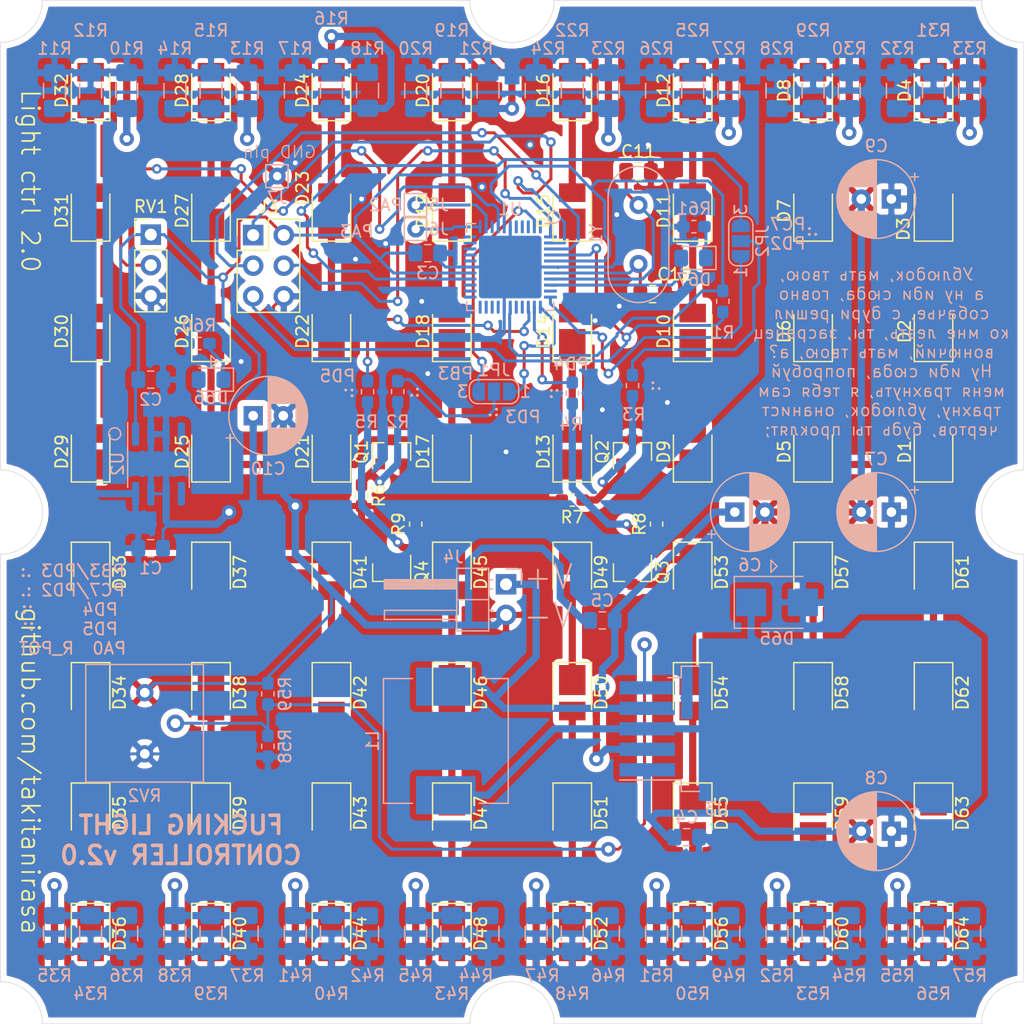
<source format=kicad_pcb>
(kicad_pcb (version 20171130) (host pcbnew 5.1.5+dfsg1-2build2)
  (layers (0 F.Cu signal) (31 B.Cu signal hide) (34 B.Paste user hide) (35 F.Paste user hide) (36 B.SilkS user) (37 F.SilkS user hide) (38 B.Mask user hide) (39 F.Mask user hide) (44 Edge.Cuts user))
  (net 0 "")
  (net 1 GND)
  (net 2 +5V)
  (net 3 "Net-(D1-Pad2)")
  (net 4 "Net-(D1-Pad1)")
  (net 5 "Net-(D2-Pad2)")
  (net 6 "Net-(D3-Pad2)")
  (net 7 "Net-(D4-Pad2)")
  (net 8 "Net-(D5-Pad2)")
  (net 9 "Net-(D6-Pad2)")
  (net 10 "Net-(D7-Pad2)")
  (net 11 "Net-(D8-Pad2)")
  (net 12 "Net-(D10-Pad1)")
  (net 13 "Net-(D10-Pad2)")
  (net 14 "Net-(D11-Pad2)")
  (net 15 "Net-(D12-Pad2)")
  (net 16 "Net-(D13-Pad2)")
  (net 17 "Net-(D14-Pad2)")
  (net 18 "Net-(D15-Pad2)")
  (net 19 "Net-(D16-Pad2)")
  (net 20 "Net-(D17-Pad2)")
  (net 21 "Net-(D17-Pad1)")
  (net 22 "Net-(D18-Pad2)")
  (net 23 "Net-(D19-Pad2)")
  (net 24 "Net-(D20-Pad2)")
  (net 25 "Net-(D21-Pad2)")
  (net 26 "Net-(D22-Pad2)")
  (net 27 "Net-(D23-Pad2)")
  (net 28 "Net-(D24-Pad2)")
  (net 29 "Net-(D25-Pad2)")
  (net 30 "Net-(D26-Pad2)")
  (net 31 "Net-(D27-Pad2)")
  (net 32 "Net-(D28-Pad2)")
  (net 33 "Net-(D29-Pad2)")
  (net 34 "Net-(D30-Pad2)")
  (net 35 "Net-(D31-Pad2)")
  (net 36 "Net-(D32-Pad2)")
  (net 37 "Net-(D33-Pad2)")
  (net 38 "Net-(D33-Pad1)")
  (net 39 "Net-(D34-Pad2)")
  (net 40 "Net-(D35-Pad2)")
  (net 41 "Net-(D36-Pad2)")
  (net 42 "Net-(D37-Pad2)")
  (net 43 "Net-(D38-Pad2)")
  (net 44 "Net-(D39-Pad2)")
  (net 45 "Net-(D40-Pad2)")
  (net 46 "Net-(D41-Pad2)")
  (net 47 "Net-(D42-Pad2)")
  (net 48 "Net-(D43-Pad2)")
  (net 49 "Net-(D44-Pad2)")
  (net 50 "Net-(D45-Pad2)")
  (net 51 "Net-(D46-Pad2)")
  (net 52 "Net-(D47-Pad2)")
  (net 53 "Net-(D48-Pad2)")
  (net 54 "Net-(D49-Pad2)")
  (net 55 "Net-(D49-Pad1)")
  (net 56 "Net-(D50-Pad2)")
  (net 57 "Net-(D51-Pad2)")
  (net 58 "Net-(D52-Pad2)")
  (net 59 "Net-(D53-Pad2)")
  (net 60 "Net-(D54-Pad2)")
  (net 61 "Net-(D55-Pad2)")
  (net 62 "Net-(D56-Pad2)")
  (net 63 "Net-(D57-Pad2)")
  (net 64 "Net-(D58-Pad2)")
  (net 65 "Net-(D59-Pad2)")
  (net 66 "Net-(D60-Pad2)")
  (net 67 "Net-(D61-Pad2)")
  (net 68 "Net-(D62-Pad2)")
  (net 69 "Net-(D63-Pad2)")
  (net 70 "Net-(D64-Pad2)")
  (net 71 "Net-(JP1-Pad2)")
  (net 72 "Net-(JP1-Pad3)")
  (net 73 "Net-(JP1-Pad1)")
  (net 74 "Net-(JP2-Pad2)")
  (net 75 "Net-(JP2-Pad3)")
  (net 76 "Net-(JP2-Pad1)")
  (net 77 "Net-(Q1-Pad1)")
  (net 78 "Net-(Q2-Pad1)")
  (net 79 "Net-(Q3-Pad1)")
  (net 80 "Net-(Q4-Pad1)")
  (net 81 /RST)
  (net 82 "Net-(R4-Pad2)")
  (net 83 "Net-(R5-Pad2)")
  (net 84 +12V)
  (net 85 "Net-(RV1-Pad2)")
  (net 86 "Net-(U1-Pad44)")
  (net 87 "Net-(U1-Pad42)")
  (net 88 "Net-(U1-Pad41)")
  (net 89 "Net-(U1-Pad40)")
  (net 90 "Net-(U1-Pad36)")
  (net 91 "Net-(U1-Pad33)")
  (net 92 "Net-(U1-Pad32)")
  (net 93 "Net-(U1-Pad31)")
  (net 94 "Net-(U1-Pad30)")
  (net 95 "Net-(U1-Pad29)")
  (net 96 "Net-(U1-Pad25)")
  (net 97 "Net-(U1-Pad24)")
  (net 98 "Net-(U1-Pad23)")
  (net 99 /V4)
  (net 100 /V3)
  (net 101 /V2)
  (net 102 /V1)
  (net 103 "Net-(U1-Pad16)")
  (net 104 "Net-(U1-Pad15)")
  (net 105 "Net-(U1-Pad10)")
  (net 106 "Net-(U2-Pad5)")
  (net 107 "Net-(U2-Pad4)")
  (net 108 /MOSI)
  (net 109 /SCK)
  (net 110 /MISO)
  (net 111 +BATT)
  (net 112 "Net-(D65-Pad1)")
  (net 113 "Net-(R58-Pad2)")
  (net 114 "Net-(D66-Pad1)")
  (net 115 /test_led)
  (net 116 "Net-(D67-Pad1)")
  (net 117 /osc1)
  (net 118 /osc2)
  (net 119 "Net-(J5-Pad1)")
  (net 120 "Net-(J6-Pad1)")
  (module Connector_Pin:Pin_D0.7mm_L6.5mm_W1.8mm_FlatFork (layer B.Cu) (at 165 40.6)
    (fp_text reference J7 (at 0 1.8) (layer B.SilkS) (effects (justify mirror)))
    (fp_text value Conn_01x01)
    (pad 1 thru_hole circle (at 0 0) (size 1.4 1.4) (drill 0.7) (layers *.Cu *.Mask) (net 1 GND))
  )
  (module Crystal:Crystal_HC18-U_Vertical (layer B.Cu) (at 195 43 270)
    (fp_text reference Y1 (at 2.45 3.525 270) (layer B.SilkS) (effects (justify mirror)))
    (fp_text value Crystal)
    (pad 2 thru_hole circle (at 4.9 0 270) (size 1.5 1.5) (drill 0.8) (layers *.Cu *.Mask) (net 118 /osc2))
    (pad 1 thru_hole circle (at 0 0 270) (size 1.5 1.5) (drill 0.8) (layers *.Cu *.Mask) (net 117 /osc1))
  )
  (module Connector_Pin:Pin_D0.7mm_L6.5mm_W1.8mm_FlatFork (layer B.Cu) (at 176.5 45)
    (fp_text reference J6 (at 1.9 0) (layer B.SilkS) (effects (justify mirror)))
    (fp_text value Conn_01x01)
    (pad 1 thru_hole circle (at 0 0) (size 1.4 1.4) (drill 0.7) (layers *.Cu *.Mask) (net 120 "Net-(J6-Pad1)"))
  )
  (module Connector_Pin:Pin_D0.7mm_L6.5mm_W1.8mm_FlatFork (layer B.Cu) (at 176.5 43)
    (fp_text reference J5 (at 1.9 0) (layer B.SilkS) (effects (justify mirror)))
    (fp_text value Conn_01x01)
    (pad 1 thru_hole circle (at 0 0) (size 1.4 1.4) (drill 0.7) (layers *.Cu *.Mask) (net 119 "Net-(J5-Pad1)"))
  )
  (module Capacitor_SMD:C_0805_2012Metric_Pad1.15x1.40mm_HandSolder (layer F.Cu) (at 196.175 50.4)
    (fp_text reference C12 (at 1.825 -1.65 180) (layer F.SilkS))
    (fp_text value C)
    (pad 2 smd roundrect (at 1.025 0) (size 1.15 1.4) (layers F.Cu F.Paste F.Mask) (roundrect_rratio 0.217391) (net 1 GND))
    (pad 1 smd roundrect (at -1.025 0) (size 1.15 1.4) (layers F.Cu F.Paste F.Mask) (roundrect_rratio 0.217391) (net 118 /osc2))
  )
  (module Capacitor_SMD:C_0805_2012Metric_Pad1.15x1.40mm_HandSolder (layer F.Cu) (at 195 40.2)
    (fp_text reference C11 (at 0 -1.65 180) (layer F.SilkS))
    (fp_text value C)
    (pad 2 smd roundrect (at 1.025 0) (size 1.15 1.4) (layers F.Cu F.Paste F.Mask) (roundrect_rratio 0.217391) (net 1 GND))
    (pad 1 smd roundrect (at -1.025 0) (size 1.15 1.4) (layers F.Cu F.Paste F.Mask) (roundrect_rratio 0.217391) (net 117 /osc1))
  )
  (module Resistor_SMD:R_0603_1608Metric_Pad1.05x0.95mm_HandSolder (layer B.Cu) (at 199.6 44.8)
    (fp_text reference R61 (at 0 -1.5 180) (layer B.SilkS) (effects (justify mirror)))
    (fp_text value R)
    (pad 2 smd roundrect (at 0.875 0) (size 1.05 0.95) (layers B.Cu B.Paste B.Mask) (net 116 "Net-(D67-Pad1)"))
    (pad 1 smd roundrect (at -0.875 0) (size 1.05 0.95) (layers B.Cu B.Paste B.Mask) (net 1 GND))
  )
  (module Resistor_SMD:R_0603_1608Metric_Pad1.05x0.95mm_HandSolder (layer B.Cu) (at 158.5 54.5)
    (fp_text reference R60 (at 0 -1.5 180) (layer B.SilkS) (effects (justify mirror)))
    (fp_text value R)
    (pad 2 smd roundrect (at 0.875 0) (size 1.05 0.95) (layers B.Cu B.Paste B.Mask) (net 114 "Net-(D66-Pad1)"))
    (pad 1 smd roundrect (at -0.875 0) (size 1.05 0.95) (layers B.Cu B.Paste B.Mask) (net 1 GND))
  )
  (module LED_SMD:LED_0805_2012Metric_Pad1.15x1.40mm_HandSolder (layer B.Cu) (at 199.575 47.4 180)
    (fp_text reference D67 (at -0.025 -1.8 180) (layer B.SilkS) (effects (justify mirror)))
    (fp_text value LED)
    (pad 2 smd roundrect (at 1.025 0 180) (size 1.15 1.4) (layers B.Cu B.Paste B.Mask) (roundrect_rratio 0.217391) (net 115 /test_led))
    (pad 1 smd roundrect (at -1.025 0 180) (size 1.15 1.4) (layers B.Cu B.Paste B.Mask) (roundrect_rratio 0.217391) (net 116 "Net-(D67-Pad1)"))
  )
  (module LED_SMD:LED_0805_2012Metric_Pad1.15x1.40mm_HandSolder (layer B.Cu) (at 159.5 57.5 180)
    (fp_text reference D66 (at 0 -1.5 180) (layer B.SilkS) (effects (justify mirror)))
    (fp_text value LED)
    (pad 2 smd roundrect (at 1.025 0 180) (size 1.15 1.4) (layers B.Cu B.Paste B.Mask) (roundrect_rratio 0.217391) (net 2 +5V))
    (pad 1 smd roundrect (at -1.025 0 180) (size 1.15 1.4) (layers B.Cu B.Paste B.Mask) (roundrect_rratio 0.217391) (net 114 "Net-(D66-Pad1)"))
  )
  (module Connector_PinHeader_2.54mm:PinHeader_1x02_P2.54mm_Horizontal (layer B.Cu) (at 184 74.5 180)
    (fp_text reference J4 (at 4.385 2.27) (layer B.SilkS) (effects (justify mirror)))
    (fp_text value Conn_01x02_Male)
    (pad 2 thru_hole oval (at 0 -2.54 180) (size 1.7 1.7) (drill 1) (layers *.Cu *.Mask) (net 1 GND))
    (pad 1 thru_hole rect (at 0 0 180) (size 1.7 1.7) (drill 1) (layers *.Cu *.Mask) (net 111 +BATT))
  )
  (module Package_TO_SOT_SMD:TO-263-5_TabPin3 (layer B.Cu) (at 201.5 86.5)
    (fp_text reference U3 (at 0 6.65) (layer B.SilkS) (effects (justify mirror)))
    (fp_text value XL6009)
    (pad 3 smd rect (at 3.375 0) (size 9.4 10.8) (layers B.Cu B.Mask) (net 112 "Net-(D65-Pad1)"))
    (pad 5 smd rect (at -5.775 -3.4) (size 4.6 1.1) (layers B.Cu B.Paste B.Mask) (net 113 "Net-(R58-Pad2)"))
    (pad 4 smd rect (at -5.775 -1.7) (size 4.6 1.1) (layers B.Cu B.Paste B.Mask) (net 111 +BATT))
    (pad 3 smd rect (at -5.775 0) (size 4.6 1.1) (layers B.Cu B.Paste B.Mask) (net 112 "Net-(D65-Pad1)"))
    (pad 2 smd rect (at -5.775 1.7) (size 4.6 1.1) (layers B.Cu B.Paste B.Mask) (net 111 +BATT))
    (pad 1 smd rect (at -5.775 3.4) (size 4.6 1.1) (layers B.Cu B.Paste B.Mask) (net 1 GND))
  )
  (module Potentiometer_THT:Potentiometer_Bourns_3386P_Vertical (layer B.Cu) (at 154 83.5)
    (fp_text reference RV2 (at -0.015 8.555) (layer B.SilkS) (effects (justify mirror)))
    (fp_text value R_POT)
    (pad 1 thru_hole circle (at 0 0) (size 1.44 1.44) (drill 0.8) (layers *.Cu *.Mask) (net 1 GND))
    (pad 2 thru_hole circle (at 2.54 2.54) (size 1.44 1.44) (drill 0.8) (layers *.Cu *.Mask) (net 113 "Net-(R58-Pad2)"))
    (pad 3 thru_hole circle (at 0 5.08) (size 1.44 1.44) (drill 0.8) (layers *.Cu *.Mask) (net 84 +12V))
  )
  (module Resistor_SMD:R_0603_1608Metric_Pad1.05x0.95mm_HandSolder (layer B.Cu) (at 164.22 83.6 90)
    (fp_text reference R59 (at 0 1.43 90) (layer B.SilkS) (effects (justify mirror)))
    (fp_text value R)
    (pad 2 smd roundrect (at 0.875 0 90) (size 1.05 0.95) (layers B.Cu B.Paste B.Mask) (net 1 GND))
    (pad 1 smd roundrect (at -0.875 0 90) (size 1.05 0.95) (layers B.Cu B.Paste B.Mask) (net 113 "Net-(R58-Pad2)"))
  )
  (module Resistor_SMD:R_0603_1608Metric_Pad1.05x0.95mm_HandSolder (layer B.Cu) (at 164.22 87.95 90)
    (fp_text reference R58 (at 0 1.43 90) (layer B.SilkS) (effects (justify mirror)))
    (fp_text value R)
    (pad 2 smd roundrect (at 0.875 0 90) (size 1.05 0.95) (layers B.Cu B.Paste B.Mask) (net 113 "Net-(R58-Pad2)"))
    (pad 1 smd roundrect (at -0.875 0 90) (size 1.05 0.95) (layers B.Cu B.Paste B.Mask) (net 84 +12V))
  )
  (module Inductor_SMD:L_Vishay_IHLP-4040 (layer B.Cu) (at 179 87.5075 270)
    (fp_text reference L1 (at 0 6.08 90) (layer B.SilkS) (effects (justify mirror)))
    (fp_text value INDUCTOR)
    (pad 2 smd rect (at 4.5075 0 270) (size 3.175 4.95) (layers B.Cu B.Paste B.Mask) (net 112 "Net-(D65-Pad1)"))
    (pad 1 smd rect (at -4.5075 0 270) (size 3.175 4.95) (layers B.Cu B.Paste B.Mask) (net 111 +BATT))
  )
  (module Diode_SMD:D_SMB (layer B.Cu) (at 206.5 76)
    (fp_text reference D65 (at 0 3) (layer B.SilkS) (effects (justify mirror)))
    (fp_text value DIODE)
    (pad 2 smd rect (at 2.15 0) (size 2.5 2.3) (layers B.Cu B.Paste B.Mask) (net 84 +12V))
    (pad 1 smd rect (at -2.15 0) (size 2.5 2.3) (layers B.Cu B.Paste B.Mask) (net 112 "Net-(D65-Pad1)"))
  )
  (module Capacitor_THT:CP_Radial_D6.3mm_P2.50mm (layer B.Cu) (at 163 60.5)
    (fp_text reference C10 (at 1.25 4.4) (layer B.SilkS) (effects (justify mirror)))
    (fp_text value CP1_Small)
    (pad 2 thru_hole circle (at 2.5 0) (size 1.6 1.6) (drill 0.8) (layers *.Cu *.Mask) (net 1 GND))
    (pad 1 thru_hole rect (at 0 0) (size 1.6 1.6) (drill 0.8) (layers *.Cu *.Mask) (net 84 +12V))
  )
  (module Capacitor_THT:CP_Radial_D6.3mm_P2.50mm (layer B.Cu) (at 216 42.5 180)
    (fp_text reference C9 (at 1.25 4.4) (layer B.SilkS) (effects (justify mirror)))
    (fp_text value CP1_Small)
    (pad 2 thru_hole circle (at 2.5 0 180) (size 1.6 1.6) (drill 0.8) (layers *.Cu *.Mask) (net 1 GND))
    (pad 1 thru_hole rect (at 0 0 180) (size 1.6 1.6) (drill 0.8) (layers *.Cu *.Mask) (net 84 +12V))
  )
  (module Capacitor_THT:CP_Radial_D6.3mm_P2.50mm (layer B.Cu) (at 216 95 180)
    (fp_text reference C8 (at 1.25 4.4) (layer B.SilkS) (effects (justify mirror)))
    (fp_text value CP1_Small)
    (pad 2 thru_hole circle (at 2.5 0 180) (size 1.6 1.6) (drill 0.8) (layers *.Cu *.Mask) (net 1 GND))
    (pad 1 thru_hole rect (at 0 0 180) (size 1.6 1.6) (drill 0.8) (layers *.Cu *.Mask) (net 84 +12V))
  )
  (module Capacitor_THT:CP_Radial_D6.3mm_P2.50mm (layer B.Cu) (at 216 68.5 180)
    (fp_text reference C7 (at 1.25 4.4) (layer B.SilkS) (effects (justify mirror)))
    (fp_text value CP1_Small)
    (pad 2 thru_hole circle (at 2.5 0 180) (size 1.6 1.6) (drill 0.8) (layers *.Cu *.Mask) (net 1 GND))
    (pad 1 thru_hole rect (at 0 0 180) (size 1.6 1.6) (drill 0.8) (layers *.Cu *.Mask) (net 84 +12V))
  )
  (module Capacitor_THT:CP_Radial_D6.3mm_P2.50mm (layer B.Cu) (at 203 68.5)
    (fp_text reference C6 (at 1.25 4.4) (layer B.SilkS) (effects (justify mirror)))
    (fp_text value CP1_Small)
    (pad 2 thru_hole circle (at 2.5 0) (size 1.6 1.6) (drill 0.8) (layers *.Cu *.Mask) (net 1 GND))
    (pad 1 thru_hole rect (at 0 0) (size 1.6 1.6) (drill 0.8) (layers *.Cu *.Mask) (net 111 +BATT))
  )
  (module Capacitor_SMD:C_0805_2012Metric_Pad1.15x1.40mm_HandSolder (layer B.Cu) (at 192 77.5 180)
    (fp_text reference C5 (at 0 1.65) (layer B.SilkS) (effects (justify mirror)))
    (fp_text value C)
    (pad 2 smd roundrect (at 1.025 0 180) (size 1.15 1.4) (layers B.Cu B.Paste B.Mask) (roundrect_rratio 0.217391) (net 1 GND))
    (pad 1 smd roundrect (at -1.025 0 180) (size 1.15 1.4) (layers B.Cu B.Paste B.Mask) (roundrect_rratio 0.217391) (net 111 +BATT))
  )
  (module Capacitor_SMD:C_0805_2012Metric_Pad1.15x1.40mm_HandSolder (layer B.Cu) (at 199 95.5 180)
    (fp_text reference C4 (at 0 1.65) (layer B.SilkS) (effects (justify mirror)))
    (fp_text value C)
    (pad 2 smd roundrect (at 1.025 0 180) (size 1.15 1.4) (layers B.Cu B.Paste B.Mask) (roundrect_rratio 0.217391) (net 1 GND))
    (pad 1 smd roundrect (at -1.025 0 180) (size 1.15 1.4) (layers B.Cu B.Paste B.Mask) (roundrect_rratio 0.217391) (net 84 +12V))
  )
  (module Capacitor_SMD:C_0805_2012Metric_Pad1.15x1.40mm_HandSolder (layer B.Cu) (at 154.4875 57.5)
    (fp_text reference C2 (at 0 1.65) (layer B.SilkS) (effects (justify mirror)))
    (fp_text value C)
    (pad 2 smd roundrect (at 1.025 0) (size 1.15 1.4) (layers B.Cu B.Paste B.Mask) (roundrect_rratio 0.217391) (net 1 GND))
    (pad 1 smd roundrect (at -1.025 0) (size 1.15 1.4) (layers B.Cu B.Paste B.Mask) (roundrect_rratio 0.217391) (net 2 +5V))
  )
  (module Capacitor_SMD:C_0805_2012Metric_Pad1.15x1.40mm_HandSolder (layer B.Cu) (at 154.4875 71.5)
    (fp_text reference C1 (at 0 1.65) (layer B.SilkS) (effects (justify mirror)))
    (fp_text value C)
    (pad 2 smd roundrect (at 1.025 0) (size 1.15 1.4) (layers B.Cu B.Paste B.Mask) (roundrect_rratio 0.217391) (net 1 GND))
    (pad 1 smd roundrect (at -1.025 0) (size 1.15 1.4) (layers B.Cu B.Paste B.Mask) (roundrect_rratio 0.217391) (net 84 +12V))
  )
  (module Capacitor_SMD:C_0805_2012Metric_Pad1.15x1.40mm_HandSolder (layer B.Cu) (at 177.5 47)
    (fp_text reference C3 (at 0 1.65 180) (layer B.SilkS) (effects (justify mirror)))
    (fp_text value C)
    (pad 2 smd roundrect (at 1.025 0) (size 1.15 1.4) (layers B.Cu B.Paste B.Mask) (roundrect_rratio 0.217391) (net 1 GND))
    (pad 1 smd roundrect (at -1.025 0) (size 1.15 1.4) (layers B.Cu B.Paste B.Mask) (roundrect_rratio 0.217391) (net 2 +5V))
  )
  (module Connector_PinHeader_2.54mm:PinHeader_2x03_P2.54mm_Vertical (layer F.Cu) (at 163 45.5)
    (fp_text reference J3 (at 1.27 -2.33) (layer F.SilkS))
    (fp_text value AVR-ISP-6)
    (pad 6 thru_hole oval (at 2.54 5.08) (size 1.7 1.7) (drill 1) (layers *.Cu *.Mask) (net 1 GND))
    (pad 5 thru_hole oval (at 0 5.08) (size 1.7 1.7) (drill 1) (layers *.Cu *.Mask) (net 81 /RST))
    (pad 4 thru_hole oval (at 2.54 2.54) (size 1.7 1.7) (drill 1) (layers *.Cu *.Mask) (net 108 /MOSI))
    (pad 3 thru_hole oval (at 0 2.54) (size 1.7 1.7) (drill 1) (layers *.Cu *.Mask) (net 109 /SCK))
    (pad 2 thru_hole oval (at 2.54 0) (size 1.7 1.7) (drill 1) (layers *.Cu *.Mask) (net 2 +5V))
    (pad 1 thru_hole rect (at 0 0) (size 1.7 1.7) (drill 1) (layers *.Cu *.Mask) (net 110 /MISO))
  )
  (module Package_SO:SOIC-8_3.9x4.9mm_P1.27mm (layer B.Cu) (at 155.135 64.5 270)
    (fp_text reference U2 (at 0 3.4 90) (layer B.SilkS) (effects (justify mirror)))
    (fp_text value L78L05_SO8)
    (pad 8 smd roundrect (at 2.475 1.905 270) (size 1.95 0.6) (layers B.Cu B.Paste B.Mask) (net 84 +12V))
    (pad 7 smd roundrect (at 2.475 0.635 270) (size 1.95 0.6) (layers B.Cu B.Paste B.Mask) (net 1 GND))
    (pad 6 smd roundrect (at 2.475 -0.635 270) (size 1.95 0.6) (layers B.Cu B.Paste B.Mask) (net 1 GND))
    (pad 5 smd roundrect (at 2.475 -1.905 270) (size 1.95 0.6) (layers B.Cu B.Paste B.Mask) (net 106 "Net-(U2-Pad5)"))
    (pad 4 smd roundrect (at -2.475 -1.905 270) (size 1.95 0.6) (layers B.Cu B.Paste B.Mask) (net 107 "Net-(U2-Pad4)"))
    (pad 3 smd roundrect (at -2.475 -0.635 270) (size 1.95 0.6) (layers B.Cu B.Paste B.Mask) (net 1 GND))
    (pad 2 smd roundrect (at -2.475 0.635 270) (size 1.95 0.6) (layers B.Cu B.Paste B.Mask) (net 1 GND))
    (pad 1 smd roundrect (at -2.475 1.905 270) (size 1.95 0.6) (layers B.Cu B.Paste B.Mask) (net 2 +5V))
  )
  (module Package_DFN_QFN:QFN-44-1EP_7x7mm_P0.5mm_EP5.2x5.2mm (layer B.Cu) (at 184.35 48.15 180)
    (fp_text reference U1 (at 0 4.82 180) (layer B.SilkS) (effects (justify mirror)))
    (fp_text value ATmega32A-MU)
    (pad 44 smd roundrect (at -2.5 3.3375 180) (size 0.25 1.075) (layers B.Cu B.Paste B.Mask) (net 86 "Net-(U1-Pad44)"))
    (pad 43 smd roundrect (at -2 3.3375 180) (size 0.25 1.075) (layers B.Cu B.Paste B.Mask) (net 72 "Net-(JP1-Pad3)"))
    (pad 42 smd roundrect (at -1.5 3.3375 180) (size 0.25 1.075) (layers B.Cu B.Paste B.Mask) (net 87 "Net-(U1-Pad42)"))
    (pad 41 smd roundrect (at -1 3.3375 180) (size 0.25 1.075) (layers B.Cu B.Paste B.Mask) (net 88 "Net-(U1-Pad41)"))
    (pad 40 smd roundrect (at -0.5 3.3375 180) (size 0.25 1.075) (layers B.Cu B.Paste B.Mask) (net 89 "Net-(U1-Pad40)"))
    (pad 39 smd roundrect (at 0 3.3375 180) (size 0.25 1.075) (layers B.Cu B.Paste B.Mask) (net 1 GND))
    (pad 38 smd roundrect (at 0.5 3.3375 180) (size 0.25 1.075) (layers B.Cu B.Paste B.Mask) (net 2 +5V))
    (pad 37 smd roundrect (at 1 3.3375 180) (size 0.25 1.075) (layers B.Cu B.Paste B.Mask) (net 85 "Net-(RV1-Pad2)"))
    (pad 36 smd roundrect (at 1.5 3.3375 180) (size 0.25 1.075) (layers B.Cu B.Paste B.Mask) (net 90 "Net-(U1-Pad36)"))
    (pad 35 smd roundrect (at 2 3.3375 180) (size 0.25 1.075) (layers B.Cu B.Paste B.Mask) (net 119 "Net-(J5-Pad1)"))
    (pad 34 smd roundrect (at 2.5 3.3375 180) (size 0.25 1.075) (layers B.Cu B.Paste B.Mask) (net 120 "Net-(J6-Pad1)"))
    (pad 33 smd roundrect (at 3.3375 2.5 180) (size 1.075 0.25) (layers B.Cu B.Paste B.Mask) (net 91 "Net-(U1-Pad33)"))
    (pad 32 smd roundrect (at 3.3375 2 180) (size 1.075 0.25) (layers B.Cu B.Paste B.Mask) (net 92 "Net-(U1-Pad32)"))
    (pad 31 smd roundrect (at 3.3375 1.5 180) (size 1.075 0.25) (layers B.Cu B.Paste B.Mask) (net 93 "Net-(U1-Pad31)"))
    (pad 30 smd roundrect (at 3.3375 1 180) (size 1.075 0.25) (layers B.Cu B.Paste B.Mask) (net 94 "Net-(U1-Pad30)"))
    (pad 29 smd roundrect (at 3.3375 0.5 180) (size 1.075 0.25) (layers B.Cu B.Paste B.Mask) (net 95 "Net-(U1-Pad29)"))
    (pad 28 smd roundrect (at 3.3375 0 180) (size 1.075 0.25) (layers B.Cu B.Paste B.Mask) (net 1 GND))
    (pad 27 smd roundrect (at 3.3375 -0.5 180) (size 1.075 0.25) (layers B.Cu B.Paste B.Mask) (net 2 +5V))
    (pad 26 smd roundrect (at 3.3375 -1 180) (size 1.075 0.25) (layers B.Cu B.Paste B.Mask) (net 75 "Net-(JP2-Pad3)"))
    (pad 25 smd roundrect (at 3.3375 -1.5 180) (size 1.075 0.25) (layers B.Cu B.Paste B.Mask) (net 96 "Net-(U1-Pad25)"))
    (pad 24 smd roundrect (at 3.3375 -2 180) (size 1.075 0.25) (layers B.Cu B.Paste B.Mask) (net 97 "Net-(U1-Pad24)"))
    (pad 23 smd roundrect (at 3.3375 -2.5 180) (size 1.075 0.25) (layers B.Cu B.Paste B.Mask) (net 98 "Net-(U1-Pad23)"))
    (pad 22 smd roundrect (at 2.5 -3.3375 180) (size 0.25 1.075) (layers B.Cu B.Paste B.Mask) (net 99 /V4))
    (pad 21 smd roundrect (at 2 -3.3375 180) (size 0.25 1.075) (layers B.Cu B.Paste B.Mask) (net 100 /V3))
    (pad 20 smd roundrect (at 1.5 -3.3375 180) (size 0.25 1.075) (layers B.Cu B.Paste B.Mask) (net 101 /V2))
    (pad 19 smd roundrect (at 1 -3.3375 180) (size 0.25 1.075) (layers B.Cu B.Paste B.Mask) (net 102 /V1))
    (pad 18 smd roundrect (at 0.5 -3.3375 180) (size 0.25 1.075) (layers B.Cu B.Paste B.Mask) (net 1 GND))
    (pad 17 smd roundrect (at 0 -3.3375 180) (size 0.25 1.075) (layers B.Cu B.Paste B.Mask) (net 2 +5V))
    (pad 16 smd roundrect (at -0.5 -3.3375 180) (size 0.25 1.075) (layers B.Cu B.Paste B.Mask) (net 103 "Net-(U1-Pad16)"))
    (pad 15 smd roundrect (at -1 -3.3375 180) (size 0.25 1.075) (layers B.Cu B.Paste B.Mask) (net 104 "Net-(U1-Pad15)"))
    (pad 14 smd roundrect (at -1.5 -3.3375 180) (size 0.25 1.075) (layers B.Cu B.Paste B.Mask) (net 83 "Net-(R5-Pad2)"))
    (pad 13 smd roundrect (at -2 -3.3375 180) (size 0.25 1.075) (layers B.Cu B.Paste B.Mask) (net 82 "Net-(R4-Pad2)"))
    (pad 12 smd roundrect (at -2.5 -3.3375 180) (size 0.25 1.075) (layers B.Cu B.Paste B.Mask) (net 73 "Net-(JP1-Pad1)"))
    (pad 11 smd roundrect (at -3.3375 -2.5 180) (size 1.075 0.25) (layers B.Cu B.Paste B.Mask) (net 76 "Net-(JP2-Pad1)"))
    (pad 10 smd roundrect (at -3.3375 -2 180) (size 1.075 0.25) (layers B.Cu B.Paste B.Mask) (net 105 "Net-(U1-Pad10)"))
    (pad 9 smd roundrect (at -3.3375 -1.5 180) (size 1.075 0.25) (layers B.Cu B.Paste B.Mask) (net 115 /test_led))
    (pad 8 smd roundrect (at -3.3375 -1 180) (size 1.075 0.25) (layers B.Cu B.Paste B.Mask) (net 117 /osc1))
    (pad 7 smd roundrect (at -3.3375 -0.5 180) (size 1.075 0.25) (layers B.Cu B.Paste B.Mask) (net 118 /osc2))
    (pad 6 smd roundrect (at -3.3375 0 180) (size 1.075 0.25) (layers B.Cu B.Paste B.Mask) (net 1 GND))
    (pad 5 smd roundrect (at -3.3375 0.5 180) (size 1.075 0.25) (layers B.Cu B.Paste B.Mask) (net 2 +5V))
    (pad 4 smd roundrect (at -3.3375 1 180) (size 1.075 0.25) (layers B.Cu B.Paste B.Mask) (net 81 /RST))
    (pad 3 smd roundrect (at -3.3375 1.5 180) (size 1.075 0.25) (layers B.Cu B.Paste B.Mask) (net 109 /SCK))
    (pad 2 smd roundrect (at -3.3375 2 180) (size 1.075 0.25) (layers B.Cu B.Paste B.Mask) (net 110 /MISO))
    (pad 1 smd roundrect (at -3.3375 2.5 180) (size 1.075 0.25) (layers B.Cu B.Paste B.Mask) (net 108 /MOSI))
    (pad 45 smd roundrect (at 0 0 180) (size 5.2 5.2) (layers B.Cu B.Mask) (roundrect_rratio 0.048077) (net 1 GND))
  )
  (module Connector_PinHeader_2.54mm:PinHeader_1x03_P2.54mm_Vertical (layer F.Cu) (at 154.5 45.46)
    (fp_text reference RV1 (at 0 -2.33) (layer F.SilkS))
    (fp_text value R_POT)
    (pad 3 thru_hole oval (at 0 5.08) (size 1.7 1.7) (drill 1) (layers *.Cu *.Mask) (net 1 GND))
    (pad 2 thru_hole oval (at 0 2.54) (size 1.7 1.7) (drill 1) (layers *.Cu *.Mask) (net 85 "Net-(RV1-Pad2)"))
    (pad 1 thru_hole rect (at 0 0) (size 1.7 1.7) (drill 1) (layers *.Cu *.Mask) (net 2 +5V))
  )
  (module Resistor_SMD:R_1206_3216Metric_Pad1.42x1.75mm_HandSolder (layer B.Cu) (at 222.5 103.5 90)
    (fp_text reference R57 (at -3.5 0) (layer B.SilkS) (effects (justify mirror)))
    (fp_text value R)
    (pad 2 smd roundrect (at 1.4875 0 90) (size 1.425 1.75) (layers B.Cu B.Paste B.Mask) (roundrect_rratio 0.175439) (net 70 "Net-(D64-Pad2)"))
    (pad 1 smd roundrect (at -1.4875 0 90) (size 1.425 1.75) (layers B.Cu B.Paste B.Mask) (roundrect_rratio 0.175439) (net 84 +12V))
  )
  (module Resistor_SMD:R_1206_3216Metric_Pad1.42x1.75mm_HandSolder (layer B.Cu) (at 219.5 103.5 90)
    (fp_text reference R56 (at -5 0) (layer B.SilkS) (effects (justify mirror)))
    (fp_text value R)
    (pad 2 smd roundrect (at 1.4875 0 90) (size 1.425 1.75) (layers B.Cu B.Paste B.Mask) (roundrect_rratio 0.175439) (net 70 "Net-(D64-Pad2)"))
    (pad 1 smd roundrect (at -1.4875 0 90) (size 1.425 1.75) (layers B.Cu B.Paste B.Mask) (roundrect_rratio 0.175439) (net 84 +12V))
  )
  (module Resistor_SMD:R_1206_3216Metric_Pad1.42x1.75mm_HandSolder (layer B.Cu) (at 216.5 103.5 90)
    (fp_text reference R55 (at -3.5 0) (layer B.SilkS) (effects (justify mirror)))
    (fp_text value R)
    (pad 2 smd roundrect (at 1.4875 0 90) (size 1.425 1.75) (layers B.Cu B.Paste B.Mask) (roundrect_rratio 0.175439) (net 70 "Net-(D64-Pad2)"))
    (pad 1 smd roundrect (at -1.4875 0 90) (size 1.425 1.75) (layers B.Cu B.Paste B.Mask) (roundrect_rratio 0.175439) (net 84 +12V))
  )
  (module Resistor_SMD:R_1206_3216Metric_Pad1.42x1.75mm_HandSolder (layer B.Cu) (at 212.5 103.5 90)
    (fp_text reference R54 (at -3.5 0) (layer B.SilkS) (effects (justify mirror)))
    (fp_text value R)
    (pad 2 smd roundrect (at 1.4875 0 90) (size 1.425 1.75) (layers B.Cu B.Paste B.Mask) (roundrect_rratio 0.175439) (net 66 "Net-(D60-Pad2)"))
    (pad 1 smd roundrect (at -1.4875 0 90) (size 1.425 1.75) (layers B.Cu B.Paste B.Mask) (roundrect_rratio 0.175439) (net 84 +12V))
  )
  (module Resistor_SMD:R_1206_3216Metric_Pad1.42x1.75mm_HandSolder (layer B.Cu) (at 209.5 103.4875 90)
    (fp_text reference R53 (at -5.0125 0) (layer B.SilkS) (effects (justify mirror)))
    (fp_text value R)
    (pad 2 smd roundrect (at 1.4875 0 90) (size 1.425 1.75) (layers B.Cu B.Paste B.Mask) (roundrect_rratio 0.175439) (net 66 "Net-(D60-Pad2)"))
    (pad 1 smd roundrect (at -1.4875 0 90) (size 1.425 1.75) (layers B.Cu B.Paste B.Mask) (roundrect_rratio 0.175439) (net 84 +12V))
  )
  (module Resistor_SMD:R_1206_3216Metric_Pad1.42x1.75mm_HandSolder (layer B.Cu) (at 206.5 103.5 90)
    (fp_text reference R52 (at -3.5 0) (layer B.SilkS) (effects (justify mirror)))
    (fp_text value R)
    (pad 2 smd roundrect (at 1.4875 0 90) (size 1.425 1.75) (layers B.Cu B.Paste B.Mask) (roundrect_rratio 0.175439) (net 66 "Net-(D60-Pad2)"))
    (pad 1 smd roundrect (at -1.4875 0 90) (size 1.425 1.75) (layers B.Cu B.Paste B.Mask) (roundrect_rratio 0.175439) (net 84 +12V))
  )
  (module Resistor_SMD:R_1206_3216Metric_Pad1.42x1.75mm_HandSolder (layer B.Cu) (at 196.5 103.5 90)
    (fp_text reference R51 (at -3.5 0) (layer B.SilkS) (effects (justify mirror)))
    (fp_text value R)
    (pad 2 smd roundrect (at 1.4875 0 90) (size 1.425 1.75) (layers B.Cu B.Paste B.Mask) (roundrect_rratio 0.175439) (net 62 "Net-(D56-Pad2)"))
    (pad 1 smd roundrect (at -1.4875 0 90) (size 1.425 1.75) (layers B.Cu B.Paste B.Mask) (roundrect_rratio 0.175439) (net 84 +12V))
  )
  (module Resistor_SMD:R_1206_3216Metric_Pad1.42x1.75mm_HandSolder (layer B.Cu) (at 199.5 103.5 90)
    (fp_text reference R50 (at -5 0) (layer B.SilkS) (effects (justify mirror)))
    (fp_text value R)
    (pad 2 smd roundrect (at 1.4875 0 90) (size 1.425 1.75) (layers B.Cu B.Paste B.Mask) (roundrect_rratio 0.175439) (net 62 "Net-(D56-Pad2)"))
    (pad 1 smd roundrect (at -1.4875 0 90) (size 1.425 1.75) (layers B.Cu B.Paste B.Mask) (roundrect_rratio 0.175439) (net 84 +12V))
  )
  (module Resistor_SMD:R_1206_3216Metric_Pad1.42x1.75mm_HandSolder (layer B.Cu) (at 202.5 103.5 90)
    (fp_text reference R49 (at -3.5 0) (layer B.SilkS) (effects (justify mirror)))
    (fp_text value R)
    (pad 2 smd roundrect (at 1.4875 0 90) (size 1.425 1.75) (layers B.Cu B.Paste B.Mask) (roundrect_rratio 0.175439) (net 62 "Net-(D56-Pad2)"))
    (pad 1 smd roundrect (at -1.4875 0 90) (size 1.425 1.75) (layers B.Cu B.Paste B.Mask) (roundrect_rratio 0.175439) (net 84 +12V))
  )
  (module Resistor_SMD:R_1206_3216Metric_Pad1.42x1.75mm_HandSolder (layer B.Cu) (at 189.5 103.5 90)
    (fp_text reference R48 (at -5 0) (layer B.SilkS) (effects (justify mirror)))
    (fp_text value R)
    (pad 2 smd roundrect (at 1.4875 0 90) (size 1.425 1.75) (layers B.Cu B.Paste B.Mask) (roundrect_rratio 0.175439) (net 58 "Net-(D52-Pad2)"))
    (pad 1 smd roundrect (at -1.4875 0 90) (size 1.425 1.75) (layers B.Cu B.Paste B.Mask) (roundrect_rratio 0.175439) (net 84 +12V))
  )
  (module Resistor_SMD:R_1206_3216Metric_Pad1.42x1.75mm_HandSolder (layer B.Cu) (at 186.5 103.5 90)
    (fp_text reference R47 (at -3.5 0.5) (layer B.SilkS) (effects (justify mirror)))
    (fp_text value R)
    (pad 2 smd roundrect (at 1.4875 0 90) (size 1.425 1.75) (layers B.Cu B.Paste B.Mask) (roundrect_rratio 0.175439) (net 58 "Net-(D52-Pad2)"))
    (pad 1 smd roundrect (at -1.4875 0 90) (size 1.425 1.75) (layers B.Cu B.Paste B.Mask) (roundrect_rratio 0.175439) (net 84 +12V))
  )
  (module Resistor_SMD:R_1206_3216Metric_Pad1.42x1.75mm_HandSolder (layer B.Cu) (at 192.5 103.5 90)
    (fp_text reference R46 (at -3.5 0) (layer B.SilkS) (effects (justify mirror)))
    (fp_text value R)
    (pad 2 smd roundrect (at 1.4875 0 90) (size 1.425 1.75) (layers B.Cu B.Paste B.Mask) (roundrect_rratio 0.175439) (net 58 "Net-(D52-Pad2)"))
    (pad 1 smd roundrect (at -1.4875 0 90) (size 1.425 1.75) (layers B.Cu B.Paste B.Mask) (roundrect_rratio 0.175439) (net 84 +12V))
  )
  (module Resistor_SMD:R_1206_3216Metric_Pad1.42x1.75mm_HandSolder (layer B.Cu) (at 176.5 103.5 90)
    (fp_text reference R45 (at -3.5 0) (layer B.SilkS) (effects (justify mirror)))
    (fp_text value R)
    (pad 2 smd roundrect (at 1.4875 0 90) (size 1.425 1.75) (layers B.Cu B.Paste B.Mask) (roundrect_rratio 0.175439) (net 53 "Net-(D48-Pad2)"))
    (pad 1 smd roundrect (at -1.4875 0 90) (size 1.425 1.75) (layers B.Cu B.Paste B.Mask) (roundrect_rratio 0.175439) (net 84 +12V))
  )
  (module Resistor_SMD:R_1206_3216Metric_Pad1.42x1.75mm_HandSolder (layer B.Cu) (at 182.5 103.5 90)
    (fp_text reference R44 (at -3.5 -1) (layer B.SilkS) (effects (justify mirror)))
    (fp_text value R)
    (pad 2 smd roundrect (at 1.4875 0 90) (size 1.425 1.75) (layers B.Cu B.Paste B.Mask) (roundrect_rratio 0.175439) (net 53 "Net-(D48-Pad2)"))
    (pad 1 smd roundrect (at -1.4875 0 90) (size 1.425 1.75) (layers B.Cu B.Paste B.Mask) (roundrect_rratio 0.175439) (net 84 +12V))
  )
  (module Resistor_SMD:R_1206_3216Metric_Pad1.42x1.75mm_HandSolder (layer B.Cu) (at 179.5 103.5 90)
    (fp_text reference R43 (at -5 0) (layer B.SilkS) (effects (justify mirror)))
    (fp_text value R)
    (pad 2 smd roundrect (at 1.4875 0 90) (size 1.425 1.75) (layers B.Cu B.Paste B.Mask) (roundrect_rratio 0.175439) (net 53 "Net-(D48-Pad2)"))
    (pad 1 smd roundrect (at -1.4875 0 90) (size 1.425 1.75) (layers B.Cu B.Paste B.Mask) (roundrect_rratio 0.175439) (net 84 +12V))
  )
  (module Resistor_SMD:R_1206_3216Metric_Pad1.42x1.75mm_HandSolder (layer B.Cu) (at 172.5 103.5125 90)
    (fp_text reference R42 (at -3.4875 0) (layer B.SilkS) (effects (justify mirror)))
    (fp_text value R)
    (pad 2 smd roundrect (at 1.4875 0 90) (size 1.425 1.75) (layers B.Cu B.Paste B.Mask) (roundrect_rratio 0.175439) (net 49 "Net-(D44-Pad2)"))
    (pad 1 smd roundrect (at -1.4875 0 90) (size 1.425 1.75) (layers B.Cu B.Paste B.Mask) (roundrect_rratio 0.175439) (net 84 +12V))
  )
  (module Resistor_SMD:R_1206_3216Metric_Pad1.42x1.75mm_HandSolder (layer B.Cu) (at 166.5 103.5 90)
    (fp_text reference R41 (at -3.5 0) (layer B.SilkS) (effects (justify mirror)))
    (fp_text value R)
    (pad 2 smd roundrect (at 1.4875 0 90) (size 1.425 1.75) (layers B.Cu B.Paste B.Mask) (roundrect_rratio 0.175439) (net 49 "Net-(D44-Pad2)"))
    (pad 1 smd roundrect (at -1.4875 0 90) (size 1.425 1.75) (layers B.Cu B.Paste B.Mask) (roundrect_rratio 0.175439) (net 84 +12V))
  )
  (module Resistor_SMD:R_1206_3216Metric_Pad1.42x1.75mm_HandSolder (layer B.Cu) (at 169.5 103.4875 90)
    (fp_text reference R40 (at -5.0125 0) (layer B.SilkS) (effects (justify mirror)))
    (fp_text value R)
    (pad 2 smd roundrect (at 1.4875 0 90) (size 1.425 1.75) (layers B.Cu B.Paste B.Mask) (roundrect_rratio 0.175439) (net 49 "Net-(D44-Pad2)"))
    (pad 1 smd roundrect (at -1.4875 0 90) (size 1.425 1.75) (layers B.Cu B.Paste B.Mask) (roundrect_rratio 0.175439) (net 84 +12V))
  )
  (module Resistor_SMD:R_1206_3216Metric_Pad1.42x1.75mm_HandSolder (layer B.Cu) (at 159.5 103.5 90)
    (fp_text reference R39 (at -5 0) (layer B.SilkS) (effects (justify mirror)))
    (fp_text value R)
    (pad 2 smd roundrect (at 1.4875 0 90) (size 1.425 1.75) (layers B.Cu B.Paste B.Mask) (roundrect_rratio 0.175439) (net 45 "Net-(D40-Pad2)"))
    (pad 1 smd roundrect (at -1.4875 0 90) (size 1.425 1.75) (layers B.Cu B.Paste B.Mask) (roundrect_rratio 0.175439) (net 84 +12V))
  )
  (module Resistor_SMD:R_1206_3216Metric_Pad1.42x1.75mm_HandSolder (layer B.Cu) (at 156.5 103.5 90)
    (fp_text reference R38 (at -3.5 0) (layer B.SilkS) (effects (justify mirror)))
    (fp_text value R)
    (pad 2 smd roundrect (at 1.4875 0 90) (size 1.425 1.75) (layers B.Cu B.Paste B.Mask) (roundrect_rratio 0.175439) (net 45 "Net-(D40-Pad2)"))
    (pad 1 smd roundrect (at -1.4875 0 90) (size 1.425 1.75) (layers B.Cu B.Paste B.Mask) (roundrect_rratio 0.175439) (net 84 +12V))
  )
  (module Resistor_SMD:R_1206_3216Metric_Pad1.42x1.75mm_HandSolder (layer B.Cu) (at 162.5 103.5 90)
    (fp_text reference R37 (at -3.5 0) (layer B.SilkS) (effects (justify mirror)))
    (fp_text value R)
    (pad 2 smd roundrect (at 1.4875 0 90) (size 1.425 1.75) (layers B.Cu B.Paste B.Mask) (roundrect_rratio 0.175439) (net 45 "Net-(D40-Pad2)"))
    (pad 1 smd roundrect (at -1.4875 0 90) (size 1.425 1.75) (layers B.Cu B.Paste B.Mask) (roundrect_rratio 0.175439) (net 84 +12V))
  )
  (module Resistor_SMD:R_1206_3216Metric_Pad1.42x1.75mm_HandSolder (layer B.Cu) (at 152.5 103.5 90)
    (fp_text reference R36 (at -3.5 0) (layer B.SilkS) (effects (justify mirror)))
    (fp_text value R)
    (pad 2 smd roundrect (at 1.4875 0 90) (size 1.425 1.75) (layers B.Cu B.Paste B.Mask) (roundrect_rratio 0.175439) (net 41 "Net-(D36-Pad2)"))
    (pad 1 smd roundrect (at -1.4875 0 90) (size 1.425 1.75) (layers B.Cu B.Paste B.Mask) (roundrect_rratio 0.175439) (net 84 +12V))
  )
  (module Resistor_SMD:R_1206_3216Metric_Pad1.42x1.75mm_HandSolder (layer B.Cu) (at 146.5 103.5 90)
    (fp_text reference R35 (at -3.5 0) (layer B.SilkS) (effects (justify mirror)))
    (fp_text value R)
    (pad 2 smd roundrect (at 1.4875 0 90) (size 1.425 1.75) (layers B.Cu B.Paste B.Mask) (roundrect_rratio 0.175439) (net 41 "Net-(D36-Pad2)"))
    (pad 1 smd roundrect (at -1.4875 0 90) (size 1.425 1.75) (layers B.Cu B.Paste B.Mask) (roundrect_rratio 0.175439) (net 84 +12V))
  )
  (module Resistor_SMD:R_1206_3216Metric_Pad1.42x1.75mm_HandSolder (layer B.Cu) (at 149.5 103.5 90)
    (fp_text reference R34 (at -5 0) (layer B.SilkS) (effects (justify mirror)))
    (fp_text value R)
    (pad 2 smd roundrect (at 1.4875 0 90) (size 1.425 1.75) (layers B.Cu B.Paste B.Mask) (roundrect_rratio 0.175439) (net 41 "Net-(D36-Pad2)"))
    (pad 1 smd roundrect (at -1.4875 0 90) (size 1.425 1.75) (layers B.Cu B.Paste B.Mask) (roundrect_rratio 0.175439) (net 84 +12V))
  )
  (module Resistor_SMD:R_1206_3216Metric_Pad1.42x1.75mm_HandSolder (layer B.Cu) (at 222.5 33.5 270)
    (fp_text reference R33 (at -3.5 0) (layer B.SilkS) (effects (justify mirror)))
    (fp_text value R)
    (pad 2 smd roundrect (at 1.4875 0 270) (size 1.425 1.75) (layers B.Cu B.Paste B.Mask) (roundrect_rratio 0.175439) (net 7 "Net-(D4-Pad2)"))
    (pad 1 smd roundrect (at -1.4875 0 270) (size 1.425 1.75) (layers B.Cu B.Paste B.Mask) (roundrect_rratio 0.175439) (net 84 +12V))
  )
  (module Resistor_SMD:R_1206_3216Metric_Pad1.42x1.75mm_HandSolder (layer B.Cu) (at 216.5 33.5 270)
    (fp_text reference R32 (at -3.5 0) (layer B.SilkS) (effects (justify mirror)))
    (fp_text value R)
    (pad 2 smd roundrect (at 1.4875 0 270) (size 1.425 1.75) (layers B.Cu B.Paste B.Mask) (roundrect_rratio 0.175439) (net 7 "Net-(D4-Pad2)"))
    (pad 1 smd roundrect (at -1.4875 0 270) (size 1.425 1.75) (layers B.Cu B.Paste B.Mask) (roundrect_rratio 0.175439) (net 84 +12V))
  )
  (module Resistor_SMD:R_1206_3216Metric_Pad1.42x1.75mm_HandSolder (layer B.Cu) (at 219.5 33.5 270)
    (fp_text reference R31 (at -5 0) (layer B.SilkS) (effects (justify mirror)))
    (fp_text value R)
    (pad 2 smd roundrect (at 1.4875 0 270) (size 1.425 1.75) (layers B.Cu B.Paste B.Mask) (roundrect_rratio 0.175439) (net 7 "Net-(D4-Pad2)"))
    (pad 1 smd roundrect (at -1.4875 0 270) (size 1.425 1.75) (layers B.Cu B.Paste B.Mask) (roundrect_rratio 0.175439) (net 84 +12V))
  )
  (module Resistor_SMD:R_1206_3216Metric_Pad1.42x1.75mm_HandSolder (layer B.Cu) (at 212.5 33.5 270)
    (fp_text reference R30 (at -3.5 0) (layer B.SilkS) (effects (justify mirror)))
    (fp_text value R)
    (pad 2 smd roundrect (at 1.4875 0 270) (size 1.425 1.75) (layers B.Cu B.Paste B.Mask) (roundrect_rratio 0.175439) (net 11 "Net-(D8-Pad2)"))
    (pad 1 smd roundrect (at -1.4875 0 270) (size 1.425 1.75) (layers B.Cu B.Paste B.Mask) (roundrect_rratio 0.175439) (net 84 +12V))
  )
  (module Resistor_SMD:R_1206_3216Metric_Pad1.42x1.75mm_HandSolder (layer B.Cu) (at 209.5 33.5 270)
    (fp_text reference R29 (at -5 0) (layer B.SilkS) (effects (justify mirror)))
    (fp_text value R)
    (pad 2 smd roundrect (at 1.4875 0 270) (size 1.425 1.75) (layers B.Cu B.Paste B.Mask) (roundrect_rratio 0.175439) (net 11 "Net-(D8-Pad2)"))
    (pad 1 smd roundrect (at -1.4875 0 270) (size 1.425 1.75) (layers B.Cu B.Paste B.Mask) (roundrect_rratio 0.175439) (net 84 +12V))
  )
  (module Resistor_SMD:R_1206_3216Metric_Pad1.42x1.75mm_HandSolder (layer B.Cu) (at 206.5 33.5 270)
    (fp_text reference R28 (at -3.5 0) (layer B.SilkS) (effects (justify mirror)))
    (fp_text value R)
    (pad 2 smd roundrect (at 1.4875 0 270) (size 1.425 1.75) (layers B.Cu B.Paste B.Mask) (roundrect_rratio 0.175439) (net 11 "Net-(D8-Pad2)"))
    (pad 1 smd roundrect (at -1.4875 0 270) (size 1.425 1.75) (layers B.Cu B.Paste B.Mask) (roundrect_rratio 0.175439) (net 84 +12V))
  )
  (module Resistor_SMD:R_1206_3216Metric_Pad1.42x1.75mm_HandSolder (layer B.Cu) (at 202.5 33.5 270)
    (fp_text reference R27 (at -3.5 0) (layer B.SilkS) (effects (justify mirror)))
    (fp_text value R)
    (pad 2 smd roundrect (at 1.4875 0 270) (size 1.425 1.75) (layers B.Cu B.Paste B.Mask) (roundrect_rratio 0.175439) (net 15 "Net-(D12-Pad2)"))
    (pad 1 smd roundrect (at -1.4875 0 270) (size 1.425 1.75) (layers B.Cu B.Paste B.Mask) (roundrect_rratio 0.175439) (net 84 +12V))
  )
  (module Resistor_SMD:R_1206_3216Metric_Pad1.42x1.75mm_HandSolder (layer B.Cu) (at 196.5 33.5 270)
    (fp_text reference R26 (at -3.5 0) (layer B.SilkS) (effects (justify mirror)))
    (fp_text value R)
    (pad 2 smd roundrect (at 1.4875 0 270) (size 1.425 1.75) (layers B.Cu B.Paste B.Mask) (roundrect_rratio 0.175439) (net 15 "Net-(D12-Pad2)"))
    (pad 1 smd roundrect (at -1.4875 0 270) (size 1.425 1.75) (layers B.Cu B.Paste B.Mask) (roundrect_rratio 0.175439) (net 84 +12V))
  )
  (module Resistor_SMD:R_1206_3216Metric_Pad1.42x1.75mm_HandSolder (layer B.Cu) (at 199.5 33.5 270)
    (fp_text reference R25 (at -5 0) (layer B.SilkS) (effects (justify mirror)))
    (fp_text value R)
    (pad 2 smd roundrect (at 1.4875 0 270) (size 1.425 1.75) (layers B.Cu B.Paste B.Mask) (roundrect_rratio 0.175439) (net 15 "Net-(D12-Pad2)"))
    (pad 1 smd roundrect (at -1.4875 0 270) (size 1.425 1.75) (layers B.Cu B.Paste B.Mask) (roundrect_rratio 0.175439) (net 84 +12V))
  )
  (module Resistor_SMD:R_1206_3216Metric_Pad1.42x1.75mm_HandSolder (layer B.Cu) (at 186.5 33.5 270)
    (fp_text reference R24 (at -3.5 -1) (layer B.SilkS) (effects (justify mirror)))
    (fp_text value R)
    (pad 2 smd roundrect (at 1.4875 0 270) (size 1.425 1.75) (layers B.Cu B.Paste B.Mask) (roundrect_rratio 0.175439) (net 19 "Net-(D16-Pad2)"))
    (pad 1 smd roundrect (at -1.4875 0 270) (size 1.425 1.75) (layers B.Cu B.Paste B.Mask) (roundrect_rratio 0.175439) (net 84 +12V))
  )
  (module Resistor_SMD:R_1206_3216Metric_Pad1.42x1.75mm_HandSolder (layer B.Cu) (at 192.5 33.5 270)
    (fp_text reference R23 (at -3.5 0) (layer B.SilkS) (effects (justify mirror)))
    (fp_text value R)
    (pad 2 smd roundrect (at 1.4875 0 270) (size 1.425 1.75) (layers B.Cu B.Paste B.Mask) (roundrect_rratio 0.175439) (net 19 "Net-(D16-Pad2)"))
    (pad 1 smd roundrect (at -1.4875 0 270) (size 1.425 1.75) (layers B.Cu B.Paste B.Mask) (roundrect_rratio 0.175439) (net 84 +12V))
  )
  (module Resistor_SMD:R_1206_3216Metric_Pad1.42x1.75mm_HandSolder (layer B.Cu) (at 189.5 33.5 270)
    (fp_text reference R22 (at -5 0) (layer B.SilkS) (effects (justify mirror)))
    (fp_text value R)
    (pad 2 smd roundrect (at 1.4875 0 270) (size 1.425 1.75) (layers B.Cu B.Paste B.Mask) (roundrect_rratio 0.175439) (net 19 "Net-(D16-Pad2)"))
    (pad 1 smd roundrect (at -1.4875 0 270) (size 1.425 1.75) (layers B.Cu B.Paste B.Mask) (roundrect_rratio 0.175439) (net 84 +12V))
  )
  (module Resistor_SMD:R_1206_3216Metric_Pad1.42x1.75mm_HandSolder (layer B.Cu) (at 182.5 33.5 270)
    (fp_text reference R21 (at -3.5 1) (layer B.SilkS) (effects (justify mirror)))
    (fp_text value R)
    (pad 2 smd roundrect (at 1.4875 0 270) (size 1.425 1.75) (layers B.Cu B.Paste B.Mask) (roundrect_rratio 0.175439) (net 24 "Net-(D20-Pad2)"))
    (pad 1 smd roundrect (at -1.4875 0 270) (size 1.425 1.75) (layers B.Cu B.Paste B.Mask) (roundrect_rratio 0.175439) (net 84 +12V))
  )
  (module Resistor_SMD:R_1206_3216Metric_Pad1.42x1.75mm_HandSolder (layer B.Cu) (at 176.5 33.5 270)
    (fp_text reference R20 (at -3.5 0) (layer B.SilkS) (effects (justify mirror)))
    (fp_text value R)
    (pad 2 smd roundrect (at 1.4875 0 270) (size 1.425 1.75) (layers B.Cu B.Paste B.Mask) (roundrect_rratio 0.175439) (net 24 "Net-(D20-Pad2)"))
    (pad 1 smd roundrect (at -1.4875 0 270) (size 1.425 1.75) (layers B.Cu B.Paste B.Mask) (roundrect_rratio 0.175439) (net 84 +12V))
  )
  (module Resistor_SMD:R_1206_3216Metric_Pad1.42x1.75mm_HandSolder (layer B.Cu) (at 179.5 33.5 270)
    (fp_text reference R19 (at -5 0) (layer B.SilkS) (effects (justify mirror)))
    (fp_text value R)
    (pad 2 smd roundrect (at 1.4875 0 270) (size 1.425 1.75) (layers B.Cu B.Paste B.Mask) (roundrect_rratio 0.175439) (net 24 "Net-(D20-Pad2)"))
    (pad 1 smd roundrect (at -1.4875 0 270) (size 1.425 1.75) (layers B.Cu B.Paste B.Mask) (roundrect_rratio 0.175439) (net 84 +12V))
  )
  (module Resistor_SMD:R_1206_3216Metric_Pad1.42x1.75mm_HandSolder (layer B.Cu) (at 172.5 33.4875 270)
    (fp_text reference R18 (at -3.4875 0) (layer B.SilkS) (effects (justify mirror)))
    (fp_text value R)
    (pad 2 smd roundrect (at 1.4875 0 270) (size 1.425 1.75) (layers B.Cu B.Paste B.Mask) (roundrect_rratio 0.175439) (net 28 "Net-(D24-Pad2)"))
    (pad 1 smd roundrect (at -1.4875 0 270) (size 1.425 1.75) (layers B.Cu B.Paste B.Mask) (roundrect_rratio 0.175439) (net 84 +12V))
  )
  (module Resistor_SMD:R_1206_3216Metric_Pad1.42x1.75mm_HandSolder (layer B.Cu) (at 166.5 33.5 270)
    (fp_text reference R17 (at -3.5 0) (layer B.SilkS) (effects (justify mirror)))
    (fp_text value R)
    (pad 2 smd roundrect (at 1.4875 0 270) (size 1.425 1.75) (layers B.Cu B.Paste B.Mask) (roundrect_rratio 0.175439) (net 28 "Net-(D24-Pad2)"))
    (pad 1 smd roundrect (at -1.4875 0 270) (size 1.425 1.75) (layers B.Cu B.Paste B.Mask) (roundrect_rratio 0.175439) (net 84 +12V))
  )
  (module Resistor_SMD:R_1206_3216Metric_Pad1.42x1.75mm_HandSolder (layer B.Cu) (at 169.5 33.5 270)
    (fp_text reference R16 (at -6 0) (layer B.SilkS) (effects (justify mirror)))
    (fp_text value R)
    (pad 2 smd roundrect (at 1.4875 0 270) (size 1.425 1.75) (layers B.Cu B.Paste B.Mask) (roundrect_rratio 0.175439) (net 28 "Net-(D24-Pad2)"))
    (pad 1 smd roundrect (at -1.4875 0 270) (size 1.425 1.75) (layers B.Cu B.Paste B.Mask) (roundrect_rratio 0.175439) (net 84 +12V))
  )
  (module Resistor_SMD:R_1206_3216Metric_Pad1.42x1.75mm_HandSolder (layer B.Cu) (at 159.5 33.5125 270)
    (fp_text reference R15 (at -5.0125 0) (layer B.SilkS) (effects (justify mirror)))
    (fp_text value R)
    (pad 2 smd roundrect (at 1.4875 0 270) (size 1.425 1.75) (layers B.Cu B.Paste B.Mask) (roundrect_rratio 0.175439) (net 32 "Net-(D28-Pad2)"))
    (pad 1 smd roundrect (at -1.4875 0 270) (size 1.425 1.75) (layers B.Cu B.Paste B.Mask) (roundrect_rratio 0.175439) (net 84 +12V))
  )
  (module Resistor_SMD:R_1206_3216Metric_Pad1.42x1.75mm_HandSolder (layer B.Cu) (at 156.5 33.5 270)
    (fp_text reference R14 (at -3.5 0) (layer B.SilkS) (effects (justify mirror)))
    (fp_text value R)
    (pad 2 smd roundrect (at 1.4875 0 270) (size 1.425 1.75) (layers B.Cu B.Paste B.Mask) (roundrect_rratio 0.175439) (net 32 "Net-(D28-Pad2)"))
    (pad 1 smd roundrect (at -1.4875 0 270) (size 1.425 1.75) (layers B.Cu B.Paste B.Mask) (roundrect_rratio 0.175439) (net 84 +12V))
  )
  (module Resistor_SMD:R_1206_3216Metric_Pad1.42x1.75mm_HandSolder (layer B.Cu) (at 162.5 33.5125 270)
    (fp_text reference R13 (at -3.5125 0) (layer B.SilkS) (effects (justify mirror)))
    (fp_text value R)
    (pad 2 smd roundrect (at 1.4875 0 270) (size 1.425 1.75) (layers B.Cu B.Paste B.Mask) (roundrect_rratio 0.175439) (net 32 "Net-(D28-Pad2)"))
    (pad 1 smd roundrect (at -1.4875 0 270) (size 1.425 1.75) (layers B.Cu B.Paste B.Mask) (roundrect_rratio 0.175439) (net 84 +12V))
  )
  (module Resistor_SMD:R_1206_3216Metric_Pad1.42x1.75mm_HandSolder (layer B.Cu) (at 149.5 33.5 270)
    (fp_text reference R12 (at -5 0) (layer B.SilkS) (effects (justify mirror)))
    (fp_text value R)
    (pad 2 smd roundrect (at 1.4875 0 270) (size 1.425 1.75) (layers B.Cu B.Paste B.Mask) (roundrect_rratio 0.175439) (net 36 "Net-(D32-Pad2)"))
    (pad 1 smd roundrect (at -1.4875 0 270) (size 1.425 1.75) (layers B.Cu B.Paste B.Mask) (roundrect_rratio 0.175439) (net 84 +12V))
  )
  (module Resistor_SMD:R_1206_3216Metric_Pad1.42x1.75mm_HandSolder (layer B.Cu) (at 146.5 33.5 270)
    (fp_text reference R11 (at -3.5 0) (layer B.SilkS) (effects (justify mirror)))
    (fp_text value R)
    (pad 2 smd roundrect (at 1.4875 0 270) (size 1.425 1.75) (layers B.Cu B.Paste B.Mask) (roundrect_rratio 0.175439) (net 36 "Net-(D32-Pad2)"))
    (pad 1 smd roundrect (at -1.4875 0 270) (size 1.425 1.75) (layers B.Cu B.Paste B.Mask) (roundrect_rratio 0.175439) (net 84 +12V))
  )
  (module Resistor_SMD:R_1206_3216Metric_Pad1.42x1.75mm_HandSolder (layer B.Cu) (at 152.5 33.5 270)
    (fp_text reference R10 (at -3.5 0) (layer B.SilkS) (effects (justify mirror)))
    (fp_text value R)
    (pad 2 smd roundrect (at 1.4875 0 270) (size 1.425 1.75) (layers B.Cu B.Paste B.Mask) (roundrect_rratio 0.175439) (net 36 "Net-(D32-Pad2)"))
    (pad 1 smd roundrect (at -1.4875 0 270) (size 1.425 1.75) (layers B.Cu B.Paste B.Mask) (roundrect_rratio 0.175439) (net 84 +12V))
  )
  (module Resistor_SMD:R_0603_1608Metric_Pad1.05x0.95mm_HandSolder (layer F.Cu) (at 176.5 69.5 90)
    (fp_text reference R9 (at 0 -1.43 90) (layer F.SilkS))
    (fp_text value R)
    (pad 2 smd roundrect (at 0.875 0 90) (size 1.05 0.95) (layers F.Cu F.Paste F.Mask) (net 1 GND))
    (pad 1 smd roundrect (at -0.875 0 90) (size 1.05 0.95) (layers F.Cu F.Paste F.Mask) (net 80 "Net-(Q4-Pad1)"))
  )
  (module Resistor_SMD:R_0603_1608Metric_Pad1.05x0.95mm_HandSolder (layer F.Cu) (at 196.5 69.5 90)
    (fp_text reference R8 (at 0 -1.43 90) (layer F.SilkS))
    (fp_text value R)
    (pad 2 smd roundrect (at 0.875 0 90) (size 1.05 0.95) (layers F.Cu F.Paste F.Mask) (net 1 GND))
    (pad 1 smd roundrect (at -0.875 0 90) (size 1.05 0.95) (layers F.Cu F.Paste F.Mask) (net 79 "Net-(Q3-Pad1)"))
  )
  (module Resistor_SMD:R_0603_1608Metric_Pad1.05x0.95mm_HandSolder (layer F.Cu) (at 189.5 67.5 180)
    (fp_text reference R7 (at 0 -1.43) (layer F.SilkS))
    (fp_text value R)
    (pad 2 smd roundrect (at 0.875 0 180) (size 1.05 0.95) (layers F.Cu F.Paste F.Mask) (net 1 GND))
    (pad 1 smd roundrect (at -0.875 0 180) (size 1.05 0.95) (layers F.Cu F.Paste F.Mask) (net 78 "Net-(Q2-Pad1)"))
  )
  (module Resistor_SMD:R_0603_1608Metric_Pad1.05x0.95mm_HandSolder (layer F.Cu) (at 172 67.125 270)
    (fp_text reference R6 (at 0 -1.43 90) (layer F.SilkS))
    (fp_text value R)
    (pad 2 smd roundrect (at 0.875 0 270) (size 1.05 0.95) (layers F.Cu F.Paste F.Mask) (net 1 GND))
    (pad 1 smd roundrect (at -0.875 0 270) (size 1.05 0.95) (layers F.Cu F.Paste F.Mask) (net 77 "Net-(Q1-Pad1)"))
  )
  (module Resistor_SMD:R_0603_1608Metric_Pad1.05x0.95mm_HandSolder (layer B.Cu) (at 172.5 58.5 90)
    (fp_text reference R5 (at -2.5 -0.1) (layer B.SilkS) (effects (justify mirror)))
    (fp_text value R)
    (pad 2 smd roundrect (at 0.875 0 90) (size 1.05 0.95) (layers B.Cu B.Paste B.Mask) (net 83 "Net-(R5-Pad2)"))
    (pad 1 smd roundrect (at -0.875 0 90) (size 1.05 0.95) (layers B.Cu B.Paste B.Mask) (net 80 "Net-(Q4-Pad1)"))
  )
  (module Resistor_SMD:R_0603_1608Metric_Pad1.05x0.95mm_HandSolder (layer B.Cu) (at 189.5 58.625 90)
    (fp_text reference R4 (at -2.575 -0.1) (layer B.SilkS) (effects (justify mirror)))
    (fp_text value R)
    (pad 2 smd roundrect (at 0.875 0 90) (size 1.05 0.95) (layers B.Cu B.Paste B.Mask) (net 82 "Net-(R4-Pad2)"))
    (pad 1 smd roundrect (at -0.875 0 90) (size 1.05 0.95) (layers B.Cu B.Paste B.Mask) (net 79 "Net-(Q3-Pad1)"))
  )
  (module Resistor_SMD:R_0603_1608Metric_Pad1.05x0.95mm_HandSolder (layer B.Cu) (at 194.5 58 90)
    (fp_text reference R3 (at -2.4 0.1) (layer B.SilkS) (effects (justify mirror)))
    (fp_text value R)
    (pad 2 smd roundrect (at 0.875 0 90) (size 1.05 0.95) (layers B.Cu B.Paste B.Mask) (net 74 "Net-(JP2-Pad2)"))
    (pad 1 smd roundrect (at -0.875 0 90) (size 1.05 0.95) (layers B.Cu B.Paste B.Mask) (net 78 "Net-(Q2-Pad1)"))
  )
  (module Resistor_SMD:R_0603_1608Metric_Pad1.05x0.95mm_HandSolder (layer B.Cu) (at 175 58.5 90)
    (fp_text reference R2 (at -2.5 0) (layer B.SilkS) (effects (justify mirror)))
    (fp_text value R)
    (pad 2 smd roundrect (at 0.875 0 90) (size 1.05 0.95) (layers B.Cu B.Paste B.Mask) (net 71 "Net-(JP1-Pad2)"))
    (pad 1 smd roundrect (at -0.875 0 90) (size 1.05 0.95) (layers B.Cu B.Paste B.Mask) (net 77 "Net-(Q1-Pad1)"))
  )
  (module Resistor_SMD:R_0603_1608Metric_Pad1.05x0.95mm_HandSolder (layer B.Cu) (at 202 51 270)
    (fp_text reference R1 (at 2.6 0 180) (layer B.SilkS) (effects (justify mirror)))
    (fp_text value R)
    (pad 2 smd roundrect (at 0.875 0 270) (size 1.05 0.95) (layers B.Cu B.Paste B.Mask) (net 81 /RST))
    (pad 1 smd roundrect (at -0.875 0 270) (size 1.05 0.95) (layers B.Cu B.Paste B.Mask) (net 2 +5V))
  )
  (module Package_TO_SOT_SMD:SOT-23 (layer F.Cu) (at 174.5 73.5 270)
    (fp_text reference Q4 (at 0 -2.5 90) (layer F.SilkS))
    (fp_text value IRLML0030)
    (pad 3 smd rect (at 1 0 270) (size 0.9 0.8) (layers F.Cu F.Paste F.Mask) (net 38 "Net-(D33-Pad1)"))
    (pad 2 smd rect (at -1 0.95 270) (size 0.9 0.8) (layers F.Cu F.Paste F.Mask) (net 1 GND))
    (pad 1 smd rect (at -1 -0.95 270) (size 0.9 0.8) (layers F.Cu F.Paste F.Mask) (net 80 "Net-(Q4-Pad1)"))
  )
  (module Package_TO_SOT_SMD:SOT-23 (layer F.Cu) (at 194.5 73.5 270)
    (fp_text reference Q3 (at 0 -2.5 90) (layer F.SilkS))
    (fp_text value IRLML0030)
    (pad 3 smd rect (at 1 0 270) (size 0.9 0.8) (layers F.Cu F.Paste F.Mask) (net 55 "Net-(D49-Pad1)"))
    (pad 2 smd rect (at -1 0.95 270) (size 0.9 0.8) (layers F.Cu F.Paste F.Mask) (net 1 GND))
    (pad 1 smd rect (at -1 -0.95 270) (size 0.9 0.8) (layers F.Cu F.Paste F.Mask) (net 79 "Net-(Q3-Pad1)"))
  )
  (module Package_TO_SOT_SMD:SOT-23 (layer F.Cu) (at 194.5 63.5 90)
    (fp_text reference Q2 (at 0 -2.5 90) (layer F.SilkS))
    (fp_text value IRLML0030)
    (pad 3 smd rect (at 1 0 90) (size 0.9 0.8) (layers F.Cu F.Paste F.Mask) (net 4 "Net-(D1-Pad1)"))
    (pad 2 smd rect (at -1 0.95 90) (size 0.9 0.8) (layers F.Cu F.Paste F.Mask) (net 1 GND))
    (pad 1 smd rect (at -1 -0.95 90) (size 0.9 0.8) (layers F.Cu F.Paste F.Mask) (net 78 "Net-(Q2-Pad1)"))
  )
  (module Package_TO_SOT_SMD:SOT-23 (layer F.Cu) (at 174.5 63.5 90)
    (fp_text reference Q1 (at 0 -2.5 90) (layer F.SilkS))
    (fp_text value IRLML003)
    (pad 3 smd rect (at 1 0 90) (size 0.9 0.8) (layers F.Cu F.Paste F.Mask) (net 21 "Net-(D17-Pad1)"))
    (pad 2 smd rect (at -1 0.95 90) (size 0.9 0.8) (layers F.Cu F.Paste F.Mask) (net 1 GND))
    (pad 1 smd rect (at -1 -0.95 90) (size 0.9 0.8) (layers F.Cu F.Paste F.Mask) (net 77 "Net-(Q1-Pad1)"))
  )
  (module Jumper:SolderJumper-3_P1.3mm_Open_RoundedPad1.0x1.5mm_NumberLabels (layer B.Cu) (at 203.5 46 90)
    (fp_text reference JP2 (at 0 1.8 90) (layer B.SilkS) (effects (justify mirror)))
    (fp_text value SolderJumper_3_Open)
    (fp_text user 1 (at -2.6 0 90) (layer B.SilkS) (effects (justify mirror)))
    (fp_text user 3 (at 2.6 0 90) (layer B.SilkS) (effects (justify mirror)))
    (pad 2 smd rect (at 0 0 90) (size 1 1.5) (layers B.Cu B.Mask) (net 74 "Net-(JP2-Pad2)"))
    (pad 3 smd custom (at 1.3 0 90) (size 1 0.5) (layers B.Cu B.Mask) (net 75 "Net-(JP2-Pad3)") (options (clearance outline) (anchor rect)) (primitives (gr_circle (center 0 -0.25) (end 0.5 -0.25) (width 0)) (gr_circle (center 0 0.25) (end 0.5 0.25) (width 0)) (gr_poly (pts (xy -0.55 0.75) (xy 0 0.75) (xy 0 -0.75) (xy -0.55 -0.75)) (width 0))))
    (pad 1 smd custom (at -1.3 0 90) (size 1 0.5) (layers B.Cu B.Mask) (net 76 "Net-(JP2-Pad1)") (options (clearance outline) (anchor rect)) (primitives (gr_circle (center 0 -0.25) (end 0.5 -0.25) (width 0)) (gr_circle (center 0 0.25) (end 0.5 0.25) (width 0)) (gr_poly (pts (xy 0.55 0.75) (xy 0 0.75) (xy 0 -0.75) (xy 0.55 -0.75)) (width 0))))
  )
  (module Jumper:SolderJumper-3_P1.3mm_Open_RoundedPad1.0x1.5mm_NumberLabels (layer B.Cu) (at 183 58.5 180)
    (fp_text reference JP1 (at 0 1.8) (layer B.SilkS) (effects (justify mirror)))
    (fp_text value SolderJumper_3_Open)
    (fp_text user 1 (at -2.6 0) (layer B.SilkS) (effects (justify mirror)))
    (fp_text user 3 (at 2.6 0) (layer B.SilkS) (effects (justify mirror)))
    (pad 2 smd rect (at 0 0 180) (size 1 1.5) (layers B.Cu B.Mask) (net 71 "Net-(JP1-Pad2)"))
    (pad 3 smd custom (at 1.3 0 180) (size 1 0.5) (layers B.Cu B.Mask) (net 72 "Net-(JP1-Pad3)") (options (clearance outline) (anchor rect)) (primitives (gr_circle (center 0 -0.25) (end 0.5 -0.25) (width 0)) (gr_circle (center 0 0.25) (end 0.5 0.25) (width 0)) (gr_poly (pts (xy -0.55 0.75) (xy 0 0.75) (xy 0 -0.75) (xy -0.55 -0.75)) (width 0))))
    (pad 1 smd custom (at -1.3 0 180) (size 1 0.5) (layers B.Cu B.Mask) (net 73 "Net-(JP1-Pad1)") (options (clearance outline) (anchor rect)) (primitives (gr_circle (center 0 -0.25) (end 0.5 -0.25) (width 0)) (gr_circle (center 0 0.25) (end 0.5 0.25) (width 0)) (gr_poly (pts (xy 0.55 0.75) (xy 0 0.75) (xy 0 -0.75) (xy 0.55 -0.75)) (width 0))))
  )
  (module LED_SMD:LED_PLCC_2835_Handsoldering (layer F.Cu) (at 219.5 103.5 270)
    (fp_text reference D64 (at 0 -2.4 90) (layer F.SilkS))
    (fp_text value LED)
    (pad 2 smd rect (at 1.525 0 270) (size 1.55 2.2) (layers F.Cu F.Paste F.Mask) (net 70 "Net-(D64-Pad2)"))
    (pad 1 smd rect (at -1.05 0 270) (size 2.5 2.2) (layers F.Cu F.Paste F.Mask) (net 69 "Net-(D63-Pad2)"))
  )
  (module LED_SMD:LED_PLCC_2835_Handsoldering (layer F.Cu) (at 219.5 93.5 270)
    (fp_text reference D63 (at 0 -2.4 90) (layer F.SilkS))
    (fp_text value 63)
    (pad 2 smd rect (at 1.525 0 270) (size 1.55 2.2) (layers F.Cu F.Paste F.Mask) (net 69 "Net-(D63-Pad2)"))
    (pad 1 smd rect (at -1.05 0 270) (size 2.5 2.2) (layers F.Cu F.Paste F.Mask) (net 68 "Net-(D62-Pad2)"))
  )
  (module LED_SMD:LED_PLCC_2835_Handsoldering (layer F.Cu) (at 219.5 83.5 270)
    (fp_text reference D62 (at 0 -2.4 90) (layer F.SilkS))
    (fp_text value LED)
    (pad 2 smd rect (at 1.525 0 270) (size 1.55 2.2) (layers F.Cu F.Paste F.Mask) (net 68 "Net-(D62-Pad2)"))
    (pad 1 smd rect (at -1.05 0 270) (size 2.5 2.2) (layers F.Cu F.Paste F.Mask) (net 67 "Net-(D61-Pad2)"))
  )
  (module LED_SMD:LED_PLCC_2835_Handsoldering (layer F.Cu) (at 219.5 73.5 270)
    (fp_text reference D61 (at 0 -2.4 90) (layer F.SilkS))
    (fp_text value LED)
    (pad 2 smd rect (at 1.525 0 270) (size 1.55 2.2) (layers F.Cu F.Paste F.Mask) (net 67 "Net-(D61-Pad2)"))
    (pad 1 smd rect (at -1.05 0 270) (size 2.5 2.2) (layers F.Cu F.Paste F.Mask) (net 55 "Net-(D49-Pad1)"))
  )
  (module LED_SMD:LED_PLCC_2835_Handsoldering (layer F.Cu) (at 209.5 103.5 270)
    (fp_text reference D60 (at 0 -2.4 90) (layer F.SilkS))
    (fp_text value LED)
    (pad 2 smd rect (at 1.525 0 270) (size 1.55 2.2) (layers F.Cu F.Paste F.Mask) (net 66 "Net-(D60-Pad2)"))
    (pad 1 smd rect (at -1.05 0 270) (size 2.5 2.2) (layers F.Cu F.Paste F.Mask) (net 65 "Net-(D59-Pad2)"))
  )
  (module LED_SMD:LED_PLCC_2835_Handsoldering (layer F.Cu) (at 209.5 93.5 270)
    (fp_text reference D59 (at 0 -2.4 90) (layer F.SilkS))
    (fp_text value LED)
    (pad 2 smd rect (at 1.525 0 270) (size 1.55 2.2) (layers F.Cu F.Paste F.Mask) (net 65 "Net-(D59-Pad2)"))
    (pad 1 smd rect (at -1.05 0 270) (size 2.5 2.2) (layers F.Cu F.Paste F.Mask) (net 64 "Net-(D58-Pad2)"))
  )
  (module LED_SMD:LED_PLCC_2835_Handsoldering (layer F.Cu) (at 209.5 83.5 270)
    (fp_text reference D58 (at 0 -2.4 90) (layer F.SilkS))
    (fp_text value LED)
    (pad 2 smd rect (at 1.525 0 270) (size 1.55 2.2) (layers F.Cu F.Paste F.Mask) (net 64 "Net-(D58-Pad2)"))
    (pad 1 smd rect (at -1.05 0 270) (size 2.5 2.2) (layers F.Cu F.Paste F.Mask) (net 63 "Net-(D57-Pad2)"))
  )
  (module LED_SMD:LED_PLCC_2835_Handsoldering (layer F.Cu) (at 209.5 73.5 270)
    (fp_text reference D57 (at 0 -2.4 90) (layer F.SilkS))
    (fp_text value LED)
    (pad 2 smd rect (at 1.525 0 270) (size 1.55 2.2) (layers F.Cu F.Paste F.Mask) (net 63 "Net-(D57-Pad2)"))
    (pad 1 smd rect (at -1.05 0 270) (size 2.5 2.2) (layers F.Cu F.Paste F.Mask) (net 55 "Net-(D49-Pad1)"))
  )
  (module LED_SMD:LED_PLCC_2835_Handsoldering (layer F.Cu) (at 199.5 103.5 270)
    (fp_text reference D56 (at 0 -2.4 90) (layer F.SilkS))
    (fp_text value 47)
    (pad 2 smd rect (at 1.525 0 270) (size 1.55 2.2) (layers F.Cu F.Paste F.Mask) (net 62 "Net-(D56-Pad2)"))
    (pad 1 smd rect (at -1.05 0 270) (size 2.5 2.2) (layers F.Cu F.Paste F.Mask) (net 61 "Net-(D55-Pad2)"))
  )
  (module LED_SMD:LED_PLCC_2835_Handsoldering (layer F.Cu) (at 199.5 93.5 270)
    (fp_text reference D55 (at 0 -2.4 90) (layer F.SilkS))
    (fp_text value LED)
    (pad 2 smd rect (at 1.525 0 270) (size 1.55 2.2) (layers F.Cu F.Paste F.Mask) (net 61 "Net-(D55-Pad2)"))
    (pad 1 smd rect (at -1.05 0 270) (size 2.5 2.2) (layers F.Cu F.Paste F.Mask) (net 60 "Net-(D54-Pad2)"))
  )
  (module LED_SMD:LED_PLCC_2835_Handsoldering (layer F.Cu) (at 199.5 83.5 270)
    (fp_text reference D54 (at 0 -2.4 90) (layer F.SilkS))
    (fp_text value LED)
    (pad 2 smd rect (at 1.525 0 270) (size 1.55 2.2) (layers F.Cu F.Paste F.Mask) (net 60 "Net-(D54-Pad2)"))
    (pad 1 smd rect (at -1.05 0 270) (size 2.5 2.2) (layers F.Cu F.Paste F.Mask) (net 59 "Net-(D53-Pad2)"))
  )
  (module LED_SMD:LED_PLCC_2835_Handsoldering (layer F.Cu) (at 199.5 73.5 270)
    (fp_text reference D53 (at 0 -2.4 90) (layer F.SilkS))
    (fp_text value LED)
    (pad 2 smd rect (at 1.525 0 270) (size 1.55 2.2) (layers F.Cu F.Paste F.Mask) (net 59 "Net-(D53-Pad2)"))
    (pad 1 smd rect (at -1.05 0 270) (size 2.5 2.2) (layers F.Cu F.Paste F.Mask) (net 55 "Net-(D49-Pad1)"))
  )
  (module LED_SMD:LED_PLCC_2835_Handsoldering (layer F.Cu) (at 189.5 103.5 270)
    (fp_text reference D52 (at 0 -2.4 90) (layer F.SilkS))
    (fp_text value LED)
    (pad 2 smd rect (at 1.525 0 270) (size 1.55 2.2) (layers F.Cu F.Paste F.Mask) (net 58 "Net-(D52-Pad2)"))
    (pad 1 smd rect (at -1.05 0 270) (size 2.5 2.2) (layers F.Cu F.Paste F.Mask) (net 57 "Net-(D51-Pad2)"))
  )
  (module LED_SMD:LED_PLCC_2835_Handsoldering (layer F.Cu) (at 189.5 93.5 270)
    (fp_text reference D51 (at 0 -2.4 90) (layer F.SilkS))
    (fp_text value LED)
    (pad 2 smd rect (at 1.525 0 270) (size 1.55 2.2) (layers F.Cu F.Paste F.Mask) (net 57 "Net-(D51-Pad2)"))
    (pad 1 smd rect (at -1.05 0 270) (size 2.5 2.2) (layers F.Cu F.Paste F.Mask) (net 56 "Net-(D50-Pad2)"))
  )
  (module LED_SMD:LED_PLCC_2835_Handsoldering (layer F.Cu) (at 189.5 83.5 270)
    (fp_text reference D50 (at 0 -2.4 90) (layer F.SilkS))
    (fp_text value LED)
    (pad 2 smd rect (at 1.525 0 270) (size 1.55 2.2) (layers F.Cu F.Paste F.Mask) (net 56 "Net-(D50-Pad2)"))
    (pad 1 smd rect (at -1.05 0 270) (size 2.5 2.2) (layers F.Cu F.Paste F.Mask) (net 54 "Net-(D49-Pad2)"))
  )
  (module LED_SMD:LED_PLCC_2835_Handsoldering (layer F.Cu) (at 189.5 73.5 270)
    (fp_text reference D49 (at 0 -2.4 90) (layer F.SilkS))
    (fp_text value LED)
    (pad 2 smd rect (at 1.525 0 270) (size 1.55 2.2) (layers F.Cu F.Paste F.Mask) (net 54 "Net-(D49-Pad2)"))
    (pad 1 smd rect (at -1.05 0 270) (size 2.5 2.2) (layers F.Cu F.Paste F.Mask) (net 55 "Net-(D49-Pad1)"))
  )
  (module LED_SMD:LED_PLCC_2835_Handsoldering (layer F.Cu) (at 179.5 103.5 270)
    (fp_text reference D48 (at 0 -2.4 90) (layer F.SilkS))
    (fp_text value LED)
    (pad 2 smd rect (at 1.525 0 270) (size 1.55 2.2) (layers F.Cu F.Paste F.Mask) (net 53 "Net-(D48-Pad2)"))
    (pad 1 smd rect (at -1.05 0 270) (size 2.5 2.2) (layers F.Cu F.Paste F.Mask) (net 52 "Net-(D47-Pad2)"))
  )
  (module LED_SMD:LED_PLCC_2835_Handsoldering (layer F.Cu) (at 179.5 93.5 270)
    (fp_text reference D47 (at 0 -2.4 90) (layer F.SilkS))
    (fp_text value LED)
    (pad 2 smd rect (at 1.525 0 270) (size 1.55 2.2) (layers F.Cu F.Paste F.Mask) (net 52 "Net-(D47-Pad2)"))
    (pad 1 smd rect (at -1.05 0 270) (size 2.5 2.2) (layers F.Cu F.Paste F.Mask) (net 51 "Net-(D46-Pad2)"))
  )
  (module LED_SMD:LED_PLCC_2835_Handsoldering (layer F.Cu) (at 179.5 83.5 270)
    (fp_text reference D46 (at 0 -2.4 90) (layer F.SilkS))
    (fp_text value LED)
    (pad 2 smd rect (at 1.525 0 270) (size 1.55 2.2) (layers F.Cu F.Paste F.Mask) (net 51 "Net-(D46-Pad2)"))
    (pad 1 smd rect (at -1.05 0 270) (size 2.5 2.2) (layers F.Cu F.Paste F.Mask) (net 50 "Net-(D45-Pad2)"))
  )
  (module LED_SMD:LED_PLCC_2835_Handsoldering (layer F.Cu) (at 179.5 73.5 270)
    (fp_text reference D45 (at 0 -2.4 90) (layer F.SilkS))
    (fp_text value LED)
    (pad 2 smd rect (at 1.525 0 270) (size 1.55 2.2) (layers F.Cu F.Paste F.Mask) (net 50 "Net-(D45-Pad2)"))
    (pad 1 smd rect (at -1.05 0 270) (size 2.5 2.2) (layers F.Cu F.Paste F.Mask) (net 38 "Net-(D33-Pad1)"))
  )
  (module LED_SMD:LED_PLCC_2835_Handsoldering (layer F.Cu) (at 169.5 103.5 270)
    (fp_text reference D44 (at 0 -2.4 90) (layer F.SilkS))
    (fp_text value LED)
    (pad 2 smd rect (at 1.525 0 270) (size 1.55 2.2) (layers F.Cu F.Paste F.Mask) (net 49 "Net-(D44-Pad2)"))
    (pad 1 smd rect (at -1.05 0 270) (size 2.5 2.2) (layers F.Cu F.Paste F.Mask) (net 48 "Net-(D43-Pad2)"))
  )
  (module LED_SMD:LED_PLCC_2835_Handsoldering (layer F.Cu) (at 169.5 93.5 270)
    (fp_text reference D43 (at 0 -2.4 90) (layer F.SilkS))
    (fp_text value LED)
    (pad 2 smd rect (at 1.525 0 270) (size 1.55 2.2) (layers F.Cu F.Paste F.Mask) (net 48 "Net-(D43-Pad2)"))
    (pad 1 smd rect (at -1.05 0 270) (size 2.5 2.2) (layers F.Cu F.Paste F.Mask) (net 47 "Net-(D42-Pad2)"))
  )
  (module LED_SMD:LED_PLCC_2835_Handsoldering (layer F.Cu) (at 169.5 83.5 270)
    (fp_text reference D42 (at 0 -2.4 90) (layer F.SilkS))
    (fp_text value LED)
    (pad 2 smd rect (at 1.525 0 270) (size 1.55 2.2) (layers F.Cu F.Paste F.Mask) (net 47 "Net-(D42-Pad2)"))
    (pad 1 smd rect (at -1.05 0 270) (size 2.5 2.2) (layers F.Cu F.Paste F.Mask) (net 46 "Net-(D41-Pad2)"))
  )
  (module LED_SMD:LED_PLCC_2835_Handsoldering (layer F.Cu) (at 169.5 73.5 270)
    (fp_text reference D41 (at 0 -2.4 90) (layer F.SilkS))
    (fp_text value LED)
    (pad 2 smd rect (at 1.525 0 270) (size 1.55 2.2) (layers F.Cu F.Paste F.Mask) (net 46 "Net-(D41-Pad2)"))
    (pad 1 smd rect (at -1.05 0 270) (size 2.5 2.2) (layers F.Cu F.Paste F.Mask) (net 38 "Net-(D33-Pad1)"))
  )
  (module LED_SMD:LED_PLCC_2835_Handsoldering (layer F.Cu) (at 159.5 103.5 270)
    (fp_text reference D40 (at 0 -2.4 90) (layer F.SilkS))
    (fp_text value LED)
    (pad 2 smd rect (at 1.525 0 270) (size 1.55 2.2) (layers F.Cu F.Paste F.Mask) (net 45 "Net-(D40-Pad2)"))
    (pad 1 smd rect (at -1.05 0 270) (size 2.5 2.2) (layers F.Cu F.Paste F.Mask) (net 44 "Net-(D39-Pad2)"))
  )
  (module LED_SMD:LED_PLCC_2835_Handsoldering (layer F.Cu) (at 159.5 93.5 270)
    (fp_text reference D39 (at 0 -2.4 90) (layer F.SilkS))
    (fp_text value LED)
    (pad 2 smd rect (at 1.525 0 270) (size 1.55 2.2) (layers F.Cu F.Paste F.Mask) (net 44 "Net-(D39-Pad2)"))
    (pad 1 smd rect (at -1.05 0 270) (size 2.5 2.2) (layers F.Cu F.Paste F.Mask) (net 43 "Net-(D38-Pad2)"))
  )
  (module LED_SMD:LED_PLCC_2835_Handsoldering (layer F.Cu) (at 159.5 83.5 270)
    (fp_text reference D38 (at 0 -2.4 90) (layer F.SilkS))
    (fp_text value LED)
    (pad 2 smd rect (at 1.525 0 270) (size 1.55 2.2) (layers F.Cu F.Paste F.Mask) (net 43 "Net-(D38-Pad2)"))
    (pad 1 smd rect (at -1.05 0 270) (size 2.5 2.2) (layers F.Cu F.Paste F.Mask) (net 42 "Net-(D37-Pad2)"))
  )
  (module LED_SMD:LED_PLCC_2835_Handsoldering (layer F.Cu) (at 159.5 73.5 270)
    (fp_text reference D37 (at 0 -2.4 90) (layer F.SilkS))
    (fp_text value LED)
    (pad 2 smd rect (at 1.525 0 270) (size 1.55 2.2) (layers F.Cu F.Paste F.Mask) (net 42 "Net-(D37-Pad2)"))
    (pad 1 smd rect (at -1.05 0 270) (size 2.5 2.2) (layers F.Cu F.Paste F.Mask) (net 38 "Net-(D33-Pad1)"))
  )
  (module LED_SMD:LED_PLCC_2835_Handsoldering (layer F.Cu) (at 149.5 103.5 270)
    (fp_text reference D36 (at 0 -2.4 90) (layer F.SilkS))
    (fp_text value LED)
    (pad 2 smd rect (at 1.525 0 270) (size 1.55 2.2) (layers F.Cu F.Paste F.Mask) (net 41 "Net-(D36-Pad2)"))
    (pad 1 smd rect (at -1.05 0 270) (size 2.5 2.2) (layers F.Cu F.Paste F.Mask) (net 40 "Net-(D35-Pad2)"))
  )
  (module LED_SMD:LED_PLCC_2835_Handsoldering (layer F.Cu) (at 149.5 93.5 270)
    (fp_text reference D35 (at 0 -2.4 90) (layer F.SilkS))
    (fp_text value LED)
    (pad 2 smd rect (at 1.525 0 270) (size 1.55 2.2) (layers F.Cu F.Paste F.Mask) (net 40 "Net-(D35-Pad2)"))
    (pad 1 smd rect (at -1.05 0 270) (size 2.5 2.2) (layers F.Cu F.Paste F.Mask) (net 39 "Net-(D34-Pad2)"))
  )
  (module LED_SMD:LED_PLCC_2835_Handsoldering (layer F.Cu) (at 149.5 83.5 270)
    (fp_text reference D34 (at 0 -2.4 90) (layer F.SilkS))
    (fp_text value LED)
    (pad 2 smd rect (at 1.525 0 270) (size 1.55 2.2) (layers F.Cu F.Paste F.Mask) (net 39 "Net-(D34-Pad2)"))
    (pad 1 smd rect (at -1.05 0 270) (size 2.5 2.2) (layers F.Cu F.Paste F.Mask) (net 37 "Net-(D33-Pad2)"))
  )
  (module LED_SMD:LED_PLCC_2835_Handsoldering (layer F.Cu) (at 149.5 73.5 270)
    (fp_text reference D33 (at 0 -2.4 90) (layer F.SilkS))
    (fp_text value LED)
    (pad 2 smd rect (at 1.525 0 270) (size 1.55 2.2) (layers F.Cu F.Paste F.Mask) (net 37 "Net-(D33-Pad2)"))
    (pad 1 smd rect (at -1.05 0 270) (size 2.5 2.2) (layers F.Cu F.Paste F.Mask) (net 38 "Net-(D33-Pad1)"))
  )
  (module LED_SMD:LED_PLCC_2835_Handsoldering (layer F.Cu) (at 149.5 33.5 90)
    (fp_text reference D32 (at 0 -2.4 90) (layer F.SilkS))
    (fp_text value LED)
    (pad 2 smd rect (at 1.525 0 90) (size 1.55 2.2) (layers F.Cu F.Paste F.Mask) (net 36 "Net-(D32-Pad2)"))
    (pad 1 smd rect (at -1.05 0 90) (size 2.5 2.2) (layers F.Cu F.Paste F.Mask) (net 35 "Net-(D31-Pad2)"))
  )
  (module LED_SMD:LED_PLCC_2835_Handsoldering (layer F.Cu) (at 149.5 43.5 90)
    (fp_text reference D31 (at 0 -2.4 90) (layer F.SilkS))
    (fp_text value LED)
    (pad 2 smd rect (at 1.525 0 90) (size 1.55 2.2) (layers F.Cu F.Paste F.Mask) (net 35 "Net-(D31-Pad2)"))
    (pad 1 smd rect (at -1.05 0 90) (size 2.5 2.2) (layers F.Cu F.Paste F.Mask) (net 34 "Net-(D30-Pad2)"))
  )
  (module LED_SMD:LED_PLCC_2835_Handsoldering (layer F.Cu) (at 149.5 53.5 90)
    (fp_text reference D30 (at 0 -2.4 90) (layer F.SilkS))
    (fp_text value LED)
    (pad 2 smd rect (at 1.525 0 90) (size 1.55 2.2) (layers F.Cu F.Paste F.Mask) (net 34 "Net-(D30-Pad2)"))
    (pad 1 smd rect (at -1.05 0 90) (size 2.5 2.2) (layers F.Cu F.Paste F.Mask) (net 33 "Net-(D29-Pad2)"))
  )
  (module LED_SMD:LED_PLCC_2835_Handsoldering (layer F.Cu) (at 149.5 63.5 90)
    (fp_text reference D29 (at 0 -2.4 90) (layer F.SilkS))
    (fp_text value LED)
    (pad 2 smd rect (at 1.525 0 90) (size 1.55 2.2) (layers F.Cu F.Paste F.Mask) (net 33 "Net-(D29-Pad2)"))
    (pad 1 smd rect (at -1.05 0 90) (size 2.5 2.2) (layers F.Cu F.Paste F.Mask) (net 21 "Net-(D17-Pad1)"))
  )
  (module LED_SMD:LED_PLCC_2835_Handsoldering (layer F.Cu) (at 159.5 33.5 90)
    (fp_text reference D28 (at 0 -2.4 90) (layer F.SilkS))
    (fp_text value LED)
    (pad 2 smd rect (at 1.525 0 90) (size 1.55 2.2) (layers F.Cu F.Paste F.Mask) (net 32 "Net-(D28-Pad2)"))
    (pad 1 smd rect (at -1.05 0 90) (size 2.5 2.2) (layers F.Cu F.Paste F.Mask) (net 31 "Net-(D27-Pad2)"))
  )
  (module LED_SMD:LED_PLCC_2835_Handsoldering (layer F.Cu) (at 159.5 43.5 90)
    (fp_text reference D27 (at 0 -2.4 90) (layer F.SilkS))
    (fp_text value LED)
    (pad 2 smd rect (at 1.525 0 90) (size 1.55 2.2) (layers F.Cu F.Paste F.Mask) (net 31 "Net-(D27-Pad2)"))
    (pad 1 smd rect (at -1.05 0 90) (size 2.5 2.2) (layers F.Cu F.Paste F.Mask) (net 30 "Net-(D26-Pad2)"))
  )
  (module LED_SMD:LED_PLCC_2835_Handsoldering (layer F.Cu) (at 159.5 53.5 90)
    (fp_text reference D26 (at 0 -2.4 90) (layer F.SilkS))
    (fp_text value LED)
    (pad 2 smd rect (at 1.525 0 90) (size 1.55 2.2) (layers F.Cu F.Paste F.Mask) (net 30 "Net-(D26-Pad2)"))
    (pad 1 smd rect (at -1.05 0 90) (size 2.5 2.2) (layers F.Cu F.Paste F.Mask) (net 29 "Net-(D25-Pad2)"))
  )
  (module LED_SMD:LED_PLCC_2835_Handsoldering (layer F.Cu) (at 159.5 63.5 90)
    (fp_text reference D25 (at 0 -2.4 90) (layer F.SilkS))
    (fp_text value LED)
    (pad 2 smd rect (at 1.525 0 90) (size 1.55 2.2) (layers F.Cu F.Paste F.Mask) (net 29 "Net-(D25-Pad2)"))
    (pad 1 smd rect (at -1.05 0 90) (size 2.5 2.2) (layers F.Cu F.Paste F.Mask) (net 21 "Net-(D17-Pad1)"))
  )
  (module LED_SMD:LED_PLCC_2835_Handsoldering (layer F.Cu) (at 169.5 33.5 90)
    (fp_text reference D24 (at 0 -2.4 90) (layer F.SilkS))
    (fp_text value LED)
    (pad 2 smd rect (at 1.525 0 90) (size 1.55 2.2) (layers F.Cu F.Paste F.Mask) (net 28 "Net-(D24-Pad2)"))
    (pad 1 smd rect (at -1.05 0 90) (size 2.5 2.2) (layers F.Cu F.Paste F.Mask) (net 27 "Net-(D23-Pad2)"))
  )
  (module LED_SMD:LED_PLCC_2835_Handsoldering (layer F.Cu) (at 169.5 43.5 90)
    (fp_text reference D23 (at 1.9 -2.4 90) (layer F.SilkS))
    (fp_text value LED)
    (pad 2 smd rect (at 1.525 0 90) (size 1.55 2.2) (layers F.Cu F.Paste F.Mask) (net 27 "Net-(D23-Pad2)"))
    (pad 1 smd rect (at -1.05 0 90) (size 2.5 2.2) (layers F.Cu F.Paste F.Mask) (net 26 "Net-(D22-Pad2)"))
  )
  (module LED_SMD:LED_PLCC_2835_Handsoldering (layer F.Cu) (at 169.5 53.5 90)
    (fp_text reference D22 (at 0 -2.4 90) (layer F.SilkS))
    (fp_text value LED)
    (pad 2 smd rect (at 1.525 0 90) (size 1.55 2.2) (layers F.Cu F.Paste F.Mask) (net 26 "Net-(D22-Pad2)"))
    (pad 1 smd rect (at -1.05 0 90) (size 2.5 2.2) (layers F.Cu F.Paste F.Mask) (net 25 "Net-(D21-Pad2)"))
  )
  (module LED_SMD:LED_PLCC_2835_Handsoldering (layer F.Cu) (at 169.5 63.5 90)
    (fp_text reference D21 (at 0 -2.4 90) (layer F.SilkS))
    (fp_text value LED)
    (pad 2 smd rect (at 1.525 0 90) (size 1.55 2.2) (layers F.Cu F.Paste F.Mask) (net 25 "Net-(D21-Pad2)"))
    (pad 1 smd rect (at -1.05 0 90) (size 2.5 2.2) (layers F.Cu F.Paste F.Mask) (net 21 "Net-(D17-Pad1)"))
  )
  (module LED_SMD:LED_PLCC_2835_Handsoldering (layer F.Cu) (at 179.5 33.5 90)
    (fp_text reference D20 (at 0 -2.4 90) (layer F.SilkS))
    (fp_text value LED)
    (pad 2 smd rect (at 1.525 0 90) (size 1.55 2.2) (layers F.Cu F.Paste F.Mask) (net 24 "Net-(D20-Pad2)"))
    (pad 1 smd rect (at -1.05 0 90) (size 2.5 2.2) (layers F.Cu F.Paste F.Mask) (net 23 "Net-(D19-Pad2)"))
  )
  (module LED_SMD:LED_PLCC_2835_Handsoldering (layer F.Cu) (at 179.5 43.5 90)
    (fp_text reference D19 (at 0 -2.4 90) (layer F.SilkS))
    (fp_text value LED)
    (pad 2 smd rect (at 1.525 0 90) (size 1.55 2.2) (layers F.Cu F.Paste F.Mask) (net 23 "Net-(D19-Pad2)"))
    (pad 1 smd rect (at -1.05 0 90) (size 2.5 2.2) (layers F.Cu F.Paste F.Mask) (net 22 "Net-(D18-Pad2)"))
  )
  (module LED_SMD:LED_PLCC_2835_Handsoldering (layer F.Cu) (at 179.5 53.5 90)
    (fp_text reference D18 (at 0 -2.4 90) (layer F.SilkS))
    (fp_text value LED)
    (pad 2 smd rect (at 1.525 0 90) (size 1.55 2.2) (layers F.Cu F.Paste F.Mask) (net 22 "Net-(D18-Pad2)"))
    (pad 1 smd rect (at -1.05 0 90) (size 2.5 2.2) (layers F.Cu F.Paste F.Mask) (net 20 "Net-(D17-Pad2)"))
  )
  (module LED_SMD:LED_PLCC_2835_Handsoldering (layer F.Cu) (at 179.5 63.5 90)
    (fp_text reference D17 (at 0 -2.4 90) (layer F.SilkS))
    (fp_text value LED)
    (pad 2 smd rect (at 1.525 0 90) (size 1.55 2.2) (layers F.Cu F.Paste F.Mask) (net 20 "Net-(D17-Pad2)"))
    (pad 1 smd rect (at -1.05 0 90) (size 2.5 2.2) (layers F.Cu F.Paste F.Mask) (net 21 "Net-(D17-Pad1)"))
  )
  (module LED_SMD:LED_PLCC_2835_Handsoldering (layer F.Cu) (at 189.5 33.5 90)
    (fp_text reference D16 (at 0 -2.4 90) (layer F.SilkS))
    (fp_text value LED)
    (pad 2 smd rect (at 1.525 0 90) (size 1.55 2.2) (layers F.Cu F.Paste F.Mask) (net 19 "Net-(D16-Pad2)"))
    (pad 1 smd rect (at -1.05 0 90) (size 2.5 2.2) (layers F.Cu F.Paste F.Mask) (net 18 "Net-(D15-Pad2)"))
  )
  (module LED_SMD:LED_PLCC_2835_Handsoldering (layer F.Cu) (at 189.5 43.5 90)
    (fp_text reference D15 (at 0 -2.4 90) (layer F.SilkS))
    (fp_text value LED)
    (pad 2 smd rect (at 1.525 0 90) (size 1.55 2.2) (layers F.Cu F.Paste F.Mask) (net 18 "Net-(D15-Pad2)"))
    (pad 1 smd rect (at -1.05 0 90) (size 2.5 2.2) (layers F.Cu F.Paste F.Mask) (net 17 "Net-(D14-Pad2)"))
  )
  (module LED_SMD:LED_PLCC_2835_Handsoldering (layer F.Cu) (at 189.5 53.5 90)
    (fp_text reference D14 (at 0 -2.4 90) (layer F.SilkS))
    (fp_text value LED)
    (pad 2 smd rect (at 1.525 0 90) (size 1.55 2.2) (layers F.Cu F.Paste F.Mask) (net 17 "Net-(D14-Pad2)"))
    (pad 1 smd rect (at -1.05 0 90) (size 2.5 2.2) (layers F.Cu F.Paste F.Mask) (net 16 "Net-(D13-Pad2)"))
  )
  (module LED_SMD:LED_PLCC_2835_Handsoldering (layer F.Cu) (at 189.5 63.5 90)
    (fp_text reference D13 (at 0 -2.4 90) (layer F.SilkS))
    (fp_text value LED)
    (pad 2 smd rect (at 1.525 0 90) (size 1.55 2.2) (layers F.Cu F.Paste F.Mask) (net 16 "Net-(D13-Pad2)"))
    (pad 1 smd rect (at -1.05 0 90) (size 2.5 2.2) (layers F.Cu F.Paste F.Mask) (net 4 "Net-(D1-Pad1)"))
  )
  (module LED_SMD:LED_PLCC_2835_Handsoldering (layer F.Cu) (at 199.5 33.5 90)
    (fp_text reference D12 (at 0 -2.4 90) (layer F.SilkS))
    (fp_text value LED)
    (pad 2 smd rect (at 1.525 0 90) (size 1.55 2.2) (layers F.Cu F.Paste F.Mask) (net 15 "Net-(D12-Pad2)"))
    (pad 1 smd rect (at -1.05 0 90) (size 2.5 2.2) (layers F.Cu F.Paste F.Mask) (net 14 "Net-(D11-Pad2)"))
  )
  (module LED_SMD:LED_PLCC_2835_Handsoldering (layer F.Cu) (at 199.5 43.5 90)
    (fp_text reference D11 (at 0 -2.4 90) (layer F.SilkS))
    (fp_text value LED)
    (pad 2 smd rect (at 1.525 0 90) (size 1.55 2.2) (layers F.Cu F.Paste F.Mask) (net 14 "Net-(D11-Pad2)"))
    (pad 1 smd rect (at -1.05 0 90) (size 2.5 2.2) (layers F.Cu F.Paste F.Mask) (net 13 "Net-(D10-Pad2)"))
  )
  (module LED_SMD:LED_PLCC_2835_Handsoldering (layer F.Cu) (at 199.5 53.5 90)
    (fp_text reference D10 (at 0 -2.4 90) (layer F.SilkS))
    (fp_text value LED)
    (pad 2 smd rect (at 1.525 0 90) (size 1.55 2.2) (layers F.Cu F.Paste F.Mask) (net 13 "Net-(D10-Pad2)"))
    (pad 1 smd rect (at -1.05 0 90) (size 2.5 2.2) (layers F.Cu F.Paste F.Mask) (net 12 "Net-(D10-Pad1)"))
  )
  (module LED_SMD:LED_PLCC_2835_Handsoldering (layer F.Cu) (at 199.5 63.5 90)
    (fp_text reference D9 (at 0 -2.4 90) (layer F.SilkS))
    (fp_text value LED)
    (pad 2 smd rect (at 1.525 0 90) (size 1.55 2.2) (layers F.Cu F.Paste F.Mask) (net 12 "Net-(D10-Pad1)"))
    (pad 1 smd rect (at -1.05 0 90) (size 2.5 2.2) (layers F.Cu F.Paste F.Mask) (net 4 "Net-(D1-Pad1)"))
  )
  (module LED_SMD:LED_PLCC_2835_Handsoldering (layer F.Cu) (at 209.5 33.5 90)
    (fp_text reference D8 (at 0 -2.4 90) (layer F.SilkS))
    (fp_text value LED)
    (pad 2 smd rect (at 1.525 0 90) (size 1.55 2.2) (layers F.Cu F.Paste F.Mask) (net 11 "Net-(D8-Pad2)"))
    (pad 1 smd rect (at -1.05 0 90) (size 2.5 2.2) (layers F.Cu F.Paste F.Mask) (net 10 "Net-(D7-Pad2)"))
  )
  (module LED_SMD:LED_PLCC_2835_Handsoldering (layer F.Cu) (at 209.5 43.5 90)
    (fp_text reference D7 (at 0 -2.4 90) (layer F.SilkS))
    (fp_text value LED)
    (pad 2 smd rect (at 1.525 0 90) (size 1.55 2.2) (layers F.Cu F.Paste F.Mask) (net 10 "Net-(D7-Pad2)"))
    (pad 1 smd rect (at -1.05 0 90) (size 2.5 2.2) (layers F.Cu F.Paste F.Mask) (net 9 "Net-(D6-Pad2)"))
  )
  (module LED_SMD:LED_PLCC_2835_Handsoldering (layer F.Cu) (at 209.5 53.5 90)
    (fp_text reference D6 (at 0 -2.4 90) (layer F.SilkS))
    (fp_text value LED)
    (pad 2 smd rect (at 1.525 0 90) (size 1.55 2.2) (layers F.Cu F.Paste F.Mask) (net 9 "Net-(D6-Pad2)"))
    (pad 1 smd rect (at -1.05 0 90) (size 2.5 2.2) (layers F.Cu F.Paste F.Mask) (net 8 "Net-(D5-Pad2)"))
  )
  (module LED_SMD:LED_PLCC_2835_Handsoldering (layer F.Cu) (at 209.5 63.5 90)
    (fp_text reference D5 (at 0 -2.4 90) (layer F.SilkS))
    (fp_text value LED)
    (pad 2 smd rect (at 1.525 0 90) (size 1.55 2.2) (layers F.Cu F.Paste F.Mask) (net 8 "Net-(D5-Pad2)"))
    (pad 1 smd rect (at -1.05 0 90) (size 2.5 2.2) (layers F.Cu F.Paste F.Mask) (net 4 "Net-(D1-Pad1)"))
  )
  (module LED_SMD:LED_PLCC_2835_Handsoldering (layer F.Cu) (at 219.5 33.5 90)
    (fp_text reference D4 (at 0 -2.4 90) (layer F.SilkS))
    (fp_text value LED)
    (pad 2 smd rect (at 1.525 0 90) (size 1.55 2.2) (layers F.Cu F.Paste F.Mask) (net 7 "Net-(D4-Pad2)"))
    (pad 1 smd rect (at -1.05 0 90) (size 2.5 2.2) (layers F.Cu F.Paste F.Mask) (net 6 "Net-(D3-Pad2)"))
  )
  (module LED_SMD:LED_PLCC_2835_Handsoldering (layer F.Cu) (at 219.5 43.5 90)
    (fp_text reference D3 (at -1.5 -2.5 90) (layer F.SilkS))
    (fp_text value LED)
    (pad 2 smd rect (at 1.525 0 90) (size 1.55 2.2) (layers F.Cu F.Paste F.Mask) (net 6 "Net-(D3-Pad2)"))
    (pad 1 smd rect (at -1.05 0 90) (size 2.5 2.2) (layers F.Cu F.Paste F.Mask) (net 5 "Net-(D2-Pad2)"))
  )
  (module LED_SMD:LED_PLCC_2835_Handsoldering (layer F.Cu) (at 219.5 53.5 90)
    (fp_text reference D2 (at 0 -2.4 90) (layer F.SilkS))
    (fp_text value LED)
    (pad 2 smd rect (at 1.525 0 90) (size 1.55 2.2) (layers F.Cu F.Paste F.Mask) (net 5 "Net-(D2-Pad2)"))
    (pad 1 smd rect (at -1.05 0 90) (size 2.5 2.2) (layers F.Cu F.Paste F.Mask) (net 3 "Net-(D1-Pad2)"))
  )
  (module LED_SMD:LED_PLCC_2835_Handsoldering (layer F.Cu) (at 219.5 63.5 90)
    (fp_text reference D1 (at 0 -2.4 90) (layer F.SilkS))
    (fp_text value LED)
    (pad 2 smd rect (at 1.525 0 90) (size 1.55 2.2) (layers F.Cu F.Paste F.Mask) (net 3 "Net-(D1-Pad2)"))
    (pad 1 smd rect (at -1.05 0 90) (size 2.5 2.2) (layers F.Cu F.Paste F.Mask) (net 4 "Net-(D1-Pad1)"))
  )
  (gr_text ":.\n" (at 144.2 78 90) (layer B.SilkS) (effects (font (size 1 1)) (justify mirror)))
  (gr_text .: (at 144.4 76.6 270) (layer B.SilkS) (effects (font (size 1 1)) (justify mirror)))
  (gr_text "PB3/PD3 .:\nPC7/PD2 :.\nPD4      \nPD5      \nPA0  R_POT" (at 148 76.6) (layer B.SilkS) (effects (font (size 1 1)) (justify mirror)))
  (gr_text "PD5\n" (at 170 57.2) (layer B.SilkS) (effects (font (size 1 1)) (justify mirror)))
  (gr_text "PD4\n" (at 189.4 56.2) (layer B.SilkS) (effects (font (size 1 1)) (justify mirror)))
  (gr_text "PD3\n" (at 185.4 60.6) (layer B.SilkS) (effects (font (size 1 1)) (justify mirror)))
  (gr_text "PB3\n" (at 179.8 57) (layer B.SilkS) (effects (font (size 1 1)) (justify mirror)))
  (gr_text ".:\n" (at 182.8 60.2 90) (layer B.SilkS) (effects (font (size 1 1)) (justify mirror)))
  (gr_text ":.\n" (at 188 58.8 180) (layer B.SilkS) (effects (font (size 1 1)) (justify mirror)))
  (gr_text ":.\n" (at 170.8 58.6 90) (layer B.SilkS) (effects (font (size 1 1)) (justify mirror)))
  (gr_text ":.\n" (at 176.4 58.4) (layer B.SilkS) (effects (font (size 1 1)) (justify mirror)))
  (gr_text :. (at 196.6 58 270) (layer B.SilkS) (effects (font (size 1 1)) (justify mirror)))
  (gr_text :. (at 209.6 45.2 270) (layer B.SilkS) (effects (font (size 1 1)) (justify mirror)))
  (gr_text PD2 (at 207.4 46.2) (layer B.SilkS) (effects (font (size 1 1)) (justify mirror)))
  (gr_text PC7 (at 207.4 44.6) (layer B.SilkS) (effects (font (size 1 1)) (justify mirror)))
  (gr_text "PA3\n" (at 171.6 45.2) (layer B.SilkS) (effects (font (size 1 1)) (justify mirror)))
  (gr_text PA2 (at 174 43) (layer B.SilkS) (effects (font (size 1 1)) (justify mirror)))
  (gr_text "GND pin\n" (at 165.2 38.6) (layer B.SilkS) (effects (font (size 1 1) (thickness 0.1)) (justify mirror)))
  (gr_line (start 159.5 56.5) (end 159.5 55.5) (layer B.SilkS) (width 0.12))
  (gr_line (start 160 56) (end 159.5 56.5) (layer B.SilkS) (width 0.12))
  (gr_line (start 159.5 55.5) (end 160 56) (layer B.SilkS) (width 0.12))
  (gr_text github.com/takitanirasa (at 144.5 90 270) (layer F.SilkS) (effects (font (size 1.5 1.5))))
  (gr_text "Light ctrl 2.0" (at 144.5 41 270) (layer F.SilkS) (effects (font (size 1.5 1.5))))
  (gr_text " Ублюдок, мать твою, \nа ну иди сюда, говно \nсобачье, с дури решил \nко мне лезть, ты, засранец \nвонючий, мать твою, а? \nНу иди сюда, попробуй \nменя трахнуть, я тебя сам \nтрахну, ублюдок, онанист \nчертов, будь ты проклят; " (at 214.8 55.2) (layer B.SilkS) (effects (font (size 1 1) (thickness 0.12)) (justify mirror)))
  (gr_text "CONTROLLER v2.0\n" (at 157 97) (layer B.SilkS) (effects (font (size 1.5 1.5) (thickness 0.3)) (justify mirror)))
  (gr_text "FUCKING LIGHT" (at 157 94.5) (layer B.SilkS) (effects (font (size 1.5 1.5) (thickness 0.3)) (justify mirror)))
  (gr_line (start 181 111) (end 145.5 111) (layer Edge.Cuts) (width 0.05))
  (gr_line (start 223.5 111) (end 188 111) (layer Edge.Cuts) (width 0.05))
  (gr_line (start 227 72) (end 227 107.5) (layer Edge.Cuts) (width 0.05))
  (gr_line (start 227 29.5) (end 227 65) (layer Edge.Cuts) (width 0.05))
  (gr_line (start 188 26) (end 223.5 26) (layer Edge.Cuts) (width 0.05))
  (gr_line (start 145.5 26) (end 181 26) (layer Edge.Cuts) (width 0.05))
  (gr_line (start 142 65) (end 142 29.5) (layer Edge.Cuts) (width 0.05))
  (gr_line (start 142 107.5) (end 142 72) (layer Edge.Cuts) (width 0.05))
  (gr_arc (start 227 68.5) (end 227 65) (angle -180) (layer Edge.Cuts) (width 0.05))
  (gr_arc (start 142 68.5) (end 142 72) (angle -180) (layer Edge.Cuts) (width 0.05))
  (gr_arc (start 184.5 26) (end 181 26) (angle -180) (layer Edge.Cuts) (width 0.05))
  (gr_arc (start 184.5 111) (end 188 111) (angle -180) (layer Edge.Cuts) (width 0.05))
  (gr_arc (start 227 26) (end 223.5 26) (angle -90) (layer Edge.Cuts) (width 0.05))
  (gr_arc (start 227 111) (end 227 107.5) (angle -90) (layer Edge.Cuts) (width 0.05))
  (gr_arc (start 142 111) (end 145.5 111) (angle -90) (layer Edge.Cuts) (width 0.05))
  (gr_arc (start 142 26) (end 142 29.5) (angle -90) (layer Edge.Cuts) (width 0.05))
  (gr_text "V+\nV-\n" (at 187.5 75.5) (layer B.SilkS) (effects (font (size 2 2)) (justify mirror)))
  (gr_line (start 206 73.5) (end 206 73) (layer B.SilkS) (width 0.12))
  (gr_line (start 206.5 73) (end 206 73.5) (layer B.SilkS) (width 0.12))
  (gr_line (start 206 72.5) (end 206.5 73) (layer B.SilkS) (width 0.12))
  (gr_line (start 206 73) (end 206 72.5) (layer B.SilkS) (width 0.12))
  (gr_circle (center 188 44) (end 188.5 44) (layer B.SilkS) (width 0.12))
  (gr_circle (center 151.5 62) (end 152 62) (layer B.SilkS) (width 0.12))
  (via (at 191.4 52.6) (size 0.8) (drill 0.4) (layers F.Cu B.Cu) (net 1))
  (via (at 186 38) (size 0.8) (drill 0.4) (layers F.Cu B.Cu) (net 1))
  (via (at 184 63.5) (size 0.8) (drill 0.4) (layers F.Cu B.Cu) (net 1))
  (via (at 177 51) (size 0.8) (drill 0.4) (layers F.Cu B.Cu) (net 1))
  (segment (start 175.45 64.5) (end 175.45 66.55) (width 0.6) (layer F.Cu) (net 1))
  (segment (start 175.45 66.55) (end 173.55 68.45) (width 0.6) (layer F.Cu) (net 1))
  (segment (start 195.45 65.55) (end 195.45 64.5) (width 0.6) (layer F.Cu) (net 1))
  (segment (start 173.55 68.45) (end 173.55 69.45) (width 0.6) (layer F.Cu) (net 1))
  (segment (start 193.55 72.5) (end 193.55 71.45) (width 0.6) (layer F.Cu) (net 1))
  (segment (start 175.45 66.55) (end 176.55 66.55) (width 0.6) (layer F.Cu) (net 1))
  (segment (start 176.55 66.55) (end 179.5 69.5) (width 0.6) (layer F.Cu) (net 1))
  (segment (start 191.5 69.5) (end 191.55 69.45) (width 0.6) (layer F.Cu) (net 1))
  (segment (start 193.55 71.45) (end 191.5 69.5) (width 0.6) (layer F.Cu) (net 1))
  (segment (start 188.625 67.5) (end 186.5 67.5) (width 0.6) (layer F.Cu) (net 1))
  (segment (start 186 68) (end 186 69.5) (width 0.6) (layer F.Cu) (net 1))
  (segment (start 186.5 67.5) (end 186 68) (width 0.6) (layer F.Cu) (net 1))
  (segment (start 186 69.5) (end 191.5 69.5) (width 0.6) (layer F.Cu) (net 1))
  (segment (start 179.5 69.5) (end 186 69.5) (width 0.6) (layer F.Cu) (net 1))
  (segment (start 176.5 66.6) (end 176.55 66.55) (width 0.6) (layer F.Cu) (net 1))
  (segment (start 176.5 68.625) (end 176.5 66.6) (width 0.6) (layer F.Cu) (net 1))
  (segment (start 172 68) (end 172 70) (width 0.6) (layer F.Cu) (net 1))
  (segment (start 172 70) (end 172.5 70.5) (width 0.6) (layer F.Cu) (net 1))
  (segment (start 173.5 70.5) (end 173.55 72.5) (width 0.6) (layer F.Cu) (net 1))
  (segment (start 172.5 70.5) (end 173.5 70.5) (width 0.6) (layer F.Cu) (net 1))
  (segment (start 173.55 69.45) (end 173.5 70.5) (width 0.6) (layer F.Cu) (net 1))
  (segment (start 196.5 67) (end 195.25 65.75) (width 0.6) (layer F.Cu) (net 1))
  (segment (start 195.25 65.75) (end 195.45 65.55) (width 0.6) (layer F.Cu) (net 1))
  (segment (start 191.55 69.45) (end 195.25 65.75) (width 0.6) (layer F.Cu) (net 1))
  (segment (start 187.6875 48.15) (end 184.35 48.15) (width 0.25) (layer B.Cu) (net 1))
  (segment (start 184.35 44.8125) (end 184.35 48.15) (width 0.25) (layer B.Cu) (net 1))
  (segment (start 181.35 48.15) (end 184.35 48.15) (width 0.25) (layer B.Cu) (net 1))
  (segment (start 181.0125 48.15) (end 181.35 48.15) (width 0.25) (layer B.Cu) (net 1))
  (segment (start 183.85 48.65) (end 184.35 48.15) (width 0.25) (layer B.Cu) (net 1))
  (segment (start 183.85 51.4875) (end 183.85 48.65) (width 0.25) (layer B.Cu) (net 1))
  (segment (start 165.54 50.58) (end 171.08 50.58) (width 0.25) (layer B.Cu) (net 1))
  (segment (start 171.08 50.58) (end 174.5 54) (width 0.25) (layer B.Cu) (net 1))
  (segment (start 183.5 54) (end 183.85 53.65) (width 0.25) (layer B.Cu) (net 1))
  (segment (start 174.5 54) (end 183.5 54) (width 0.25) (layer B.Cu) (net 1))
  (segment (start 183.85 51.85) (end 183.85 51.4875) (width 0.25) (layer B.Cu) (net 1))
  (segment (start 183.85 53.65) (end 183.85 51.85) (width 0.25) (layer B.Cu) (net 1))
  (segment (start 164.690001 51.429999) (end 164.690001 53.309999) (width 0.25) (layer F.Cu) (net 1))
  (segment (start 165.54 50.58) (end 164.690001 51.429999) (width 0.25) (layer F.Cu) (net 1))
  (via (at 162 56) (size 0.8) (drill 0.4) (layers F.Cu B.Cu) (net 1))
  (segment (start 164.690001 53.309999) (end 162.5 55.5) (width 0.25) (layer F.Cu) (net 1))
  (segment (start 157.54 50.54) (end 154.5 50.54) (width 0.25) (layer B.Cu) (net 1))
  (segment (start 162.5 55.5) (end 157.54 50.54) (width 0.25) (layer B.Cu) (net 1))
  (segment (start 178.525 47.7) (end 178.525 47) (width 0.25) (layer B.Cu) (net 1))
  (segment (start 178.975 48.15) (end 178.525 47.7) (width 0.25) (layer B.Cu) (net 1))
  (segment (start 181.0125 48.15) (end 178.975 48.15) (width 0.25) (layer B.Cu) (net 1))
  (segment (start 155.77 57.7575) (end 155.5125 57.5) (width 0.25) (layer B.Cu) (net 1))
  (segment (start 155.77 62.025) (end 155.77 57.7575) (width 0.25) (layer B.Cu) (net 1))
  (segment (start 155.5125 51.5525) (end 154.5 50.54) (width 0.25) (layer B.Cu) (net 1))
  (segment (start 154.5 62.025) (end 154.5 66.975) (width 0.25) (layer B.Cu) (net 1))
  (segment (start 154.5 66.975) (end 155.77 66.975) (width 0.25) (layer B.Cu) (net 1))
  (segment (start 155.77 62.025) (end 154.5 62.025) (width 0.25) (layer B.Cu) (net 1))
  (segment (start 163 70) (end 162.5 70) (width 0.6) (layer F.Cu) (net 1))
  (via (at 161 68.5) (size 1.2) (drill 0.6) (layers F.Cu B.Cu) (net 1))
  (segment (start 162.5 70) (end 161 68.5) (width 0.6) (layer F.Cu) (net 1))
  (segment (start 161 68.5) (end 160 69.5) (width 0.6) (layer B.Cu) (net 1))
  (segment (start 160 69.5) (end 156 69.5) (width 0.6) (layer B.Cu) (net 1))
  (segment (start 155.77 69.27) (end 155.77 66.975) (width 0.6) (layer B.Cu) (net 1))
  (segment (start 156 69.5) (end 155.77 69.27) (width 0.6) (layer B.Cu) (net 1))
  (segment (start 155.5125 69.9875) (end 156 69.5) (width 0.25) (layer B.Cu) (net 1))
  (segment (start 155.5125 71.5) (end 155.5125 69.9875) (width 0.25) (layer B.Cu) (net 1))
  (segment (start 165.5 60.5) (end 165.5 67) (width 0.6) (layer B.Cu) (net 1))
  (via (at 166.5 68) (size 1.2) (drill 0.6) (layers F.Cu B.Cu) (net 1))
  (segment (start 165.5 67) (end 166.5 68) (width 0.6) (layer B.Cu) (net 1))
  (segment (start 166.5 68.848528) (end 166.5 70) (width 0.6) (layer F.Cu) (net 1))
  (segment (start 166.5 68) (end 166.5 68.848528) (width 0.6) (layer F.Cu) (net 1))
  (segment (start 166.5 70) (end 163 70) (width 0.6) (layer F.Cu) (net 1))
  (segment (start 172 70) (end 166.5 70) (width 0.6) (layer F.Cu) (net 1))
  (segment (start 205.5 68.5) (end 213.5 68.5) (width 0.6) (layer F.Cu) (net 1))
  (segment (start 202 71) (end 198.5 67.5) (width 0.6) (layer F.Cu) (net 1))
  (segment (start 205 71) (end 202 71) (width 0.6) (layer F.Cu) (net 1))
  (segment (start 198.5 67.5) (end 196.5 67.5) (width 0.6) (layer F.Cu) (net 1))
  (segment (start 205.5 70.5) (end 205 71) (width 0.6) (layer F.Cu) (net 1))
  (segment (start 205.5 68.5) (end 205.5 70.5) (width 0.6) (layer F.Cu) (net 1))
  (segment (start 196.5 67.5) (end 196.5 67) (width 0.6) (layer F.Cu) (net 1))
  (segment (start 196.5 68.625) (end 196.5 67.5) (width 0.6) (layer F.Cu) (net 1))
  (segment (start 213.5 42.5) (end 213.5 68.5) (width 0.6) (layer B.Cu) (net 1))
  (segment (start 184 77.04) (end 183.150001 77.889999) (width 0.6) (layer B.Cu) (net 1))
  (segment (start 166.5 72) (end 166.5 68) (width 0.6) (layer B.Cu) (net 1))
  (segment (start 197.4 95.5) (end 197.975 95.5) (width 0.6) (layer B.Cu) (net 1))
  (segment (start 195.725 89.9) (end 195.725 93.825) (width 0.6) (layer B.Cu) (net 1))
  (segment (start 190.4 77.5) (end 190.975 77.5) (width 0.6) (layer B.Cu) (net 1))
  (segment (start 188.5 75.6) (end 190.4 77.5) (width 0.6) (layer B.Cu) (net 1))
  (segment (start 188.5 73) (end 188.5 75.6) (width 0.6) (layer B.Cu) (net 1))
  (segment (start 182 71.5) (end 187 71.5) (width 0.6) (layer B.Cu) (net 1))
  (segment (start 180.889999 72.610001) (end 182 71.5) (width 0.6) (layer B.Cu) (net 1))
  (segment (start 180.889999 77.889999) (end 180.889999 72.610001) (width 0.6) (layer B.Cu) (net 1))
  (segment (start 187 71.5) (end 188.5 73) (width 0.6) (layer B.Cu) (net 1))
  (segment (start 183.150001 77.889999) (end 180.889999 77.889999) (width 0.6) (layer B.Cu) (net 1))
  (segment (start 180.889999 77.889999) (end 172.389999 77.889999) (width 0.6) (layer B.Cu) (net 1))
  (segment (start 154.775 82.725) (end 154 83.5) (width 0.25) (layer B.Cu) (net 1))
  (segment (start 164.22 82.725) (end 154.775 82.725) (width 0.25) (layer B.Cu) (net 1))
  (segment (start 164.22 82.2) (end 169.5 76.92) (width 0.25) (layer B.Cu) (net 1))
  (segment (start 164.22 82.725) (end 164.22 82.2) (width 0.25) (layer B.Cu) (net 1))
  (segment (start 169.5 76.92) (end 169.5 75) (width 0.25) (layer B.Cu) (net 1))
  (segment (start 169.5 75) (end 166.5 72) (width 0.6) (layer B.Cu) (net 1))
  (segment (start 172.389999 77.889999) (end 169.5 75) (width 0.6) (layer B.Cu) (net 1))
  (segment (start 213.5 95) (end 205 95) (width 0.6) (layer B.Cu) (net 1))
  (segment (start 205 95) (end 203.5 93.5) (width 0.6) (layer B.Cu) (net 1))
  (segment (start 196.5 93.5) (end 196 94) (width 0.6) (layer B.Cu) (net 1))
  (segment (start 203.5 93.5) (end 196.5 93.5) (width 0.6) (layer B.Cu) (net 1))
  (segment (start 196 94) (end 197.4 95.5) (width 0.6) (layer B.Cu) (net 1))
  (segment (start 195.725 93.825) (end 196 94) (width 0.6) (layer B.Cu) (net 1))
  (via (at 172 42.5) (size 0.8) (drill 0.4) (layers F.Cu B.Cu) (net 1))
  (via (at 195.8 38) (size 0.8) (drill 0.4) (layers F.Cu B.Cu) (net 1))
  (segment (start 157.625 54.5) (end 155.5 54.5) (width 0.25) (layer B.Cu) (net 1))
  (segment (start 155.5 54.5) (end 155.5125 51.5525) (width 0.25) (layer B.Cu) (net 1))
  (segment (start 155.5125 57.5) (end 155.5 54.5) (width 0.25) (layer B.Cu) (net 1))
  (segment (start 188.273022 48.15) (end 187.6875 48.15) (width 0.25) (layer B.Cu) (net 1))
  (segment (start 188.323012 48.19999) (end 188.273022 48.15) (width 0.25) (layer B.Cu) (net 1))
  (via (at 177.5 57) (size 0.8) (drill 0.4) (layers F.Cu B.Cu) (net 1))
  (via (at 171.5 47.5) (size 0.8) (drill 0.4) (layers F.Cu B.Cu) (net 1))
  (via (at 166.5 39.5) (size 0.8) (drill 0.4) (layers F.Cu B.Cu) (net 1))
  (via (at 182 41.5) (size 0.8) (drill 0.4) (layers F.Cu B.Cu) (net 1))
  (via (at 192 60) (size 0.8) (drill 0.4) (layers F.Cu B.Cu) (net 1))
  (segment (start 193.2 47.765687) (end 193.2 44.365685) (width 0.25) (layer B.Cu) (net 1))
  (segment (start 187.6875 48.15) (end 192.815687 48.15) (width 0.25) (layer B.Cu) (net 1))
  (segment (start 192.815687 48.15) (end 193.2 47.765687) (width 0.25) (layer B.Cu) (net 1))
  (segment (start 193.2 44.365685) (end 193.2 43.8) (width 0.25) (layer B.Cu) (net 1))
  (via (at 193.2 43.8) (size 0.8) (drill 0.4) (layers F.Cu B.Cu) (net 1))
  (segment (start 196.6 40.2) (end 196.025 40.2) (width 0.25) (layer F.Cu) (net 1))
  (segment (start 197.2 40.8) (end 196.6 40.2) (width 0.25) (layer F.Cu) (net 1))
  (segment (start 194.2 44.8) (end 193.2 43.8) (width 0.25) (layer F.Cu) (net 1))
  (segment (start 197.2 44.8) (end 194.2 44.8) (width 0.25) (layer F.Cu) (net 1))
  (segment (start 197.2 50.4) (end 197.2 44.8) (width 0.25) (layer F.Cu) (net 1))
  (segment (start 197.2 44.8) (end 197.2 40.8) (width 0.25) (layer F.Cu) (net 1))
  (via (at 197.4 59.4) (size 0.8) (drill 0.4) (layers F.Cu B.Cu) (net 1))
  (via (at 193.4 51.4) (size 0.8) (drill 0.4) (layers F.Cu B.Cu) (net 1))
  (via (at 174 46.2) (size 0.8) (drill 0.4) (layers F.Cu B.Cu) (net 1))
  (segment (start 193.2 42.2) (end 193.2 43.8) (width 0.25) (layer B.Cu) (net 1))
  (segment (start 193.475001 41.924999) (end 193.2 42.2) (width 0.25) (layer B.Cu) (net 1))
  (segment (start 198.124999 41.924999) (end 193.475001 41.924999) (width 0.25) (layer B.Cu) (net 1))
  (segment (start 198.725 42.525) (end 198.124999 41.924999) (width 0.25) (layer B.Cu) (net 1))
  (segment (start 198.725 44.8) (end 198.725 42.525) (width 0.25) (layer B.Cu) (net 1))
  (segment (start 171.5 45.5) (end 165.54 45.5) (width 0.25) (layer B.Cu) (net 2))
  (segment (start 155.6 45.46) (end 159.14 49) (width 0.25) (layer B.Cu) (net 2))
  (segment (start 154.5 45.46) (end 155.6 45.46) (width 0.25) (layer B.Cu) (net 2))
  (via (at 160.5 49) (size 0.8) (drill 0.4) (layers F.Cu B.Cu) (net 2))
  (segment (start 159.14 49) (end 160.5 49) (width 0.25) (layer B.Cu) (net 2))
  (segment (start 164.04 44) (end 165.54 45.5) (width 0.25) (layer F.Cu) (net 2))
  (segment (start 162.214998 44) (end 164.04 44) (width 0.25) (layer F.Cu) (net 2))
  (segment (start 161.824999 44.389999) (end 162.214998 44) (width 0.25) (layer F.Cu) (net 2))
  (segment (start 161.824999 47.675001) (end 161.824999 44.389999) (width 0.25) (layer F.Cu) (net 2))
  (segment (start 160.5 49) (end 161.824999 47.675001) (width 0.25) (layer F.Cu) (net 2))
  (segment (start 182.774999 41.924999) (end 182.774999 41.225001) (width 0.25) (layer B.Cu) (net 2))
  (segment (start 183.85 44.8125) (end 183.85 43) (width 0.25) (layer B.Cu) (net 2))
  (segment (start 183.85 43) (end 182.774999 41.924999) (width 0.25) (layer B.Cu) (net 2))
  (segment (start 182.774999 41.225001) (end 183.5 40.5) (width 0.25) (layer B.Cu) (net 2))
  (segment (start 181.0125 48.65) (end 174.65 48.65) (width 0.25) (layer B.Cu) (net 2))
  (segment (start 174 47) (end 173.5 47.5) (width 0.25) (layer B.Cu) (net 2))
  (segment (start 176.475 47) (end 174 47) (width 0.25) (layer B.Cu) (net 2))
  (segment (start 173.5 47.5) (end 171.5 45.5) (width 0.25) (layer B.Cu) (net 2))
  (segment (start 174.65 48.65) (end 173.5 47.5) (width 0.25) (layer B.Cu) (net 2))
  (segment (start 153.23 57.7325) (end 153.4625 57.5) (width 0.25) (layer B.Cu) (net 2))
  (segment (start 153.23 62.025) (end 153.23 57.7325) (width 0.25) (layer B.Cu) (net 2))
  (segment (start 153.04 45.46) (end 154.5 45.46) (width 0.25) (layer B.Cu) (net 2))
  (segment (start 152 46.5) (end 153.04 45.46) (width 0.25) (layer B.Cu) (net 2))
  (segment (start 152 51.5) (end 152 46.5) (width 0.25) (layer B.Cu) (net 2))
  (segment (start 153.4625 52.9625) (end 152 51.5) (width 0.25) (layer B.Cu) (net 2))
  (segment (start 153.4625 57.5) (end 153.4625 52.9625) (width 0.25) (layer B.Cu) (net 2))
  (segment (start 185 55.5) (end 191.573004 55.5) (width 0.25) (layer B.Cu) (net 2))
  (segment (start 184.30001 54.80001) (end 185 55.5) (width 0.25) (layer B.Cu) (net 2))
  (segment (start 191.573004 55.5) (end 193.225005 53.847999) (width 0.25) (layer B.Cu) (net 2))
  (segment (start 184.30001 52.07499) (end 184.30001 54.80001) (width 0.25) (layer B.Cu) (net 2))
  (segment (start 184.35 52.025) (end 184.30001 52.07499) (width 0.25) (layer B.Cu) (net 2))
  (segment (start 184.35 51.4875) (end 184.35 52.025) (width 0.25) (layer B.Cu) (net 2))
  (segment (start 159 59.5) (end 158.475 58.975) (width 0.25) (layer B.Cu) (net 2))
  (segment (start 158.475 58.975) (end 158.475 57.5) (width 0.25) (layer B.Cu) (net 2))
  (segment (start 163.5 57) (end 161 59.5) (width 0.25) (layer B.Cu) (net 2))
  (segment (start 163.5 55.426998) (end 163.5 57) (width 0.25) (layer B.Cu) (net 2))
  (segment (start 161 59.5) (end 159 59.5) (width 0.25) (layer B.Cu) (net 2))
  (segment (start 160.5 52.426998) (end 163.5 55.426998) (width 0.25) (layer B.Cu) (net 2))
  (segment (start 160.5 49) (end 160.5 52.426998) (width 0.25) (layer B.Cu) (net 2))
  (segment (start 175 40.5) (end 183.5 40.5) (width 0.25) (layer B.Cu) (net 2))
  (segment (start 172.348001 43.225001) (end 172.725001 42.848001) (width 0.25) (layer B.Cu) (net 2))
  (segment (start 172.725001 42.848001) (end 172.725001 42.774999) (width 0.25) (layer B.Cu) (net 2))
  (segment (start 172.274999 43.225001) (end 172.348001 43.225001) (width 0.25) (layer B.Cu) (net 2))
  (segment (start 171.5 44) (end 172.274999 43.225001) (width 0.25) (layer B.Cu) (net 2))
  (segment (start 172.725001 42.774999) (end 175 40.5) (width 0.25) (layer B.Cu) (net 2))
  (segment (start 171.5 45.5) (end 171.5 44) (width 0.25) (layer B.Cu) (net 2))
  (segment (start 192.2 45.6) (end 192.6 46) (width 0.25) (layer B.Cu) (net 2))
  (segment (start 192.6 46) (end 192.6 47.2) (width 0.25) (layer B.Cu) (net 2))
  (segment (start 192.2 42.7) (end 192.2 45.6) (width 0.25) (layer B.Cu) (net 2))
  (segment (start 192.15 47.65) (end 187.6875 47.65) (width 0.25) (layer B.Cu) (net 2))
  (segment (start 192.6 47.2) (end 192.15 47.65) (width 0.25) (layer B.Cu) (net 2))
  (segment (start 184.225008 39.774992) (end 189.274992 39.774992) (width 0.25) (layer B.Cu) (net 2))
  (segment (start 183.5 40.5) (end 184.225008 39.774992) (width 0.25) (layer B.Cu) (net 2))
  (segment (start 202 42.2) (end 200.8 41) (width 0.25) (layer B.Cu) (net 2))
  (segment (start 200.8 41) (end 191.6 41) (width 0.25) (layer B.Cu) (net 2))
  (segment (start 202 50.125) (end 202 42.2) (width 0.25) (layer B.Cu) (net 2))
  (segment (start 191.6 41) (end 191 41.6) (width 0.25) (layer B.Cu) (net 2))
  (segment (start 191 41.6) (end 192.2 42.7) (width 0.25) (layer B.Cu) (net 2))
  (segment (start 189.274992 39.774992) (end 191 41.6) (width 0.25) (layer B.Cu) (net 2))
  (segment (start 193.225005 53.701993) (end 193.225005 53.774995) (width 0.25) (layer B.Cu) (net 2))
  (segment (start 194.526998 52.4) (end 193.225005 53.701993) (width 0.25) (layer B.Cu) (net 2))
  (segment (start 198.025 52.4) (end 194.526998 52.4) (width 0.25) (layer B.Cu) (net 2))
  (segment (start 200.3 50.125) (end 198.025 52.4) (width 0.25) (layer B.Cu) (net 2))
  (segment (start 202 50.125) (end 200.3 50.125) (width 0.25) (layer B.Cu) (net 2))
  (segment (start 219.5 54.55) (end 219.5 61.975) (width 0.6) (layer F.Cu) (net 3))
  (segment (start 191.2 64.55) (end 192 63.75) (width 0.6) (layer F.Cu) (net 4))
  (segment (start 189.5 64.55) (end 191.2 64.55) (width 0.6) (layer F.Cu) (net 4))
  (segment (start 192 63.75) (end 192 63) (width 0.6) (layer F.Cu) (net 4))
  (segment (start 192.5 62.5) (end 194.5 62.5) (width 0.6) (layer F.Cu) (net 4))
  (segment (start 192 63) (end 192.5 62.5) (width 0.6) (layer F.Cu) (net 4))
  (segment (start 194.5 62.5) (end 196.5 62.5) (width 0.6) (layer F.Cu) (net 4))
  (segment (start 196.5 62.5) (end 197 63) (width 0.6) (layer F.Cu) (net 4))
  (segment (start 197 63) (end 197 64) (width 0.6) (layer F.Cu) (net 4))
  (segment (start 197.55 64.55) (end 199.5 64.55) (width 0.6) (layer F.Cu) (net 4))
  (segment (start 197 64) (end 197.55 64.55) (width 0.6) (layer F.Cu) (net 4))
  (segment (start 199.5 64.55) (end 209.5 64.55) (width 0.6) (layer F.Cu) (net 4))
  (segment (start 209.5 64.55) (end 219.5 64.55) (width 0.6) (layer F.Cu) (net 4))
  (segment (start 219.5 46.4) (end 219.5 51.975) (width 0.6) (layer F.Cu) (net 5))
  (segment (start 219.5 44.55) (end 219.5 46.4) (width 0.6) (layer F.Cu) (net 5))
  (segment (start 219.5 41.975) (end 219.5 34.55) (width 0.6) (layer F.Cu) (net 6))
  (segment (start 216.5 34.9875) (end 219.5 34.9875) (width 0.6) (layer B.Cu) (net 7))
  (segment (start 219.5 34.9875) (end 222.5 34.9875) (width 0.6) (layer B.Cu) (net 7))
  (segment (start 222.5 34.9875) (end 222.5 35.7) (width 0.6) (layer B.Cu) (net 7))
  (via (at 222.5 37) (size 1.2) (drill 0.6) (layers F.Cu B.Cu) (net 7))
  (segment (start 222.5 35.7) (end 222.5 37) (width 0.6) (layer B.Cu) (net 7))
  (segment (start 222.5 37) (end 222.5 30) (width 0.6) (layer F.Cu) (net 7))
  (segment (start 222.5 30) (end 222 29.5) (width 0.6) (layer F.Cu) (net 7))
  (segment (start 222 29.5) (end 220 29.5) (width 0.6) (layer F.Cu) (net 7))
  (segment (start 219.5 30) (end 219.5 31.975) (width 0.6) (layer F.Cu) (net 7))
  (segment (start 220 29.5) (end 219.5 30) (width 0.6) (layer F.Cu) (net 7))
  (segment (start 209.5 61.975) (end 209.5 54.55) (width 0.6) (layer F.Cu) (net 8))
  (segment (start 209.5 50.6) (end 209.5 44.55) (width 0.6) (layer F.Cu) (net 9))
  (segment (start 209.5 51.975) (end 209.5 50.6) (width 0.6) (layer F.Cu) (net 9))
  (segment (start 209.5 41.975) (end 209.5 34.55) (width 0.6) (layer F.Cu) (net 10))
  (segment (start 206.5 34.9875) (end 209.5 34.9875) (width 0.6) (layer B.Cu) (net 11))
  (segment (start 209.5 34.9875) (end 212.5 34.9875) (width 0.6) (layer B.Cu) (net 11))
  (segment (start 209.5 30.6) (end 210.5 29.6) (width 0.6) (layer F.Cu) (net 11))
  (segment (start 209.5 31.975) (end 209.5 30.6) (width 0.6) (layer F.Cu) (net 11))
  (segment (start 210.5 29.6) (end 211.6 29.6) (width 0.6) (layer F.Cu) (net 11))
  (segment (start 211.6 29.6) (end 212.5 30.5) (width 0.6) (layer F.Cu) (net 11))
  (via (at 212.5 37) (size 1.2) (drill 0.6) (layers F.Cu B.Cu) (net 11))
  (segment (start 212.5 30.5) (end 212.5 37) (width 0.6) (layer F.Cu) (net 11))
  (segment (start 212.5 37) (end 212.5 34.9875) (width 0.6) (layer B.Cu) (net 11))
  (segment (start 199.5 54.55) (end 199.5 61.975) (width 0.6) (layer F.Cu) (net 12))
  (segment (start 199.5 51.975) (end 199.5 44.55) (width 0.6) (layer F.Cu) (net 13))
  (segment (start 199.5 36.4) (end 199.5 41.975) (width 0.6) (layer F.Cu) (net 14))
  (segment (start 199.5 34.55) (end 199.5 36.4) (width 0.6) (layer F.Cu) (net 14))
  (segment (start 196.5 34.9875) (end 199.5 34.9875) (width 0.6) (layer B.Cu) (net 15))
  (segment (start 199.5 34.9875) (end 202.5 34.9875) (width 0.6) (layer B.Cu) (net 15))
  (segment (start 202.5 34.9875) (end 202.5 37) (width 0.6) (layer B.Cu) (net 15))
  (via (at 202.5 37) (size 1.2) (drill 0.6) (layers F.Cu B.Cu) (net 15))
  (segment (start 200 29.5) (end 199.5 30) (width 0.6) (layer F.Cu) (net 15))
  (segment (start 202.5 30.5) (end 201.5 29.5) (width 0.6) (layer F.Cu) (net 15))
  (segment (start 199.5 30) (end 199.5 31.975) (width 0.6) (layer F.Cu) (net 15))
  (segment (start 201.5 29.5) (end 200 29.5) (width 0.6) (layer F.Cu) (net 15))
  (segment (start 202.5 37) (end 202.5 30.5) (width 0.6) (layer F.Cu) (net 15))
  (segment (start 189.5 60.6) (end 189.5 54.55) (width 0.6) (layer F.Cu) (net 16))
  (segment (start 189.5 61.975) (end 189.5 60.6) (width 0.6) (layer F.Cu) (net 16))
  (segment (start 189.5 46.4) (end 189.5 51.975) (width 0.6) (layer F.Cu) (net 17))
  (segment (start 189.5 44.55) (end 189.5 46.4) (width 0.6) (layer F.Cu) (net 17))
  (segment (start 189.5 40.6) (end 189.5 34.55) (width 0.6) (layer F.Cu) (net 18))
  (segment (start 189.5 41.975) (end 189.5 40.6) (width 0.6) (layer F.Cu) (net 18))
  (segment (start 186.5 34.9875) (end 189.5 34.9875) (width 0.6) (layer B.Cu) (net 19))
  (segment (start 192.5 34.9875) (end 189.5 34.9875) (width 0.6) (layer B.Cu) (net 19))
  (segment (start 189.5 30.6) (end 190.1 30) (width 0.6) (layer F.Cu) (net 19))
  (segment (start 189.5 31.975) (end 189.5 30.6) (width 0.6) (layer F.Cu) (net 19))
  (segment (start 190.1 30) (end 192 30) (width 0.6) (layer F.Cu) (net 19))
  (segment (start 192 30) (end 192.5 30.5) (width 0.6) (layer F.Cu) (net 19))
  (via (at 192.5 37.5) (size 1.2) (drill 0.6) (layers F.Cu B.Cu) (net 19))
  (segment (start 192.5 30.5) (end 192.5 37.5) (width 0.6) (layer F.Cu) (net 19))
  (segment (start 192.5 37.5) (end 192.5 34.9875) (width 0.6) (layer B.Cu) (net 19))
  (segment (start 179.5 54.55) (end 179.5 61.975) (width 0.6) (layer F.Cu) (net 20))
  (segment (start 179.5 64.55) (end 177.55 64.55) (width 0.6) (layer F.Cu) (net 21))
  (segment (start 177.55 64.55) (end 177 64) (width 0.6) (layer F.Cu) (net 21))
  (segment (start 177 64) (end 177 63) (width 0.6) (layer F.Cu) (net 21))
  (segment (start 176.5 62.5) (end 174.5 62.5) (width 0.6) (layer F.Cu) (net 21))
  (segment (start 177 63) (end 176.5 62.5) (width 0.6) (layer F.Cu) (net 21))
  (segment (start 174.5 62.5) (end 172.5 62.5) (width 0.6) (layer F.Cu) (net 21))
  (segment (start 172.5 62.5) (end 172 63) (width 0.6) (layer F.Cu) (net 21))
  (segment (start 172 63) (end 172 64) (width 0.6) (layer F.Cu) (net 21))
  (segment (start 171.45 64.55) (end 169.5 64.55) (width 0.6) (layer F.Cu) (net 21))
  (segment (start 172 64) (end 171.45 64.55) (width 0.6) (layer F.Cu) (net 21))
  (segment (start 169.5 64.55) (end 159.5 64.55) (width 0.6) (layer F.Cu) (net 21))
  (segment (start 159.5 64.55) (end 149.5 64.55) (width 0.6) (layer F.Cu) (net 21))
  (segment (start 179.5 44.55) (end 179.5 51.975) (width 0.6) (layer F.Cu) (net 22))
  (segment (start 179.5 40.6) (end 179.5 34.55) (width 0.6) (layer F.Cu) (net 23))
  (segment (start 179.5 41.975) (end 179.5 40.6) (width 0.6) (layer F.Cu) (net 23))
  (segment (start 176.5 34.9875) (end 179.5 34.9875) (width 0.6) (layer B.Cu) (net 24))
  (segment (start 179.5 34.9875) (end 182.5 34.9875) (width 0.6) (layer B.Cu) (net 24))
  (segment (start 182.5 34.9875) (end 184.4875 34.9875) (width 0.6) (layer B.Cu) (net 24))
  (via (at 184.4875 34.9875) (size 1.2) (drill 0.6) (layers F.Cu B.Cu) (net 24))
  (segment (start 184.4875 34.138972) (end 184.5 34.126472) (width 0.6) (layer F.Cu) (net 24))
  (segment (start 184.4875 34.9875) (end 184.4875 34.138972) (width 0.6) (layer F.Cu) (net 24))
  (segment (start 179.5 30) (end 179.5 31.975) (width 0.6) (layer F.Cu) (net 24))
  (segment (start 180 29.5) (end 179.5 30) (width 0.6) (layer F.Cu) (net 24))
  (segment (start 180 29.5) (end 181 29.5) (width 0.6) (layer F.Cu) (net 24))
  (segment (start 181 29.5) (end 183.5 32) (width 0.6) (layer F.Cu) (net 24))
  (segment (start 183.5 32) (end 184 32) (width 0.6) (layer F.Cu) (net 24))
  (segment (start 184.4875 32.4875) (end 184.4875 34.138972) (width 0.6) (layer F.Cu) (net 24))
  (segment (start 184 32) (end 184.4875 32.4875) (width 0.6) (layer F.Cu) (net 24))
  (segment (start 169.5 54.55) (end 169.5 61.975) (width 0.6) (layer F.Cu) (net 25))
  (segment (start 169.5 44.55) (end 169.5 51.975) (width 0.6) (layer F.Cu) (net 26))
  (segment (start 169.5 34.55) (end 169.5 41.975) (width 0.6) (layer F.Cu) (net 27))
  (segment (start 166.5 34.9875) (end 169.5 34.9875) (width 0.6) (layer B.Cu) (net 28))
  (segment (start 172.4875 34.9875) (end 172.5 34.975) (width 0.6) (layer B.Cu) (net 28))
  (segment (start 169.5 34.9875) (end 172.4875 34.9875) (width 0.6) (layer B.Cu) (net 28))
  (segment (start 172.5 34.975) (end 173.975 34.975) (width 0.6) (layer B.Cu) (net 28))
  (segment (start 173.975 34.975) (end 174.45 34.5) (width 0.6) (layer B.Cu) (net 28))
  (segment (start 174.45 34.5) (end 174.45 30.45) (width 0.6) (layer B.Cu) (net 28))
  (segment (start 174.45 30.45) (end 173 29) (width 0.6) (layer B.Cu) (net 28))
  (via (at 169.5 29) (size 1.2) (drill 0.6) (layers F.Cu B.Cu) (net 28))
  (segment (start 173 29) (end 169.5 29) (width 0.6) (layer B.Cu) (net 28))
  (segment (start 169.5 29) (end 169.5 31.975) (width 0.6) (layer F.Cu) (net 28))
  (segment (start 159.5 61.975) (end 159.5 54.55) (width 0.6) (layer F.Cu) (net 29))
  (segment (start 159.5 51.975) (end 159.5 44.55) (width 0.6) (layer F.Cu) (net 30))
  (segment (start 159.5 40.6) (end 159.5 34.55) (width 0.6) (layer F.Cu) (net 31))
  (segment (start 159.5 41.975) (end 159.5 40.6) (width 0.6) (layer F.Cu) (net 31))
  (segment (start 159.4875 34.9875) (end 159.5 35) (width 0.6) (layer B.Cu) (net 32))
  (segment (start 156.5 34.9875) (end 159.4875 34.9875) (width 0.6) (layer B.Cu) (net 32))
  (segment (start 159.5 35) (end 162.5 35) (width 0.6) (layer B.Cu) (net 32))
  (segment (start 162.5 35) (end 162.5 37.5) (width 0.6) (layer B.Cu) (net 32))
  (via (at 162.5 37.5) (size 1.2) (drill 0.6) (layers F.Cu B.Cu) (net 32))
  (segment (start 159.5 31.975) (end 161.475 31.975) (width 0.6) (layer F.Cu) (net 32))
  (segment (start 162.5 33) (end 162.5 37.5) (width 0.6) (layer F.Cu) (net 32))
  (segment (start 161.475 31.975) (end 162.5 33) (width 0.6) (layer F.Cu) (net 32))
  (segment (start 149.5 54.55) (end 149.5 61.975) (width 0.6) (layer F.Cu) (net 33))
  (segment (start 149.5 44.55) (end 149.5 51.975) (width 0.6) (layer F.Cu) (net 34))
  (segment (start 149.5 40.6) (end 149.5 34.55) (width 0.6) (layer F.Cu) (net 35))
  (segment (start 149.5 41.975) (end 149.5 40.6) (width 0.6) (layer F.Cu) (net 35))
  (segment (start 146.5 34.9875) (end 149.5 34.9875) (width 0.6) (layer B.Cu) (net 36))
  (segment (start 149.5 34.9875) (end 152.5 34.9875) (width 0.6) (layer B.Cu) (net 36))
  (segment (start 149.5 31.975) (end 151.975 31.975) (width 0.6) (layer F.Cu) (net 36))
  (segment (start 151.975 31.975) (end 152.5 32.5) (width 0.6) (layer F.Cu) (net 36))
  (segment (start 152.5 32.5) (end 152.5 37) (width 0.6) (layer F.Cu) (net 36))
  (via (at 152.5 37.5) (size 1.2) (drill 0.6) (layers F.Cu B.Cu) (net 36))
  (segment (start 152.5 37) (end 152.5 37.5) (width 0.6) (layer F.Cu) (net 36))
  (segment (start 152.5 37.5) (end 152.5 34.9875) (width 0.6) (layer B.Cu) (net 36))
  (segment (start 149.5 82.45) (end 149.5 75.025) (width 0.6) (layer F.Cu) (net 37))
  (segment (start 174.5 74.5) (end 176.5 74.5) (width 0.6) (layer F.Cu) (net 38))
  (segment (start 176.5 74.5) (end 177 74) (width 0.6) (layer F.Cu) (net 38))
  (segment (start 177 74) (end 177 73) (width 0.6) (layer F.Cu) (net 38))
  (segment (start 177.55 72.45) (end 179.5 72.45) (width 0.6) (layer F.Cu) (net 38))
  (segment (start 177 73) (end 177.55 72.45) (width 0.6) (layer F.Cu) (net 38))
  (segment (start 174.5 74.5) (end 173 74.5) (width 0.6) (layer F.Cu) (net 38))
  (segment (start 173 74.5) (end 172 73.5) (width 0.6) (layer F.Cu) (net 38))
  (segment (start 172 73.5) (end 172 73) (width 0.6) (layer F.Cu) (net 38))
  (segment (start 171.45 72.45) (end 169.5 72.45) (width 0.6) (layer F.Cu) (net 38))
  (segment (start 172 73) (end 171.45 72.45) (width 0.6) (layer F.Cu) (net 38))
  (segment (start 169.5 72.45) (end 159.5 72.45) (width 0.6) (layer F.Cu) (net 38))
  (segment (start 159.5 72.45) (end 149.5 72.45) (width 0.6) (layer F.Cu) (net 38))
  (segment (start 149.5 90.6) (end 149.5 85.025) (width 0.6) (layer F.Cu) (net 39))
  (segment (start 149.5 92.45) (end 149.5 90.6) (width 0.6) (layer F.Cu) (net 39))
  (segment (start 149.5 100.6) (end 149.5 95.025) (width 0.6) (layer F.Cu) (net 40))
  (segment (start 149.5 102.45) (end 149.5 100.6) (width 0.6) (layer F.Cu) (net 40))
  (segment (start 146.5 102.0125) (end 152.5 102.0125) (width 0.6) (layer B.Cu) (net 41))
  (segment (start 149.5 106.4) (end 148.9 107) (width 0.6) (layer F.Cu) (net 41))
  (segment (start 149.5 105.025) (end 149.5 106.4) (width 0.6) (layer F.Cu) (net 41))
  (segment (start 148.9 107) (end 147 107) (width 0.6) (layer F.Cu) (net 41))
  (segment (start 147 107) (end 146.5 106.5) (width 0.6) (layer F.Cu) (net 41))
  (via (at 146.5 99.5) (size 1.2) (drill 0.6) (layers F.Cu B.Cu) (net 41))
  (segment (start 146.5 106.5) (end 146.5 99.5) (width 0.6) (layer F.Cu) (net 41))
  (segment (start 146.5 99.5) (end 146.5 102.0125) (width 0.6) (layer B.Cu) (net 41))
  (segment (start 159.5 80.6) (end 159.5 75.025) (width 0.6) (layer F.Cu) (net 42))
  (segment (start 159.5 82.45) (end 159.5 80.6) (width 0.6) (layer F.Cu) (net 42))
  (segment (start 159.5 92.45) (end 159.5 85.025) (width 0.6) (layer F.Cu) (net 43))
  (segment (start 159.5 100.6) (end 159.5 95.025) (width 0.6) (layer F.Cu) (net 44))
  (segment (start 159.5 102.45) (end 159.5 100.6) (width 0.6) (layer F.Cu) (net 44))
  (segment (start 156.5 102.0125) (end 162.5 102.0125) (width 0.6) (layer B.Cu) (net 45))
  (segment (start 159.5 106.4) (end 158.9 107) (width 0.6) (layer F.Cu) (net 45))
  (segment (start 159.5 105.025) (end 159.5 106.4) (width 0.6) (layer F.Cu) (net 45))
  (segment (start 158.9 107) (end 157 107) (width 0.6) (layer F.Cu) (net 45))
  (segment (start 157 107) (end 156.5 106.5) (width 0.6) (layer F.Cu) (net 45))
  (segment (start 156.5 106.5) (end 156.5 99.5) (width 0.6) (layer F.Cu) (net 45))
  (via (at 156.5 99.5) (size 1.2) (drill 0.6) (layers F.Cu B.Cu) (net 45))
  (segment (start 156.5 99.5) (end 156.5 102.0125) (width 0.6) (layer B.Cu) (net 45))
  (segment (start 169.5 80.6) (end 169.5 75.025) (width 0.6) (layer F.Cu) (net 46))
  (segment (start 169.5 82.45) (end 169.5 80.6) (width 0.6) (layer F.Cu) (net 46))
  (segment (start 169.5 90.6) (end 169.5 85.025) (width 0.6) (layer F.Cu) (net 47))
  (segment (start 169.5 92.45) (end 169.5 90.6) (width 0.6) (layer F.Cu) (net 47))
  (segment (start 169.5 96.4) (end 169.5 102.45) (width 0.6) (layer F.Cu) (net 48))
  (segment (start 169.5 95.025) (end 169.5 96.4) (width 0.6) (layer F.Cu) (net 48))
  (segment (start 172.4875 102.0125) (end 172.5 102.025) (width 0.6) (layer B.Cu) (net 49))
  (segment (start 166.5 102.0125) (end 172.4875 102.0125) (width 0.6) (layer B.Cu) (net 49))
  (segment (start 169.5 106.4) (end 168.9 107) (width 0.6) (layer F.Cu) (net 49))
  (segment (start 169.5 105.025) (end 169.5 106.4) (width 0.6) (layer F.Cu) (net 49))
  (segment (start 168.9 107) (end 167 107) (width 0.6) (layer F.Cu) (net 49))
  (segment (start 167 107) (end 166.5 106.5) (width 0.6) (layer F.Cu) (net 49))
  (via (at 166.5 99.5) (size 1.2) (drill 0.6) (layers F.Cu B.Cu) (net 49))
  (segment (start 166.5 106.5) (end 166.5 99.5) (width 0.6) (layer F.Cu) (net 49))
  (segment (start 166.5 99.5) (end 166.5 102.0125) (width 0.6) (layer B.Cu) (net 49))
  (segment (start 179.5 80.6) (end 179.5 75.025) (width 0.6) (layer F.Cu) (net 50))
  (segment (start 179.5 82.45) (end 179.5 80.6) (width 0.6) (layer F.Cu) (net 50))
  (segment (start 179.5 92.45) (end 179.5 85.025) (width 0.6) (layer F.Cu) (net 51))
  (segment (start 179.5 100.6) (end 179.5 95.025) (width 0.6) (layer F.Cu) (net 52))
  (segment (start 179.5 102.45) (end 179.5 100.6) (width 0.6) (layer F.Cu) (net 52))
  (segment (start 179.5 102.0125) (end 179.5 102) (width 0.6) (layer B.Cu) (net 53))
  (segment (start 179.5 102) (end 182.5 102.0125) (width 0.6) (layer B.Cu) (net 53))
  (segment (start 176.5 102.0125) (end 179.5 102) (width 0.6) (layer B.Cu) (net 53))
  (segment (start 179.5 106.4) (end 178.9 107) (width 0.6) (layer F.Cu) (net 53))
  (segment (start 179.5 105.025) (end 179.5 106.4) (width 0.6) (layer F.Cu) (net 53))
  (segment (start 178.9 107) (end 177 107) (width 0.6) (layer F.Cu) (net 53))
  (segment (start 177 107) (end 176.5 106.5) (width 0.6) (layer F.Cu) (net 53))
  (via (at 176.5 99.5) (size 1.2) (drill 0.6) (layers F.Cu B.Cu) (net 53))
  (segment (start 176.5 106.5) (end 176.5 99.5) (width 0.6) (layer F.Cu) (net 53))
  (segment (start 176.5 99.5) (end 176.5 102.0125) (width 0.6) (layer B.Cu) (net 53))
  (segment (start 189.5 82.45) (end 189.5 75.025) (width 0.6) (layer F.Cu) (net 54))
  (segment (start 191.2 72.45) (end 191.75 73) (width 0.6) (layer F.Cu) (net 55))
  (segment (start 189.5 72.45) (end 191.2 72.45) (width 0.6) (layer F.Cu) (net 55))
  (segment (start 191.75 73) (end 191.75 73.75) (width 0.6) (layer F.Cu) (net 55))
  (segment (start 192.5 74.5) (end 194.5 74.5) (width 0.6) (layer F.Cu) (net 55))
  (segment (start 191.75 73.75) (end 192.5 74.5) (width 0.6) (layer F.Cu) (net 55))
  (segment (start 194.5 74.5) (end 196.5 74.5) (width 0.6) (layer F.Cu) (net 55))
  (segment (start 196.5 74.5) (end 197 74) (width 0.6) (layer F.Cu) (net 55))
  (segment (start 197 74) (end 197 73) (width 0.6) (layer F.Cu) (net 55))
  (segment (start 197.55 72.45) (end 199.5 72.45) (width 0.6) (layer F.Cu) (net 55))
  (segment (start 197 73) (end 197.55 72.45) (width 0.6) (layer F.Cu) (net 55))
  (segment (start 199.5 72.45) (end 209.5 72.45) (width 0.6) (layer F.Cu) (net 55))
  (segment (start 209.5 72.45) (end 219.5 72.45) (width 0.6) (layer F.Cu) (net 55))
  (segment (start 189.5 86.4) (end 189.5 92.45) (width 0.6) (layer F.Cu) (net 56))
  (segment (start 189.5 85.025) (end 189.5 86.4) (width 0.6) (layer F.Cu) (net 56))
  (segment (start 189.5 100.6) (end 189.5 95.025) (width 0.6) (layer F.Cu) (net 57))
  (segment (start 189.5 102.45) (end 189.5 100.6) (width 0.6) (layer F.Cu) (net 57))
  (segment (start 186.5 102.0125) (end 192.5 102.0125) (width 0.6) (layer B.Cu) (net 58))
  (segment (start 189.5 106.4) (end 188.9 107) (width 0.6) (layer F.Cu) (net 58))
  (segment (start 189.5 105.025) (end 189.5 106.4) (width 0.6) (layer F.Cu) (net 58))
  (segment (start 188.9 107) (end 187 107) (width 0.6) (layer F.Cu) (net 58))
  (segment (start 187 107) (end 186.5 106.5) (width 0.6) (layer F.Cu) (net 58))
  (via (at 186.5 99.5) (size 1.2) (drill 0.6) (layers F.Cu B.Cu) (net 58))
  (segment (start 186.5 106.5) (end 186.5 99.5) (width 0.6) (layer F.Cu) (net 58))
  (segment (start 186.5 99.5) (end 186.5 102.0125) (width 0.6) (layer B.Cu) (net 58))
  (segment (start 199.5 82.45) (end 199.5 75.025) (width 0.6) (layer F.Cu) (net 59))
  (segment (start 199.5 90.6) (end 199.5 85.025) (width 0.6) (layer F.Cu) (net 60))
  (segment (start 199.5 92.45) (end 199.5 90.6) (width 0.6) (layer F.Cu) (net 60))
  (segment (start 199.5 102.45) (end 199.5 95.025) (width 0.6) (layer F.Cu) (net 61))
  (segment (start 196.5 102.0125) (end 202.5 102.0125) (width 0.6) (layer B.Cu) (net 62))
  (segment (start 199.5 106.4) (end 198.9 107) (width 0.6) (layer F.Cu) (net 62))
  (segment (start 199.5 105.025) (end 199.5 106.4) (width 0.6) (layer F.Cu) (net 62))
  (segment (start 198.9 107) (end 197 107) (width 0.6) (layer F.Cu) (net 62))
  (segment (start 197 107) (end 196.5 106.5) (width 0.6) (layer F.Cu) (net 62))
  (via (at 196.5 99.5) (size 1.2) (drill 0.6) (layers F.Cu B.Cu) (net 62))
  (segment (start 196.5 106.5) (end 196.5 99.5) (width 0.6) (layer F.Cu) (net 62))
  (segment (start 196.5 99.5) (end 196.5 102.0125) (width 0.6) (layer B.Cu) (net 62))
  (segment (start 209.5 80.6) (end 209.5 75.025) (width 0.6) (layer F.Cu) (net 63))
  (segment (start 209.5 82.45) (end 209.5 80.6) (width 0.6) (layer F.Cu) (net 63))
  (segment (start 209.5 86.4) (end 209.5 92.45) (width 0.6) (layer F.Cu) (net 64))
  (segment (start 209.5 85.025) (end 209.5 86.4) (width 0.6) (layer F.Cu) (net 64))
  (segment (start 209.5 95.025) (end 209.5 102.45) (width 0.6) (layer F.Cu) (net 65))
  (segment (start 206.5 102.0125) (end 212.5 102.0125) (width 0.6) (layer B.Cu) (net 66))
  (segment (start 209.5 106.4) (end 208.9 107) (width 0.6) (layer F.Cu) (net 66))
  (segment (start 209.5 105.025) (end 209.5 106.4) (width 0.6) (layer F.Cu) (net 66))
  (segment (start 208.9 107) (end 207 107) (width 0.6) (layer F.Cu) (net 66))
  (segment (start 207 107) (end 206.5 106.5) (width 0.6) (layer F.Cu) (net 66))
  (via (at 206.5 99.5) (size 1.2) (drill 0.6) (layers F.Cu B.Cu) (net 66))
  (segment (start 206.5 106.5) (end 206.5 99.5) (width 0.6) (layer F.Cu) (net 66))
  (segment (start 206.5 99.5) (end 206.5 102.0125) (width 0.6) (layer B.Cu) (net 66))
  (segment (start 219.5 75.025) (end 219.5 82.45) (width 0.6) (layer F.Cu) (net 67))
  (segment (start 219.5 92.45) (end 219.5 85.025) (width 0.6) (layer F.Cu) (net 68))
  (segment (start 219.5 96.4) (end 219.5 102.45) (width 0.6) (layer F.Cu) (net 69))
  (segment (start 219.5 95.025) (end 219.5 96.4) (width 0.6) (layer F.Cu) (net 69))
  (segment (start 219.5 106.4) (end 218.4 107.5) (width 0.6) (layer F.Cu) (net 70))
  (segment (start 219.5 105.025) (end 219.5 106.4) (width 0.6) (layer F.Cu) (net 70))
  (segment (start 218.4 107.5) (end 217 107.5) (width 0.6) (layer F.Cu) (net 70))
  (segment (start 217 107.5) (end 216.5 107) (width 0.6) (layer F.Cu) (net 70))
  (via (at 216.5 99.5) (size 1.2) (drill 0.6) (layers F.Cu B.Cu) (net 70))
  (segment (start 216.5 107) (end 216.5 99.5) (width 0.6) (layer F.Cu) (net 70))
  (segment (start 216.5 99.5) (end 216.5 102.0125) (width 0.6) (layer B.Cu) (net 70))
  (segment (start 216.5 102.0125) (end 222.5 102.0125) (width 0.6) (layer B.Cu) (net 70))
  (segment (start 175.475 57.625) (end 175.6 57.5) (width 0.25) (layer B.Cu) (net 71))
  (segment (start 175 57.625) (end 175.475 57.625) (width 0.25) (layer B.Cu) (net 71))
  (segment (start 175.6 57.5) (end 176 57.5) (width 0.25) (layer B.Cu) (net 71))
  (segment (start 176 57.5) (end 179 60.5) (width 0.25) (layer B.Cu) (net 71))
  (segment (start 179 60.5) (end 182.5 60.5) (width 0.25) (layer B.Cu) (net 71))
  (segment (start 183 60) (end 183 58.5) (width 0.25) (layer B.Cu) (net 71))
  (segment (start 182.5 60.5) (end 183 60) (width 0.25) (layer B.Cu) (net 71))
  (via (at 182 56) (size 0.8) (drill 0.4) (layers F.Cu B.Cu) (net 72))
  (via (at 185 43.5) (size 0.8) (drill 0.4) (layers F.Cu B.Cu) (net 72))
  (segment (start 186.35 44.275) (end 186.35 44.8125) (width 0.25) (layer B.Cu) (net 72))
  (segment (start 186.35 44.226978) (end 186.35 44.275) (width 0.25) (layer B.Cu) (net 72))
  (segment (start 185.623022 43.5) (end 186.35 44.226978) (width 0.25) (layer B.Cu) (net 72))
  (segment (start 185 43.5) (end 185.623022 43.5) (width 0.25) (layer B.Cu) (net 72))
  (segment (start 182 56.976204) (end 182 56) (width 0.25) (layer B.Cu) (net 72))
  (segment (start 181.7 57.276204) (end 182 56.976204) (width 0.25) (layer B.Cu) (net 72))
  (segment (start 181.7 58.5) (end 181.7 57.276204) (width 0.25) (layer B.Cu) (net 72))
  (segment (start 182 56) (end 181.274999 55.274999) (width 0.25) (layer F.Cu) (net 72))
  (segment (start 181.274999 47.225001) (end 184.600001 43.899999) (width 0.25) (layer F.Cu) (net 72))
  (segment (start 181.274999 55.274999) (end 181.274999 47.225001) (width 0.25) (layer F.Cu) (net 72))
  (segment (start 184.600001 43.899999) (end 185 43.5) (width 0.25) (layer F.Cu) (net 72))
  (segment (start 184.3 58.5) (end 185 58.5) (width 0.25) (layer B.Cu) (net 73))
  (segment (start 185 58.5) (end 185.5 58) (width 0.25) (layer B.Cu) (net 73))
  (segment (start 185.5 58) (end 185.5 57) (width 0.25) (layer B.Cu) (net 73))
  (via (at 185.5 57) (size 0.8) (drill 0.4) (layers F.Cu B.Cu) (net 73))
  (segment (start 185.5 57) (end 185.5 57.3) (width 0.25) (layer B.Cu) (net 73))
  (via (at 185.503962 54.687218) (size 0.8) (drill 0.4) (layers F.Cu B.Cu) (net 73))
  (segment (start 185.503962 56.996038) (end 185.5 57) (width 0.25) (layer F.Cu) (net 73))
  (segment (start 185.503962 54.687218) (end 185.503962 56.996038) (width 0.25) (layer F.Cu) (net 73))
  (segment (start 186.85 51.4875) (end 188 52.6375) (width 0.25) (layer B.Cu) (net 73))
  (segment (start 188 52.6375) (end 188 54.5) (width 0.25) (layer B.Cu) (net 73))
  (segment (start 188 54.5) (end 187.774999 54.725001) (width 0.25) (layer B.Cu) (net 73))
  (segment (start 187.774999 54.725001) (end 186.10743 54.725001) (width 0.25) (layer B.Cu) (net 73))
  (segment (start 186.10743 54.725001) (end 186.069647 54.687218) (width 0.25) (layer B.Cu) (net 73))
  (segment (start 186.069647 54.687218) (end 185.503962 54.687218) (width 0.25) (layer B.Cu) (net 73))
  (segment (start 194.5 57.125) (end 194.5 56) (width 0.25) (layer B.Cu) (net 74))
  (segment (start 194.5 56) (end 195.5 55) (width 0.25) (layer B.Cu) (net 74))
  (segment (start 195.5 55) (end 203 55) (width 0.25) (layer B.Cu) (net 74))
  (segment (start 204.57501 53.42499) (end 204.57501 49.92499) (width 0.25) (layer B.Cu) (net 74))
  (segment (start 203 55) (end 204.57501 53.42499) (width 0.25) (layer B.Cu) (net 74))
  (segment (start 204.57501 49.92499) (end 205 49.5) (width 0.25) (layer B.Cu) (net 74))
  (segment (start 204.5 46) (end 203.5 46) (width 0.25) (layer B.Cu) (net 74))
  (segment (start 205 46.5) (end 204.5 46) (width 0.25) (layer B.Cu) (net 74))
  (segment (start 205 49.5) (end 205 46.5) (width 0.25) (layer B.Cu) (net 74))
  (via (at 167 43.5) (size 0.8) (drill 0.4) (layers F.Cu B.Cu) (net 75))
  (segment (start 167 43.5) (end 167.5 44) (width 0.25) (layer F.Cu) (net 75))
  (segment (start 167.5 44) (end 167.5 46.5) (width 0.25) (layer F.Cu) (net 75))
  (segment (start 167.5 46.5) (end 168 47) (width 0.25) (layer F.Cu) (net 75))
  (via (at 168 47) (size 0.8) (drill 0.4) (layers F.Cu B.Cu) (net 75))
  (segment (start 173.15 49.15) (end 181.0125 49.15) (width 0.25) (layer B.Cu) (net 75))
  (segment (start 172.5 48.5) (end 173.15 49.15) (width 0.25) (layer B.Cu) (net 75))
  (segment (start 169.5 48.5) (end 172.5 48.5) (width 0.25) (layer B.Cu) (net 75))
  (segment (start 168 47) (end 169.5 48.5) (width 0.25) (layer B.Cu) (net 75))
  (segment (start 203.5 41.5) (end 203.5 44.7) (width 0.25) (layer B.Cu) (net 75))
  (segment (start 201.225001 39.225001) (end 203.5 41.5) (width 0.25) (layer B.Cu) (net 75))
  (segment (start 183.848003 39.225001) (end 201.225001 39.225001) (width 0.25) (layer B.Cu) (net 75))
  (segment (start 183.348002 39.725002) (end 183.848003 39.225001) (width 0.25) (layer B.Cu) (net 75))
  (segment (start 170.774998 39.725002) (end 183.348002 39.725002) (width 0.25) (layer B.Cu) (net 75))
  (segment (start 167 43.5) (end 170.774998 39.725002) (width 0.25) (layer B.Cu) (net 75))
  (via (at 192.5 57) (size 0.8) (drill 0.4) (layers F.Cu B.Cu) (net 76))
  (segment (start 192.5 57) (end 191.999982 56.499982) (width 0.25) (layer F.Cu) (net 76))
  (segment (start 191.999982 56.499982) (end 191.999982 54) (width 0.25) (layer F.Cu) (net 76))
  (via (at 191.999982 54) (size 0.8) (drill 0.4) (layers F.Cu B.Cu) (net 76))
  (segment (start 191.599983 53.600001) (end 191.999982 54) (width 0.25) (layer B.Cu) (net 76))
  (segment (start 187.6875 51.1875) (end 190.100001 53.600001) (width 0.25) (layer B.Cu) (net 76))
  (segment (start 187.6875 50.65) (end 187.6875 51.1875) (width 0.25) (layer B.Cu) (net 76))
  (segment (start 190.100001 53.600001) (end 191.599983 53.600001) (width 0.25) (layer B.Cu) (net 76))
  (segment (start 203.5 53) (end 203.5 47.3) (width 0.25) (layer B.Cu) (net 76))
  (segment (start 202.5 54) (end 203.5 53) (width 0.25) (layer B.Cu) (net 76))
  (segment (start 195.5 54) (end 202.5 54) (width 0.25) (layer B.Cu) (net 76))
  (segment (start 192.5 57) (end 195.5 54) (width 0.25) (layer B.Cu) (net 76))
  (via (at 173.5 66) (size 0.8) (drill 0.4) (layers F.Cu B.Cu) (net 77))
  (segment (start 172 66.25) (end 172 66.05) (width 0.6) (layer F.Cu) (net 77))
  (segment (start 173 65.5) (end 172.5 65.5) (width 0.6) (layer F.Cu) (net 77))
  (segment (start 173.5 66) (end 173 65.5) (width 0.6) (layer F.Cu) (net 77))
  (segment (start 172.5 65.5) (end 173.55 64.5) (width 0.6) (layer F.Cu) (net 77))
  (segment (start 172 66.05) (end 172.5 65.5) (width 0.6) (layer F.Cu) (net 77))
  (segment (start 175 64.5) (end 173.5 66) (width 0.6) (layer B.Cu) (net 77))
  (segment (start 175 59.375) (end 175 64.5) (width 0.6) (layer B.Cu) (net 77))
  (segment (start 193.55 65.45) (end 193.55 64.5) (width 0.6) (layer F.Cu) (net 78))
  (segment (start 190.375 67.5) (end 191.5 67.5) (width 0.6) (layer F.Cu) (net 78))
  (segment (start 194.5 58.875) (end 194.5 63.5) (width 0.6) (layer B.Cu) (net 78))
  (via (at 192 66) (size 0.8) (drill 0.4) (layers F.Cu B.Cu) (net 78))
  (segment (start 194.5 63.5) (end 192 66) (width 0.6) (layer B.Cu) (net 78))
  (segment (start 192 66) (end 192.5 66.5) (width 0.6) (layer F.Cu) (net 78))
  (segment (start 192.5 66.5) (end 193.55 65.45) (width 0.6) (layer F.Cu) (net 78))
  (segment (start 191.5 67.5) (end 192.5 66.5) (width 0.6) (layer F.Cu) (net 78))
  (segment (start 195.45 70.95) (end 195.45 72.5) (width 0.6) (layer F.Cu) (net 79))
  (segment (start 196.025 70.375) (end 195.45 70.95) (width 0.6) (layer F.Cu) (net 79))
  (segment (start 196.5 70.375) (end 196.025 70.375) (width 0.6) (layer F.Cu) (net 79))
  (via (at 194 69.5) (size 0.8) (drill 0.4) (layers F.Cu B.Cu) (net 79))
  (segment (start 194 69.5) (end 195.45 70.95) (width 0.6) (layer F.Cu) (net 79))
  (segment (start 194 69.5) (end 192.5 69.5) (width 0.6) (layer B.Cu) (net 79))
  (segment (start 189.5 66.5) (end 189.5 59.5) (width 0.6) (layer B.Cu) (net 79))
  (segment (start 192.5 69.5) (end 189.5 66.5) (width 0.6) (layer B.Cu) (net 79))
  (segment (start 176.5 71.45) (end 175.45 72.5) (width 0.6) (layer F.Cu) (net 80))
  (segment (start 176.5 70.375) (end 176.5 71.45) (width 0.6) (layer F.Cu) (net 80))
  (via (at 175 71) (size 0.8) (drill 0.4) (layers F.Cu B.Cu) (net 80))
  (segment (start 175.45 71.45) (end 175 71) (width 0.6) (layer F.Cu) (net 80))
  (segment (start 176.5 71.45) (end 175.45 71.45) (width 0.6) (layer F.Cu) (net 80))
  (segment (start 172.5 59.375) (end 172.5 64) (width 0.6) (layer B.Cu) (net 80))
  (segment (start 172.5 64) (end 172 64.5) (width 0.6) (layer B.Cu) (net 80))
  (segment (start 172 68) (end 175 71) (width 0.6) (layer B.Cu) (net 80))
  (segment (start 172 64.5) (end 172 68) (width 0.6) (layer B.Cu) (net 80))
  (via (at 194 54) (size 0.8) (drill 0.4) (layers F.Cu B.Cu) (net 81))
  (segment (start 194 54.5) (end 194 54) (width 0.25) (layer B.Cu) (net 81))
  (segment (start 192.549991 55.950009) (end 194 54.5) (width 0.25) (layer B.Cu) (net 81))
  (segment (start 183.950009 55.950009) (end 192.549991 55.950009) (width 0.25) (layer B.Cu) (net 81))
  (segment (start 183 55) (end 183.950009 55.950009) (width 0.25) (layer B.Cu) (net 81))
  (segment (start 163 51.5) (end 166.5 55) (width 0.25) (layer B.Cu) (net 81))
  (segment (start 166.5 55) (end 183 55) (width 0.25) (layer B.Cu) (net 81))
  (segment (start 163 50.58) (end 163 51.5) (width 0.25) (layer B.Cu) (net 81))
  (segment (start 202 52.5) (end 202 51.875) (width 0.25) (layer B.Cu) (net 81))
  (segment (start 201.5 53) (end 202 52.5) (width 0.25) (layer B.Cu) (net 81))
  (segment (start 195 53) (end 201.5 53) (width 0.25) (layer B.Cu) (net 81))
  (segment (start 194 54) (end 195 53) (width 0.25) (layer B.Cu) (net 81))
  (via (at 191.507095 46.61336) (size 0.8) (drill 0.4) (layers F.Cu B.Cu) (net 81))
  (segment (start 194 54) (end 191.507095 51.507095) (width 0.25) (layer F.Cu) (net 81))
  (segment (start 191.507095 47.179045) (end 191.507095 46.61336) (width 0.25) (layer F.Cu) (net 81))
  (segment (start 187.6875 47.15) (end 190.970455 47.15) (width 0.25) (layer B.Cu) (net 81))
  (segment (start 190.970455 47.15) (end 191.507095 46.61336) (width 0.25) (layer B.Cu) (net 81))
  (segment (start 191.507095 51.507095) (end 191.507095 47.179045) (width 0.25) (layer F.Cu) (net 81))
  (via (at 187 57.5) (size 0.8) (drill 0.4) (layers F.Cu B.Cu) (net 82))
  (segment (start 187 57.5) (end 187 54) (width 0.25) (layer F.Cu) (net 82))
  (via (at 187 54) (size 0.8) (drill 0.4) (layers F.Cu B.Cu) (net 82))
  (segment (start 186.35 53.35) (end 187 54) (width 0.25) (layer B.Cu) (net 82))
  (segment (start 186.35 51.4875) (end 186.35 53.35) (width 0.25) (layer B.Cu) (net 82))
  (segment (start 187.25 57.75) (end 187 57.5) (width 0.25) (layer B.Cu) (net 82))
  (segment (start 189.5 57.75) (end 187.25 57.75) (width 0.25) (layer B.Cu) (net 82))
  (segment (start 185.89999 51.89999) (end 185.89999 52.60001) (width 0.25) (layer B.Cu) (net 83))
  (segment (start 185.85 51.85) (end 185.89999 51.89999) (width 0.25) (layer B.Cu) (net 83))
  (segment (start 185.85 51.4875) (end 185.85 51.85) (width 0.25) (layer B.Cu) (net 83))
  (via (at 185.5 53.5) (size 0.8) (drill 0.4) (layers F.Cu B.Cu) (net 83))
  (segment (start 185.5 53) (end 185.5 53.5) (width 0.25) (layer B.Cu) (net 83))
  (segment (start 185.89999 52.60001) (end 185.5 53) (width 0.25) (layer B.Cu) (net 83))
  (segment (start 185.5 53.5) (end 183 53.5) (width 0.25) (layer F.Cu) (net 83))
  (via (at 182.5 53) (size 0.8) (drill 0.4) (layers F.Cu B.Cu) (net 83))
  (segment (start 183 53.5) (end 182.5 53) (width 0.25) (layer F.Cu) (net 83))
  (via (at 175 52.5) (size 0.8) (drill 0.4) (layers F.Cu B.Cu) (net 83))
  (segment (start 172.5 57.625) (end 172.5 56) (width 0.25) (layer B.Cu) (net 83))
  (via (at 172.5 56) (size 0.8) (drill 0.4) (layers F.Cu B.Cu) (net 83))
  (segment (start 175 52.5) (end 174 52.5) (width 0.25) (layer F.Cu) (net 83))
  (segment (start 172.5 54) (end 172.5 56) (width 0.25) (layer F.Cu) (net 83))
  (segment (start 174 52.5) (end 172.5 54) (width 0.25) (layer F.Cu) (net 83))
  (segment (start 175.5 53) (end 175 52.5) (width 0.25) (layer B.Cu) (net 83))
  (segment (start 182.5 53) (end 175.5 53) (width 0.25) (layer B.Cu) (net 83))
  (segment (start 146.5 32.0125) (end 149.5 32.0125) (width 0.6) (layer B.Cu) (net 84))
  (segment (start 149.5 32.0125) (end 152.5 32.0125) (width 0.6) (layer B.Cu) (net 84))
  (segment (start 152.5 32.0125) (end 156.5 32.0125) (width 0.6) (layer B.Cu) (net 84))
  (segment (start 159.4875 32.0125) (end 159.5 32.025) (width 0.6) (layer B.Cu) (net 84))
  (segment (start 156.5 32.0125) (end 159.4875 32.0125) (width 0.6) (layer B.Cu) (net 84))
  (segment (start 159.5 32.025) (end 162.5 32.025) (width 0.6) (layer B.Cu) (net 84))
  (segment (start 166.4875 32.025) (end 166.5 32.0125) (width 0.6) (layer B.Cu) (net 84))
  (segment (start 162.5 32.025) (end 166.4875 32.025) (width 0.6) (layer B.Cu) (net 84))
  (segment (start 166.5 32.0125) (end 169.5 32.0125) (width 0.6) (layer B.Cu) (net 84))
  (segment (start 172.4875 32.0125) (end 172.5 32) (width 0.6) (layer B.Cu) (net 84))
  (segment (start 169.5 32.0125) (end 172.4875 32.0125) (width 0.6) (layer B.Cu) (net 84))
  (segment (start 176.5 32.0125) (end 179.5 32.0125) (width 0.6) (layer B.Cu) (net 84))
  (segment (start 179.5 32.0125) (end 182.5 32.0125) (width 0.6) (layer B.Cu) (net 84))
  (segment (start 176.5 29.5) (end 176.5 32.0125) (width 0.6) (layer B.Cu) (net 84))
  (segment (start 167.100001 27.899999) (end 174.899999 27.899999) (width 0.6) (layer B.Cu) (net 84))
  (segment (start 174.899999 27.899999) (end 176.5 29.5) (width 0.6) (layer B.Cu) (net 84))
  (segment (start 166.5 28.5) (end 167.100001 27.899999) (width 0.6) (layer B.Cu) (net 84))
  (segment (start 166.5 32.0125) (end 166.5 28.5) (width 0.6) (layer B.Cu) (net 84))
  (segment (start 182.5 32.0125) (end 186.5 32.0125) (width 0.6) (layer B.Cu) (net 84))
  (segment (start 186.5 32.0125) (end 189.5 32.0125) (width 0.6) (layer B.Cu) (net 84))
  (segment (start 189.5 32.0125) (end 192.5 32.0125) (width 0.6) (layer B.Cu) (net 84))
  (segment (start 192.5 32.0125) (end 196.5 32.0125) (width 0.6) (layer B.Cu) (net 84))
  (segment (start 196.5 32.0125) (end 199.5 32.0125) (width 0.6) (layer B.Cu) (net 84))
  (segment (start 199.5 32.0125) (end 202.5 32.0125) (width 0.6) (layer B.Cu) (net 84))
  (segment (start 202.5 32.0125) (end 206.5 32.0125) (width 0.6) (layer B.Cu) (net 84))
  (segment (start 206.5 32.0125) (end 209.5 32.0125) (width 0.6) (layer B.Cu) (net 84))
  (segment (start 209.5 32.0125) (end 212.5 32.0125) (width 0.6) (layer B.Cu) (net 84))
  (segment (start 212.5 32.0125) (end 216.5 32.0125) (width 0.6) (layer B.Cu) (net 84))
  (segment (start 216.5 32.0125) (end 219.5 32.0125) (width 0.6) (layer B.Cu) (net 84))
  (segment (start 219.5 32.0125) (end 222.5 32.0125) (width 0.6) (layer B.Cu) (net 84))
  (segment (start 144.4875 104.9875) (end 146.5 104.9875) (width 0.6) (layer B.Cu) (net 84))
  (segment (start 143.5 104) (end 144.4875 104.9875) (width 0.6) (layer B.Cu) (net 84))
  (segment (start 146.5 104.9875) (end 149.5 104.9875) (width 0.6) (layer B.Cu) (net 84))
  (segment (start 149.5 104.9875) (end 152.5 104.9875) (width 0.6) (layer B.Cu) (net 84))
  (segment (start 152.5 104.9875) (end 156.5 104.9875) (width 0.6) (layer B.Cu) (net 84))
  (segment (start 156.5 104.9875) (end 159.5 104.9875) (width 0.6) (layer B.Cu) (net 84))
  (segment (start 159.5 104.9875) (end 162.5 104.9875) (width 0.6) (layer B.Cu) (net 84))
  (segment (start 162.5 104.9875) (end 166.5 104.9875) (width 0.6) (layer B.Cu) (net 84))
  (segment (start 169.4875 104.9875) (end 169.5 104.975) (width 0.6) (layer B.Cu) (net 84))
  (segment (start 166.5 104.9875) (end 169.4875 104.9875) (width 0.6) (layer B.Cu) (net 84))
  (segment (start 172.475 104.975) (end 172.5 105) (width 0.6) (layer B.Cu) (net 84))
  (segment (start 169.5 104.975) (end 172.475 104.975) (width 0.6) (layer B.Cu) (net 84))
  (segment (start 176.4875 105) (end 176.5 104.9875) (width 0.6) (layer B.Cu) (net 84))
  (segment (start 172.5 105) (end 176.4875 105) (width 0.6) (layer B.Cu) (net 84))
  (segment (start 176.5 104.9875) (end 179.5 104.9875) (width 0.6) (layer B.Cu) (net 84))
  (segment (start 179.5 104.9875) (end 182.5 104.9875) (width 0.6) (layer B.Cu) (net 84))
  (segment (start 182.5 104.9875) (end 186.5 104.9875) (width 0.6) (layer B.Cu) (net 84))
  (segment (start 186.5 104.9875) (end 189.5 104.9875) (width 0.6) (layer B.Cu) (net 84))
  (segment (start 189.5 104.9875) (end 192.5 104.9875) (width 0.6) (layer B.Cu) (net 84))
  (segment (start 192.5 104.9875) (end 196.5 104.9875) (width 0.6) (layer B.Cu) (net 84))
  (segment (start 196.5 104.9875) (end 199.5 104.9875) (width 0.6) (layer B.Cu) (net 84))
  (segment (start 199.5 104.9875) (end 202.5 104.9875) (width 0.6) (layer B.Cu) (net 84))
  (segment (start 202.5 104.9875) (end 206.5 104.9875) (width 0.6) (layer B.Cu) (net 84))
  (segment (start 209.4875 104.9875) (end 209.5 104.975) (width 0.6) (layer B.Cu) (net 84))
  (segment (start 206.5 104.9875) (end 209.4875 104.9875) (width 0.6) (layer B.Cu) (net 84))
  (segment (start 212.4875 104.975) (end 212.5 104.9875) (width 0.6) (layer B.Cu) (net 84))
  (segment (start 209.5 104.975) (end 212.4875 104.975) (width 0.6) (layer B.Cu) (net 84))
  (segment (start 212.5 104.9875) (end 216.5 104.9875) (width 0.6) (layer B.Cu) (net 84))
  (segment (start 216.5 104.9875) (end 219.5 104.9875) (width 0.6) (layer B.Cu) (net 84))
  (segment (start 219.5 104.9875) (end 222.5 104.9875) (width 0.6) (layer B.Cu) (net 84))
  (segment (start 153.4625 71.5) (end 153.4625 69.4625) (width 0.25) (layer B.Cu) (net 84))
  (segment (start 153.23 69.23) (end 153.23 66.975) (width 0.25) (layer B.Cu) (net 84))
  (segment (start 153.4625 69.4625) (end 153.23 69.23) (width 0.25) (layer B.Cu) (net 84))
  (segment (start 163 71.5) (end 159.5 75) (width 0.6) (layer B.Cu) (net 84))
  (segment (start 163 60.5) (end 163 71.5) (width 0.6) (layer B.Cu) (net 84))
  (segment (start 208.65 76) (end 213 76) (width 0.6) (layer B.Cu) (net 84))
  (segment (start 216 73) (end 216 68.5) (width 0.6) (layer B.Cu) (net 84))
  (segment (start 213 76) (end 216 73) (width 0.6) (layer B.Cu) (net 84))
  (segment (start 223 76) (end 225 78) (width 0.6) (layer B.Cu) (net 84))
  (segment (start 224.0125 104.9875) (end 222.5 104.9875) (width 0.6) (layer B.Cu) (net 84))
  (segment (start 225 104) (end 224.0125 104.9875) (width 0.6) (layer B.Cu) (net 84))
  (segment (start 221.5 42.5) (end 216 42.5) (width 0.6) (layer B.Cu) (net 84))
  (segment (start 222.5 32.0125) (end 224.0125 32.0125) (width 0.6) (layer B.Cu) (net 84))
  (segment (start 225 33) (end 225 45.5) (width 0.6) (layer B.Cu) (net 84))
  (segment (start 225 45.5) (end 221.5 42.5) (width 0.6) (layer B.Cu) (net 84))
  (segment (start 224.0125 32.0125) (end 225 33) (width 0.6) (layer B.Cu) (net 84))
  (segment (start 224.5 95) (end 216 95) (width 0.6) (layer B.Cu) (net 84))
  (segment (start 225 94.5) (end 224.5 95) (width 0.6) (layer B.Cu) (net 84))
  (segment (start 225 78) (end 225 94.5) (width 0.6) (layer B.Cu) (net 84))
  (segment (start 225 94.5) (end 225 104) (width 0.6) (layer B.Cu) (net 84))
  (segment (start 200.6 95.5) (end 202.1 97) (width 0.6) (layer B.Cu) (net 84))
  (segment (start 200.025 95.5) (end 200.6 95.5) (width 0.6) (layer B.Cu) (net 84))
  (segment (start 216 96.4) (end 216 95) (width 0.6) (layer B.Cu) (net 84))
  (segment (start 215.4 97) (end 216 96.4) (width 0.6) (layer B.Cu) (net 84))
  (segment (start 202.1 97) (end 215.4 97) (width 0.6) (layer B.Cu) (net 84))
  (segment (start 163.975 88.58) (end 164.22 88.825) (width 0.25) (layer B.Cu) (net 84))
  (segment (start 154 88.58) (end 163.975 88.58) (width 0.25) (layer B.Cu) (net 84))
  (segment (start 143.58 88.58) (end 143.5 88.5) (width 0.25) (layer B.Cu) (net 84))
  (segment (start 154 88.58) (end 143.58 88.58) (width 0.25) (layer B.Cu) (net 84))
  (segment (start 143.5 88.5) (end 143.5 104) (width 0.6) (layer B.Cu) (net 84))
  (segment (start 143.5 75) (end 143.5 88.5) (width 0.6) (layer B.Cu) (net 84))
  (segment (start 148.525 66.975) (end 153.23 66.975) (width 0.6) (layer B.Cu) (net 84))
  (segment (start 148.5 58) (end 148.5 67) (width 0.6) (layer B.Cu) (net 84))
  (segment (start 148.5 67) (end 148.525 66.975) (width 0.6) (layer B.Cu) (net 84))
  (segment (start 143.5 53) (end 148.5 58) (width 0.6) (layer B.Cu) (net 84))
  (segment (start 143.5 33) (end 143.5 53) (width 0.6) (layer B.Cu) (net 84))
  (segment (start 144.4875 32.0125) (end 143.5 33) (width 0.6) (layer B.Cu) (net 84))
  (segment (start 146.5 32.0125) (end 144.4875 32.0125) (width 0.6) (layer B.Cu) (net 84))
  (segment (start 148.5 67) (end 148.5 75) (width 0.6) (layer B.Cu) (net 84))
  (segment (start 148.5 75) (end 143.5 75) (width 0.6) (layer B.Cu) (net 84))
  (segment (start 159.5 75) (end 148.5 75) (width 0.6) (layer B.Cu) (net 84))
  (segment (start 222.5 65) (end 222.5 76) (width 0.6) (layer B.Cu) (net 84))
  (segment (start 225 62.5) (end 222.5 65) (width 0.6) (layer B.Cu) (net 84))
  (segment (start 225 45.5) (end 225 62.5) (width 0.6) (layer B.Cu) (net 84))
  (segment (start 222.5 76) (end 223 76) (width 0.6) (layer B.Cu) (net 84))
  (segment (start 213 76) (end 222.5 76) (width 0.6) (layer B.Cu) (net 84))
  (segment (start 183.35 44.8125) (end 183.35 43.35) (width 0.25) (layer B.Cu) (net 85))
  (via (at 173.5 45) (size 0.8) (drill 0.4) (layers F.Cu B.Cu) (net 85))
  (segment (start 175.15 43.35) (end 173.5 45) (width 0.25) (layer B.Cu) (net 85))
  (segment (start 173.5 45) (end 173.5 40) (width 0.25) (layer F.Cu) (net 85))
  (via (at 172 38.5) (size 0.8) (drill 0.4) (layers F.Cu B.Cu) (net 85))
  (segment (start 173.5 40) (end 172 38.5) (width 0.25) (layer F.Cu) (net 85))
  (segment (start 172 38.5) (end 170.5 38.5) (width 0.25) (layer B.Cu) (net 85))
  (via (at 165.5 43.5) (size 0.8) (drill 0.4) (layers F.Cu B.Cu) (net 85))
  (segment (start 170.5 38.5) (end 165.5 43.5) (width 0.25) (layer B.Cu) (net 85))
  (segment (start 165.5 43.5) (end 164.5 43.5) (width 0.25) (layer F.Cu) (net 85))
  (segment (start 164.5 43.5) (end 162 41) (width 0.25) (layer F.Cu) (net 85))
  (via (at 162 40) (size 0.8) (drill 0.4) (layers F.Cu B.Cu) (net 85))
  (segment (start 162 41) (end 162 40) (width 0.25) (layer F.Cu) (net 85))
  (segment (start 162 40) (end 155 40) (width 0.25) (layer B.Cu) (net 85))
  (segment (start 155 40) (end 153.5 40) (width 0.25) (layer F.Cu) (net 85))
  (segment (start 153.5 40) (end 152 41.5) (width 0.25) (layer F.Cu) (net 85))
  (segment (start 152 41.5) (end 152 47.5) (width 0.25) (layer F.Cu) (net 85))
  (segment (start 152.5 48) (end 154.5 48) (width 0.25) (layer F.Cu) (net 85))
  (segment (start 152 47.5) (end 152.5 48) (width 0.25) (layer F.Cu) (net 85))
  (via (at 155 40) (size 0.8) (drill 0.4) (layers F.Cu B.Cu) (net 85))
  (segment (start 175.15 43.35) (end 175.15 41.85) (width 0.25) (layer B.Cu) (net 85))
  (segment (start 175.15 41.85) (end 175.5 41.5) (width 0.25) (layer B.Cu) (net 85))
  (segment (start 180.926998 41.5) (end 182.426998 43) (width 0.25) (layer B.Cu) (net 85))
  (segment (start 175.5 41.5) (end 180.926998 41.5) (width 0.25) (layer B.Cu) (net 85))
  (segment (start 183 43) (end 183.35 43.35) (width 0.25) (layer B.Cu) (net 85))
  (segment (start 182.426998 43) (end 183 43) (width 0.25) (layer B.Cu) (net 85))
  (via (at 177.5 38.5) (size 0.8) (drill 0.4) (layers F.Cu B.Cu) (net 108))
  (via (at 175 51) (size 0.8) (drill 0.4) (layers F.Cu B.Cu) (net 108))
  (segment (start 177 38.5) (end 177.5 38.5) (width 0.25) (layer F.Cu) (net 108))
  (segment (start 175 40.5) (end 177 38.5) (width 0.25) (layer F.Cu) (net 108))
  (segment (start 175 51) (end 175 40.5) (width 0.25) (layer F.Cu) (net 108))
  (segment (start 165.54 48.04) (end 166.46 48.04) (width 0.25) (layer B.Cu) (net 108))
  (segment (start 166.46 48.04) (end 166.5 48) (width 0.25) (layer B.Cu) (net 108))
  (segment (start 166.5 48) (end 167 48) (width 0.25) (layer B.Cu) (net 108))
  (segment (start 167 48) (end 168.5 49.5) (width 0.25) (layer B.Cu) (net 108))
  (segment (start 168.5 49.5) (end 172 49.5) (width 0.25) (layer B.Cu) (net 108))
  (segment (start 173.5 51) (end 175 51) (width 0.25) (layer B.Cu) (net 108))
  (segment (start 172 49.5) (end 173.5 51) (width 0.25) (layer B.Cu) (net 108))
  (segment (start 182.999994 38.5) (end 183 38.500006) (width 0.25) (layer B.Cu) (net 108))
  (segment (start 177.5 38.5) (end 182.999994 38.5) (width 0.25) (layer B.Cu) (net 108))
  (via (at 183 38.500006) (size 0.8) (drill 0.4) (layers F.Cu B.Cu) (net 108))
  (segment (start 183.000006 38.5) (end 183 38.500006) (width 0.25) (layer F.Cu) (net 108))
  (via (at 183.926565 42.051245) (size 0.8) (drill 0.4) (layers F.Cu B.Cu) (net 108))
  (segment (start 187.6875 45.65) (end 187.6875 44.121815) (width 0.25) (layer B.Cu) (net 108))
  (segment (start 187.6875 44.121815) (end 186.016929 42.451244) (width 0.25) (layer B.Cu) (net 108))
  (segment (start 186.016929 42.451244) (end 184.326564 42.451244) (width 0.25) (layer B.Cu) (net 108))
  (segment (start 184.326564 42.451244) (end 183.926565 42.051245) (width 0.25) (layer B.Cu) (net 108))
  (segment (start 183 38.500006) (end 183.926565 39.426571) (width 0.25) (layer F.Cu) (net 108))
  (segment (start 183.926565 39.426571) (end 183.926565 41.48556) (width 0.25) (layer F.Cu) (net 108))
  (segment (start 183.926565 41.48556) (end 183.926565 42.051245) (width 0.25) (layer F.Cu) (net 108))
  (via (at 182 37) (size 0.8) (drill 0.4) (layers F.Cu B.Cu) (net 109))
  (segment (start 182 37) (end 167 37) (width 0.25) (layer B.Cu) (net 109))
  (segment (start 167 37) (end 160 44) (width 0.25) (layer B.Cu) (net 109))
  (segment (start 160 44) (end 160 47) (width 0.25) (layer B.Cu) (net 109))
  (segment (start 161.04 48.04) (end 163 48.04) (width 0.25) (layer B.Cu) (net 109))
  (segment (start 160 47) (end 161.04 48.04) (width 0.25) (layer B.Cu) (net 109))
  (segment (start 190 43.999994) (end 186.900005 40.899999) (width 0.25) (layer B.Cu) (net 109))
  (segment (start 182 37) (end 183.000006 37) (width 0.25) (layer F.Cu) (net 109))
  (segment (start 186.900005 40.899999) (end 186.500006 40.5) (width 0.25) (layer B.Cu) (net 109))
  (segment (start 189.35 46.65) (end 190 46) (width 0.25) (layer B.Cu) (net 109))
  (segment (start 187.6875 46.65) (end 189.35 46.65) (width 0.25) (layer B.Cu) (net 109))
  (segment (start 186.100007 40.100001) (end 186.500006 40.5) (width 0.25) (layer F.Cu) (net 109))
  (segment (start 190 46) (end 190 43.999994) (width 0.25) (layer B.Cu) (net 109))
  (segment (start 183.000006 37) (end 186.100007 40.100001) (width 0.25) (layer F.Cu) (net 109))
  (via (at 186.500006 40.5) (size 0.8) (drill 0.4) (layers F.Cu B.Cu) (net 109))
  (segment (start 183.151996 37.274998) (end 187.225 37.274998) (width 0.25) (layer B.Cu) (net 110))
  (segment (start 163 44.4) (end 169.625001 37.774999) (width 0.25) (layer B.Cu) (net 110))
  (segment (start 187.225 37.274998) (end 187.725001 37.774999) (width 0.25) (layer B.Cu) (net 110))
  (segment (start 163 45.5) (end 163 44.4) (width 0.25) (layer B.Cu) (net 110))
  (segment (start 169.625001 37.774999) (end 182.651995 37.774999) (width 0.25) (layer B.Cu) (net 110))
  (segment (start 182.651995 37.774999) (end 183.151996 37.274998) (width 0.25) (layer B.Cu) (net 110))
  (via (at 185 41) (size 0.8) (drill 0.4) (layers F.Cu B.Cu) (net 110))
  (via (at 187.725001 37.774999) (size 0.8) (drill 0.4) (layers F.Cu B.Cu) (net 110))
  (segment (start 187.6875 46.15) (end 188.85 46.15) (width 0.25) (layer B.Cu) (net 110))
  (segment (start 187.725001 38.340684) (end 187.725001 37.774999) (width 0.25) (layer F.Cu) (net 110))
  (segment (start 186.151999 41.725001) (end 185.651999 41.725001) (width 0.25) (layer B.Cu) (net 110))
  (segment (start 185 41.073002) (end 185 41) (width 0.25) (layer B.Cu) (net 110))
  (segment (start 187.725001 40.848001) (end 187.725001 38.340684) (width 0.25) (layer F.Cu) (net 110))
  (segment (start 185.651999 41.725001) (end 185 41.073002) (width 0.25) (layer B.Cu) (net 110))
  (segment (start 188.85 44.423002) (end 186.151999 41.725001) (width 0.25) (layer B.Cu) (net 110))
  (segment (start 188.85 46.15) (end 188.85 44.423002) (width 0.25) (layer B.Cu) (net 110))
  (segment (start 185 41) (end 185 41.565685) (width 0.25) (layer F.Cu) (net 110))
  (segment (start 185 41.565685) (end 185.434315 42) (width 0.25) (layer F.Cu) (net 110))
  (segment (start 186.573002 42) (end 187.725001 40.848001) (width 0.25) (layer F.Cu) (net 110))
  (segment (start 185.434315 42) (end 186.573002 42) (width 0.25) (layer F.Cu) (net 110))
  (segment (start 192.825 84.8) (end 195.725 84.8) (width 0.6) (layer B.Cu) (net 111))
  (segment (start 179 83) (end 182.075 83) (width 0.6) (layer B.Cu) (net 111))
  (segment (start 186.5 80.5) (end 183 84) (width 0.6) (layer B.Cu) (net 111))
  (segment (start 184 74.5) (end 186.5 74.5) (width 0.6) (layer B.Cu) (net 111))
  (segment (start 186.5 74.5) (end 186.5 80.5) (width 0.6) (layer B.Cu) (net 111))
  (segment (start 183 84) (end 183.875 84.8) (width 0.6) (layer B.Cu) (net 111))
  (segment (start 182.075 83) (end 183 84) (width 0.6) (layer B.Cu) (net 111))
  (segment (start 195.725 88.2) (end 192.3 88.2) (width 0.6) (layer B.Cu) (net 111))
  (via (at 191.5 89) (size 1.2) (drill 0.6) (layers F.Cu B.Cu) (net 111))
  (segment (start 192.3 88.2) (end 191.5 89) (width 0.6) (layer B.Cu) (net 111))
  (segment (start 191.5 85.5) (end 191.5 83.5) (width 0.6) (layer F.Cu) (net 111))
  (segment (start 191.5 89) (end 191.5 85.5) (width 0.6) (layer F.Cu) (net 111))
  (segment (start 191.5 85.5) (end 191.5 85) (width 0.6) (layer F.Cu) (net 111))
  (via (at 192 83) (size 1.2) (drill 0.6) (layers F.Cu B.Cu) (net 111))
  (segment (start 191.5 83.5) (end 192 83) (width 0.6) (layer F.Cu) (net 111))
  (segment (start 192 84.5) (end 191.7 84.8) (width 0.6) (layer B.Cu) (net 111))
  (segment (start 192 83) (end 192 84.5) (width 0.6) (layer B.Cu) (net 111))
  (segment (start 191.7 84.8) (end 192.825 84.8) (width 0.6) (layer B.Cu) (net 111))
  (segment (start 183.875 84.8) (end 191.7 84.8) (width 0.6) (layer B.Cu) (net 111))
  (segment (start 193.025 77.5) (end 193.025 80.475) (width 0.6) (layer B.Cu) (net 111))
  (segment (start 192 81.5) (end 192 83) (width 0.6) (layer B.Cu) (net 111))
  (segment (start 193.025 80.475) (end 192 81.5) (width 0.6) (layer B.Cu) (net 111))
  (segment (start 201.6 68.5) (end 203 68.5) (width 0.6) (layer B.Cu) (net 111))
  (segment (start 201.325 68.5) (end 201.6 68.5) (width 0.6) (layer B.Cu) (net 111))
  (segment (start 193.025 76.8) (end 201.325 68.5) (width 0.6) (layer B.Cu) (net 111))
  (segment (start 193.025 77.5) (end 193.025 76.8) (width 0.6) (layer B.Cu) (net 111))
  (segment (start 179 92.015) (end 182.485 92.015) (width 0.6) (layer B.Cu) (net 112))
  (segment (start 188 86.5) (end 195.725 86.5) (width 0.6) (layer B.Cu) (net 112))
  (segment (start 182.485 92.015) (end 188 86.5) (width 0.6) (layer B.Cu) (net 112))
  (segment (start 204.875 86.5) (end 195.725 86.5) (width 0.6) (layer B.Cu) (net 112))
  (segment (start 204.875 86.5) (end 204.875 79.375) (width 0.6) (layer B.Cu) (net 112))
  (segment (start 204.35 78.85) (end 204.35 76) (width 0.6) (layer B.Cu) (net 112))
  (segment (start 204.875 79.375) (end 204.35 78.85) (width 0.6) (layer B.Cu) (net 112))
  (segment (start 163.71 86.04) (end 164.22 86.55) (width 0.25) (layer B.Cu) (net 113))
  (segment (start 156.54 86.04) (end 163.71 86.04) (width 0.25) (layer B.Cu) (net 113))
  (segment (start 164.22 86.55) (end 164.22 84.475) (width 0.25) (layer B.Cu) (net 113))
  (segment (start 164.22 87.075) (end 164.22 86.55) (width 0.25) (layer B.Cu) (net 113))
  (segment (start 164.695 84.475) (end 164.72 84.5) (width 0.25) (layer B.Cu) (net 113))
  (segment (start 164.22 84.475) (end 164.695 84.475) (width 0.25) (layer B.Cu) (net 113))
  (segment (start 164.72 84.5) (end 171 84.5) (width 0.25) (layer B.Cu) (net 113))
  (segment (start 171 84.5) (end 173.5 87) (width 0.25) (layer B.Cu) (net 113))
  (segment (start 173.5 87) (end 173.5 95.5) (width 0.25) (layer B.Cu) (net 113))
  (segment (start 173.5 95.5) (end 174.5 96.5) (width 0.25) (layer B.Cu) (net 113))
  (via (at 192.5 96.5) (size 1.2) (drill 0.6) (layers F.Cu B.Cu) (net 113))
  (segment (start 174.5 96.5) (end 192.5 96.5) (width 0.25) (layer B.Cu) (net 113))
  (segment (start 193.348528 96.5) (end 195.5 94.348528) (width 0.25) (layer F.Cu) (net 113))
  (segment (start 192.5 96.5) (end 193.348528 96.5) (width 0.25) (layer F.Cu) (net 113))
  (via (at 195.5 79.5) (size 1.2) (drill 0.6) (layers F.Cu B.Cu) (net 113))
  (segment (start 195.5 94.348528) (end 195.5 79.5) (width 0.25) (layer F.Cu) (net 113))
  (segment (start 195.5 82.875) (end 195.725 83.1) (width 0.25) (layer B.Cu) (net 113))
  (segment (start 195.5 79.5) (end 195.5 82.875) (width 0.25) (layer B.Cu) (net 113))
  (segment (start 160.525 56.125) (end 160.525 57.5) (width 0.25) (layer B.Cu) (net 114))
  (segment (start 159.375 54.975) (end 160.525 56.125) (width 0.25) (layer B.Cu) (net 114))
  (segment (start 159.375 54.5) (end 159.375 54.975) (width 0.25) (layer B.Cu) (net 114))
  (segment (start 188.225 49.65) (end 187.6875 49.65) (width 0.25) (layer B.Cu) (net 115))
  (segment (start 198.55 48.85) (end 198.55 47.4) (width 0.25) (layer B.Cu) (net 115))
  (segment (start 197.75 49.65) (end 198.55 48.85) (width 0.25) (layer B.Cu) (net 115))
  (segment (start 187.6875 49.65) (end 197.75 49.65) (width 0.25) (layer B.Cu) (net 115))
  (segment (start 200.6 44.925) (end 200.475 44.8) (width 0.25) (layer B.Cu) (net 116))
  (segment (start 200.6 47.4) (end 200.6 44.925) (width 0.25) (layer B.Cu) (net 116))
  (segment (start 193.975 41.975) (end 195 43) (width 0.25) (layer F.Cu) (net 117))
  (segment (start 193.975 40.2) (end 193.975 41.975) (width 0.25) (layer F.Cu) (net 117))
  (segment (start 196.225001 48.266001) (end 195.341002 49.15) (width 0.25) (layer B.Cu) (net 117))
  (segment (start 195.341002 49.15) (end 188.225 49.15) (width 0.25) (layer B.Cu) (net 117))
  (segment (start 195 43) (end 196.225001 44.225001) (width 0.25) (layer B.Cu) (net 117))
  (segment (start 188.225 49.15) (end 187.6875 49.15) (width 0.25) (layer B.Cu) (net 117))
  (segment (start 196.225001 44.225001) (end 196.225001 48.266001) (width 0.25) (layer B.Cu) (net 117))
  (segment (start 188.225 48.65) (end 187.6875 48.65) (width 0.25) (layer B.Cu) (net 118))
  (segment (start 194.250001 48.649999) (end 188.225 48.65) (width 0.25) (layer B.Cu) (net 118))
  (segment (start 195 47.9) (end 194.250001 48.649999) (width 0.25) (layer B.Cu) (net 118))
  (segment (start 195.15 48.05) (end 195 47.9) (width 0.25) (layer F.Cu) (net 118))
  (segment (start 195.15 50.4) (end 195.15 48.05) (width 0.25) (layer F.Cu) (net 118))
  (segment (start 182.35 44.8125) (end 182.35 43.85) (width 0.25) (layer B.Cu) (net 119))
  (segment (start 181.5 43) (end 176.5 43) (width 0.25) (layer B.Cu) (net 119))
  (segment (start 182.35 43.85) (end 181.5 43) (width 0.25) (layer B.Cu) (net 119))
  (segment (start 176.5 45) (end 179.5 45) (width 0.25) (layer B.Cu) (net 120))
  (segment (start 179.6875 44.8125) (end 181.85 44.8125) (width 0.25) (layer B.Cu) (net 120))
  (segment (start 179.5 45) (end 179.6875 44.8125) (width 0.25) (layer B.Cu) (net 120))
  (zone (net 84) (net_name +12V) (layer B.Cu) (connect_pads (clearance 0.508)) (min_thickness 0.254) (fill yes (arc_segments 32) (thermal_gap 0.508) (thermal_bridge_width 0.508))
    (polygon (pts (xy 227 111) (xy 142 111) (xy 142 26) (xy 227 26)))
  )
  (zone (net 1) (net_name GND) (layer B.Cu) (priority 1) (connect_pads (clearance 0.508)) (min_thickness 0.254) (fill yes (arc_segments 32) (thermal_gap 0.508) (thermal_bridge_width 0.508))
    (polygon (pts (xy 205 57) (xy 195 67) (xy 150.5 67) (xy 150.5 33.5) (xy 205 33.5)))
  )
  (zone (net 1) (net_name GND) (layer F.Cu) (priority 1) (connect_pads (clearance 0.508)) (min_thickness 0.254) (fill yes (arc_segments 32) (thermal_gap 0.508) (thermal_bridge_width 0.508))
    (polygon (pts (xy 227 111) (xy 142 111) (xy 142 26) (xy 227 26)))
  )
  (zone (net 112) (net_name "Net-(D65-Pad1)") (layer B.Cu) (priority 1) (connect_pads yes (clearance 0.508)) (min_thickness 0.254) (fill yes (arc_segments 32) (thermal_gap 0.508) (thermal_bridge_width 0.508))
    (polygon (pts (xy 223.5 79) (xy 223.5 92) (xy 222 93.5) (xy 218.5 93.5) (xy 217.5 92.5) (xy 212 92.5) (xy 211 93.5) (xy 206 93.5) (xy 205 92.5) (xy 200 92.5) (xy 200 79) (xy 212 79) (xy 213.5 77.5) (xy 221.5 77.5)))
  )
)
</source>
